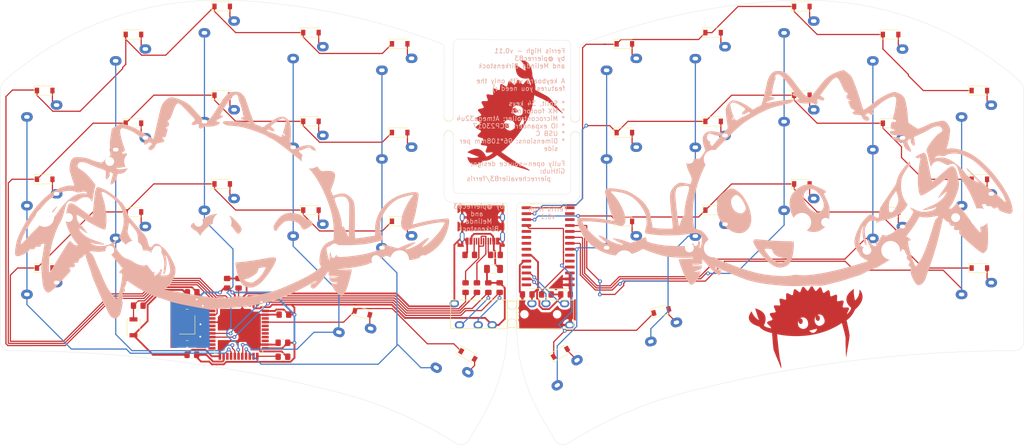
<source format=kicad_pcb>
(kicad_pcb (version 20171130) (host pcbnew 5.1.6)
  (layers (0 F.Cu signal) (31 B.Cu signal) (34 B.Paste user) (35 F.Paste user) (36 B.SilkS user) (37 F.SilkS user) (38 B.Mask user) (39 F.Mask user) (44 Edge.Cuts user))
  (net 0 "")
  (net 1 +5V)
  (net 2 "Net-(C1-Pad1)")
  (net 3 VCC)
  (net 4 "Net-(C8-Pad1)")
  (net 5 /col4)
  (net 6 "Net-(J1-PadA5)")
  (net 7 "Net-(J1-PadA7)")
  (net 8 "Net-(J1-PadA6)")
  (net 9 "Net-(J1-PadB5)")
  (net 10 "Net-(Jack0-PadR1)")
  (net 11 "Net-(Jack0-PadT)")
  (net 12 "Net-(Jack1-PadR1)")
  (net 13 "Net-(Jack1-PadT)")
  (net 14 /col0)
  (net 15 /col8)
  (net 16 /col5)
  (net 17 /col2)
  (net 18 /col1)
  (net 19 /col3)
  (net 20 /col6)
  (net 21 /col7)
  (net 22 "Net-(R1-Pad1)")
  (net 23 "Net-(R2-Pad2)")
  (net 24 /col9)
  (net 25 /row0,0)
  (net 26 /row1,0)
  (net 27 /row1,1)
  (net 28 /row0,1)
  (net 29 /row0,2)
  (net 30 /row0,3)
  (net 31 /row1,3)
  (net 32 /row1,2)
  (net 33 VDD)
  (net 34 VSS)
  (net 35 "Net-(D0_0-Pad2)")
  (net 36 "Net-(D0_1-Pad2)")
  (net 37 "Net-(D0_2-Pad2)")
  (net 38 "Net-(D0_3-Pad2)")
  (net 39 "Net-(D0_5-Pad2)")
  (net 40 "Net-(D0_6-Pad2)")
  (net 41 "Net-(D0_7-Pad2)")
  (net 42 "Net-(D0_8-Pad2)")
  (net 43 "Net-(D0_9-Pad2)")
  (net 44 "Net-(D1_0-Pad2)")
  (net 45 "Net-(D1_1-Pad2)")
  (net 46 "Net-(D1_2-Pad2)")
  (net 47 "Net-(D1_3-Pad2)")
  (net 48 "Net-(D1_4-Pad2)")
  (net 49 "Net-(D1_5-Pad2)")
  (net 50 "Net-(D1_6-Pad2)")
  (net 51 "Net-(D1_7-Pad2)")
  (net 52 "Net-(D1_8-Pad2)")
  (net 53 "Net-(D1_9-Pad2)")
  (net 54 "Net-(D2_0-Pad2)")
  (net 55 "Net-(D2_1-Pad2)")
  (net 56 "Net-(D2_2-Pad2)")
  (net 57 "Net-(D2_3-Pad2)")
  (net 58 "Net-(D2_4-Pad2)")
  (net 59 "Net-(D2_5-Pad2)")
  (net 60 "Net-(D2_6-Pad2)")
  (net 61 "Net-(D2_7-Pad2)")
  (net 62 "Net-(D2_8-Pad2)")
  (net 63 "Net-(D2_9-Pad2)")
  (net 64 "Net-(D3_3-Pad2)")
  (net 65 "Net-(D3_4-Pad2)")
  (net 66 "Net-(D3_5-Pad2)")
  (net 67 "Net-(D3_6-Pad2)")
  (net 68 "Net-(D0_4-Pad2)")
  (net 69 "Net-(C2-Pad2)")
  (net 70 /D-)
  (net 71 /D+)
  (net 72 "Net-(R9-Pad1)")
  (net 73 GND)
  (module Crystal:Crystal_SMD_3225-4Pin_3.2x2.5mm (layer F.Cu) (at 54.5 83.95 90)
    (fp_text reference Y1 hide)
    (fp_text value Crystal)
    (pad 4 smd rect (at -1.1 -0.85 90) (size 1.4 1.2) (layers F.Cu F.Paste F.Mask) (net 73 GND))
    (pad 3 smd rect (at 1.1 -0.85 90) (size 1.4 1.2) (layers F.Cu F.Paste F.Mask) (net 69 "Net-(C2-Pad2)"))
    (pad 2 smd rect (at 1.1 0.85 90) (size 1.4 1.2) (layers F.Cu F.Paste F.Mask) (net 73 GND))
    (pad 1 smd rect (at -1.1 0.85 90) (size 1.4 1.2) (layers F.Cu F.Paste F.Mask) (net 2 "Net-(C1-Pad1)"))
  )
  (module switches:MX (layer F.Cu) (at 158.1 89.01 15)
    (fp_text reference K3_6 hide)
    (fp_text value KEYSW hide)
    (pad "" np_thru_hole circle (at 0 0 105) (size 4 4) (drill 4) (layers *.Cu *.Mask))
    (pad "" np_thru_hole circle (at -5.08 0 105) (size 1.9 1.9) (drill 1.9) (layers *.Cu *.Mask))
    (pad "" np_thru_hole circle (at 5.08 0 105) (size 1.9 1.9) (drill 1.9) (layers *.Cu *.Mask))
    (pad 2 thru_hole oval (at 2.54 -5.08 15) (size 2.5 2) (drill oval 1.2 0.8) (layers *.Cu *.Mask) (net 67 "Net-(D3_6-Pad2)"))
    (pad 1 thru_hole oval (at -3.81 -2.54 15) (size 2.5 2) (drill oval 1.2 0.8) (layers *.Cu *.Mask) (net 20 /col6))
  )
  (module switches:MX (layer F.Cu) (at 138.3 97.21 30)
    (fp_text reference K3_5 hide)
    (fp_text value KEYSW hide)
    (pad "" np_thru_hole circle (at 0 0 120) (size 4 4) (drill 4) (layers *.Cu *.Mask))
    (pad "" np_thru_hole circle (at -5.08 0 120) (size 1.9 1.9) (drill 1.9) (layers *.Cu *.Mask))
    (pad "" np_thru_hole circle (at 5.08 0 120) (size 1.9 1.9) (drill 1.9) (layers *.Cu *.Mask))
    (pad 2 thru_hole oval (at 2.54 -5.08 30) (size 2.5 2) (drill oval 1.2 0.8) (layers *.Cu *.Mask) (net 66 "Net-(D3_5-Pad2)"))
    (pad 1 thru_hole oval (at -3.81 -2.54 30) (size 2.5 2) (drill oval 1.2 0.8) (layers *.Cu *.Mask) (net 16 /col5))
  )
  (module switches:MX (layer F.Cu) (at 109.85 97.25 330)
    (fp_text reference K3_4 hide)
    (fp_text value KEYSW hide)
    (pad "" np_thru_hole circle (at 0 0 60) (size 4 4) (drill 4) (layers *.Cu *.Mask))
    (pad "" np_thru_hole circle (at -5.08 0 60) (size 1.9 1.9) (drill 1.9) (layers *.Cu *.Mask))
    (pad "" np_thru_hole circle (at 5.08 0 60) (size 1.9 1.9) (drill 1.9) (layers *.Cu *.Mask))
    (pad 2 thru_hole oval (at 2.54 -5.08 330) (size 2.5 2) (drill oval 1.2 0.8) (layers *.Cu *.Mask) (net 65 "Net-(D3_4-Pad2)"))
    (pad 1 thru_hole oval (at -3.81 -2.54 330) (size 2.5 2) (drill oval 1.2 0.8) (layers *.Cu *.Mask) (net 5 /col4))
  )
  (module switches:MX (layer F.Cu) (at 90 89 345)
    (fp_text reference K3_3 hide)
    (fp_text value KEYSW hide)
    (pad "" np_thru_hole circle (at 0 0 75) (size 4 4) (drill 4) (layers *.Cu *.Mask))
    (pad "" np_thru_hole circle (at -5.08 0 75) (size 1.9 1.9) (drill 1.9) (layers *.Cu *.Mask))
    (pad "" np_thru_hole circle (at 5.08 0 75) (size 1.9 1.9) (drill 1.9) (layers *.Cu *.Mask))
    (pad 2 thru_hole oval (at 2.54 -5.08 345) (size 2.5 2) (drill oval 1.2 0.8) (layers *.Cu *.Mask) (net 64 "Net-(D3_3-Pad2)"))
    (pad 1 thru_hole oval (at -3.81 -2.54 345) (size 2.5 2) (drill oval 1.2 0.8) (layers *.Cu *.Mask) (net 19 /col3))
  )
  (module switches:MX (layer F.Cu) (at 224.1 80.01)
    (fp_text reference K2_9 hide)
    (fp_text value KEYSW hide)
    (pad "" np_thru_hole circle (at 0 0 90) (size 4 4) (drill 4) (layers *.Cu *.Mask))
    (pad "" np_thru_hole circle (at -5.08 0 90) (size 1.9 1.9) (drill 1.9) (layers *.Cu *.Mask))
    (pad "" np_thru_hole circle (at 5.08 0 90) (size 1.9 1.9) (drill 1.9) (layers *.Cu *.Mask))
    (pad 2 thru_hole oval (at 2.54 -5.08) (size 2.5 2) (drill oval 1.2 0.8) (layers *.Cu *.Mask) (net 63 "Net-(D2_9-Pad2)"))
    (pad 1 thru_hole oval (at -3.81 -2.54) (size 2.5 2) (drill oval 1.2 0.8) (layers *.Cu *.Mask) (net 24 /col9))
  )
  (module switches:MX (layer F.Cu) (at 205.1 68.01)
    (fp_text reference K2_8 hide)
    (fp_text value KEYSW hide)
    (pad "" np_thru_hole circle (at 0 0 90) (size 4 4) (drill 4) (layers *.Cu *.Mask))
    (pad "" np_thru_hole circle (at -5.08 0 90) (size 1.9 1.9) (drill 1.9) (layers *.Cu *.Mask))
    (pad "" np_thru_hole circle (at 5.08 0 90) (size 1.9 1.9) (drill 1.9) (layers *.Cu *.Mask))
    (pad 2 thru_hole oval (at 2.54 -5.08) (size 2.5 2) (drill oval 1.2 0.8) (layers *.Cu *.Mask) (net 62 "Net-(D2_8-Pad2)"))
    (pad 1 thru_hole oval (at -3.81 -2.54) (size 2.5 2) (drill oval 1.2 0.8) (layers *.Cu *.Mask) (net 15 /col8))
  )
  (module switches:MX (layer F.Cu) (at 186.1 62.01)
    (fp_text reference K2_7 hide)
    (fp_text value KEYSW hide)
    (pad "" np_thru_hole circle (at 0 0 90) (size 4 4) (drill 4) (layers *.Cu *.Mask))
    (pad "" np_thru_hole circle (at -5.08 0 90) (size 1.9 1.9) (drill 1.9) (layers *.Cu *.Mask))
    (pad "" np_thru_hole circle (at 5.08 0 90) (size 1.9 1.9) (drill 1.9) (layers *.Cu *.Mask))
    (pad 2 thru_hole oval (at 2.54 -5.08) (size 2.5 2) (drill oval 1.2 0.8) (layers *.Cu *.Mask) (net 61 "Net-(D2_7-Pad2)"))
    (pad 1 thru_hole oval (at -3.81 -2.54) (size 2.5 2) (drill oval 1.2 0.8) (layers *.Cu *.Mask) (net 21 /col7))
  )
  (module switches:MX (layer F.Cu) (at 167.1 67.51)
    (fp_text reference K2_6 hide)
    (fp_text value KEYSW hide)
    (pad "" np_thru_hole circle (at 0 0 90) (size 4 4) (drill 4) (layers *.Cu *.Mask))
    (pad "" np_thru_hole circle (at -5.08 0 90) (size 1.9 1.9) (drill 1.9) (layers *.Cu *.Mask))
    (pad "" np_thru_hole circle (at 5.08 0 90) (size 1.9 1.9) (drill 1.9) (layers *.Cu *.Mask))
    (pad 2 thru_hole oval (at 2.54 -5.08) (size 2.5 2) (drill oval 1.2 0.8) (layers *.Cu *.Mask) (net 60 "Net-(D2_6-Pad2)"))
    (pad 1 thru_hole oval (at -3.81 -2.54) (size 2.5 2) (drill oval 1.2 0.8) (layers *.Cu *.Mask) (net 20 /col6))
  )
  (module switches:MX (layer F.Cu) (at 148.1 70.01)
    (fp_text reference K2_5 hide)
    (fp_text value KEYSW hide)
    (pad "" np_thru_hole circle (at 0 0 90) (size 4 4) (drill 4) (layers *.Cu *.Mask))
    (pad "" np_thru_hole circle (at -5.08 0 90) (size 1.9 1.9) (drill 1.9) (layers *.Cu *.Mask))
    (pad "" np_thru_hole circle (at 5.08 0 90) (size 1.9 1.9) (drill 1.9) (layers *.Cu *.Mask))
    (pad 2 thru_hole oval (at 2.54 -5.08) (size 2.5 2) (drill oval 1.2 0.8) (layers *.Cu *.Mask) (net 59 "Net-(D2_5-Pad2)"))
    (pad 1 thru_hole oval (at -3.81 -2.54) (size 2.5 2) (drill oval 1.2 0.8) (layers *.Cu *.Mask) (net 16 /col5))
  )
  (module switches:MX (layer F.Cu) (at 100 70)
    (fp_text reference K2_4 hide)
    (fp_text value KEYSW hide)
    (pad "" np_thru_hole circle (at 0 0 90) (size 4 4) (drill 4) (layers *.Cu *.Mask))
    (pad "" np_thru_hole circle (at -5.08 0 90) (size 1.9 1.9) (drill 1.9) (layers *.Cu *.Mask))
    (pad "" np_thru_hole circle (at 5.08 0 90) (size 1.9 1.9) (drill 1.9) (layers *.Cu *.Mask))
    (pad 2 thru_hole oval (at 2.54 -5.08) (size 2.5 2) (drill oval 1.2 0.8) (layers *.Cu *.Mask) (net 58 "Net-(D2_4-Pad2)"))
    (pad 1 thru_hole oval (at -3.81 -2.54) (size 2.5 2) (drill oval 1.2 0.8) (layers *.Cu *.Mask) (net 5 /col4))
  )
  (module switches:MX (layer F.Cu) (at 81 67.5)
    (fp_text reference K2_3 hide)
    (fp_text value KEYSW hide)
    (pad "" np_thru_hole circle (at 0 0 90) (size 4 4) (drill 4) (layers *.Cu *.Mask))
    (pad "" np_thru_hole circle (at -5.08 0 90) (size 1.9 1.9) (drill 1.9) (layers *.Cu *.Mask))
    (pad "" np_thru_hole circle (at 5.08 0 90) (size 1.9 1.9) (drill 1.9) (layers *.Cu *.Mask))
    (pad 2 thru_hole oval (at 2.54 -5.08) (size 2.5 2) (drill oval 1.2 0.8) (layers *.Cu *.Mask) (net 57 "Net-(D2_3-Pad2)"))
    (pad 1 thru_hole oval (at -3.81 -2.54) (size 2.5 2) (drill oval 1.2 0.8) (layers *.Cu *.Mask) (net 19 /col3))
  )
  (module switches:MX (layer F.Cu) (at 62 62)
    (fp_text reference K2_2 hide)
    (fp_text value KEYSW hide)
    (pad "" np_thru_hole circle (at 0 0 90) (size 4 4) (drill 4) (layers *.Cu *.Mask))
    (pad "" np_thru_hole circle (at -5.08 0 90) (size 1.9 1.9) (drill 1.9) (layers *.Cu *.Mask))
    (pad "" np_thru_hole circle (at 5.08 0 90) (size 1.9 1.9) (drill 1.9) (layers *.Cu *.Mask))
    (pad 2 thru_hole oval (at 2.54 -5.08) (size 2.5 2) (drill oval 1.2 0.8) (layers *.Cu *.Mask) (net 56 "Net-(D2_2-Pad2)"))
    (pad 1 thru_hole oval (at -3.81 -2.54) (size 2.5 2) (drill oval 1.2 0.8) (layers *.Cu *.Mask) (net 17 /col2))
  )
  (module switches:MX (layer F.Cu) (at 43 68)
    (fp_text reference K2_1 hide)
    (fp_text value KEYSW hide)
    (pad "" np_thru_hole circle (at 0 0 90) (size 4 4) (drill 4) (layers *.Cu *.Mask))
    (pad "" np_thru_hole circle (at -5.08 0 90) (size 1.9 1.9) (drill 1.9) (layers *.Cu *.Mask))
    (pad "" np_thru_hole circle (at 5.08 0 90) (size 1.9 1.9) (drill 1.9) (layers *.Cu *.Mask))
    (pad 2 thru_hole oval (at 2.54 -5.08) (size 2.5 2) (drill oval 1.2 0.8) (layers *.Cu *.Mask) (net 55 "Net-(D2_1-Pad2)"))
    (pad 1 thru_hole oval (at -3.81 -2.54) (size 2.5 2) (drill oval 1.2 0.8) (layers *.Cu *.Mask) (net 18 /col1))
  )
  (module switches:MX (layer F.Cu) (at 24 80)
    (fp_text reference K2_0 hide)
    (fp_text value KEYSW hide)
    (pad "" np_thru_hole circle (at 0 0 90) (size 4 4) (drill 4) (layers *.Cu *.Mask))
    (pad "" np_thru_hole circle (at -5.08 0 90) (size 1.9 1.9) (drill 1.9) (layers *.Cu *.Mask))
    (pad "" np_thru_hole circle (at 5.08 0 90) (size 1.9 1.9) (drill 1.9) (layers *.Cu *.Mask))
    (pad 2 thru_hole oval (at 2.54 -5.08) (size 2.5 2) (drill oval 1.2 0.8) (layers *.Cu *.Mask) (net 54 "Net-(D2_0-Pad2)"))
    (pad 1 thru_hole oval (at -3.81 -2.54) (size 2.5 2) (drill oval 1.2 0.8) (layers *.Cu *.Mask) (net 14 /col0))
  )
  (module switches:MX (layer F.Cu) (at 224.1 61.01)
    (fp_text reference K1_9 hide)
    (fp_text value KEYSW hide)
    (pad "" np_thru_hole circle (at 0 0 90) (size 4 4) (drill 4) (layers *.Cu *.Mask))
    (pad "" np_thru_hole circle (at -5.08 0 90) (size 1.9 1.9) (drill 1.9) (layers *.Cu *.Mask))
    (pad "" np_thru_hole circle (at 5.08 0 90) (size 1.9 1.9) (drill 1.9) (layers *.Cu *.Mask))
    (pad 2 thru_hole oval (at 2.54 -5.08) (size 2.5 2) (drill oval 1.2 0.8) (layers *.Cu *.Mask) (net 53 "Net-(D1_9-Pad2)"))
    (pad 1 thru_hole oval (at -3.81 -2.54) (size 2.5 2) (drill oval 1.2 0.8) (layers *.Cu *.Mask) (net 24 /col9))
  )
  (module switches:MX (layer F.Cu) (at 205.1 49.01)
    (fp_text reference K1_8 hide)
    (fp_text value KEYSW hide)
    (pad "" np_thru_hole circle (at 0 0 90) (size 4 4) (drill 4) (layers *.Cu *.Mask))
    (pad "" np_thru_hole circle (at -5.08 0 90) (size 1.9 1.9) (drill 1.9) (layers *.Cu *.Mask))
    (pad "" np_thru_hole circle (at 5.08 0 90) (size 1.9 1.9) (drill 1.9) (layers *.Cu *.Mask))
    (pad 2 thru_hole oval (at 2.54 -5.08) (size 2.5 2) (drill oval 1.2 0.8) (layers *.Cu *.Mask) (net 52 "Net-(D1_8-Pad2)"))
    (pad 1 thru_hole oval (at -3.81 -2.54) (size 2.5 2) (drill oval 1.2 0.8) (layers *.Cu *.Mask) (net 15 /col8))
  )
  (module switches:MX (layer F.Cu) (at 186.1 43.01)
    (fp_text reference K1_7 hide)
    (fp_text value KEYSW hide)
    (pad "" np_thru_hole circle (at 0 0 90) (size 4 4) (drill 4) (layers *.Cu *.Mask))
    (pad "" np_thru_hole circle (at -5.08 0 90) (size 1.9 1.9) (drill 1.9) (layers *.Cu *.Mask))
    (pad "" np_thru_hole circle (at 5.08 0 90) (size 1.9 1.9) (drill 1.9) (layers *.Cu *.Mask))
    (pad 2 thru_hole oval (at 2.54 -5.08) (size 2.5 2) (drill oval 1.2 0.8) (layers *.Cu *.Mask) (net 51 "Net-(D1_7-Pad2)"))
    (pad 1 thru_hole oval (at -3.81 -2.54) (size 2.5 2) (drill oval 1.2 0.8) (layers *.Cu *.Mask) (net 21 /col7))
  )
  (module switches:MX (layer F.Cu) (at 167.1 48.51)
    (fp_text reference K1_6 hide)
    (fp_text value KEYSW hide)
    (pad "" np_thru_hole circle (at 0 0 90) (size 4 4) (drill 4) (layers *.Cu *.Mask))
    (pad "" np_thru_hole circle (at -5.08 0 90) (size 1.9 1.9) (drill 1.9) (layers *.Cu *.Mask))
    (pad "" np_thru_hole circle (at 5.08 0 90) (size 1.9 1.9) (drill 1.9) (layers *.Cu *.Mask))
    (pad 2 thru_hole oval (at 2.54 -5.08) (size 2.5 2) (drill oval 1.2 0.8) (layers *.Cu *.Mask) (net 50 "Net-(D1_6-Pad2)"))
    (pad 1 thru_hole oval (at -3.81 -2.54) (size 2.5 2) (drill oval 1.2 0.8) (layers *.Cu *.Mask) (net 20 /col6))
  )
  (module switches:MX (layer F.Cu) (at 148.1 51.01)
    (fp_text reference K1_5 hide)
    (fp_text value KEYSW hide)
    (pad "" np_thru_hole circle (at 0 0 90) (size 4 4) (drill 4) (layers *.Cu *.Mask))
    (pad "" np_thru_hole circle (at -5.08 0 90) (size 1.9 1.9) (drill 1.9) (layers *.Cu *.Mask))
    (pad "" np_thru_hole circle (at 5.08 0 90) (size 1.9 1.9) (drill 1.9) (layers *.Cu *.Mask))
    (pad 2 thru_hole oval (at 2.54 -5.08) (size 2.5 2) (drill oval 1.2 0.8) (layers *.Cu *.Mask) (net 49 "Net-(D1_5-Pad2)"))
    (pad 1 thru_hole oval (at -3.81 -2.54) (size 2.5 2) (drill oval 1.2 0.8) (layers *.Cu *.Mask) (net 16 /col5))
  )
  (module switches:MX (layer F.Cu) (at 100 51)
    (fp_text reference K1_4 hide)
    (fp_text value KEYSW hide)
    (pad "" np_thru_hole circle (at 0 0 90) (size 4 4) (drill 4) (layers *.Cu *.Mask))
    (pad "" np_thru_hole circle (at -5.08 0 90) (size 1.9 1.9) (drill 1.9) (layers *.Cu *.Mask))
    (pad "" np_thru_hole circle (at 5.08 0 90) (size 1.9 1.9) (drill 1.9) (layers *.Cu *.Mask))
    (pad 2 thru_hole oval (at 2.54 -5.08) (size 2.5 2) (drill oval 1.2 0.8) (layers *.Cu *.Mask) (net 48 "Net-(D1_4-Pad2)"))
    (pad 1 thru_hole oval (at -3.81 -2.54) (size 2.5 2) (drill oval 1.2 0.8) (layers *.Cu *.Mask) (net 5 /col4))
  )
  (module switches:MX (layer F.Cu) (at 81 48.5)
    (fp_text reference K1_3 hide)
    (fp_text value KEYSW hide)
    (pad "" np_thru_hole circle (at 0 0 90) (size 4 4) (drill 4) (layers *.Cu *.Mask))
    (pad "" np_thru_hole circle (at -5.08 0 90) (size 1.9 1.9) (drill 1.9) (layers *.Cu *.Mask))
    (pad "" np_thru_hole circle (at 5.08 0 90) (size 1.9 1.9) (drill 1.9) (layers *.Cu *.Mask))
    (pad 2 thru_hole oval (at 2.54 -5.08) (size 2.5 2) (drill oval 1.2 0.8) (layers *.Cu *.Mask) (net 47 "Net-(D1_3-Pad2)"))
    (pad 1 thru_hole oval (at -3.81 -2.54) (size 2.5 2) (drill oval 1.2 0.8) (layers *.Cu *.Mask) (net 19 /col3))
  )
  (module switches:MX (layer F.Cu) (at 62 43)
    (fp_text reference K1_2 hide)
    (fp_text value KEYSW hide)
    (pad "" np_thru_hole circle (at 0 0 90) (size 4 4) (drill 4) (layers *.Cu *.Mask))
    (pad "" np_thru_hole circle (at -5.08 0 90) (size 1.9 1.9) (drill 1.9) (layers *.Cu *.Mask))
    (pad "" np_thru_hole circle (at 5.08 0 90) (size 1.9 1.9) (drill 1.9) (layers *.Cu *.Mask))
    (pad 2 thru_hole oval (at 2.54 -5.08) (size 2.5 2) (drill oval 1.2 0.8) (layers *.Cu *.Mask) (net 46 "Net-(D1_2-Pad2)"))
    (pad 1 thru_hole oval (at -3.81 -2.54) (size 2.5 2) (drill oval 1.2 0.8) (layers *.Cu *.Mask) (net 17 /col2))
  )
  (module switches:MX (layer F.Cu) (at 43 49)
    (fp_text reference K1_1 hide)
    (fp_text value KEYSW hide)
    (pad "" np_thru_hole circle (at 0 0 90) (size 4 4) (drill 4) (layers *.Cu *.Mask))
    (pad "" np_thru_hole circle (at -5.08 0 90) (size 1.9 1.9) (drill 1.9) (layers *.Cu *.Mask))
    (pad "" np_thru_hole circle (at 5.08 0 90) (size 1.9 1.9) (drill 1.9) (layers *.Cu *.Mask))
    (pad 2 thru_hole oval (at 2.54 -5.08) (size 2.5 2) (drill oval 1.2 0.8) (layers *.Cu *.Mask) (net 45 "Net-(D1_1-Pad2)"))
    (pad 1 thru_hole oval (at -3.81 -2.54) (size 2.5 2) (drill oval 1.2 0.8) (layers *.Cu *.Mask) (net 18 /col1))
  )
  (module switches:MX (layer F.Cu) (at 24 61)
    (fp_text reference K1_0 hide)
    (fp_text value KEYSW hide)
    (pad "" np_thru_hole circle (at 0 0 90) (size 4 4) (drill 4) (layers *.Cu *.Mask))
    (pad "" np_thru_hole circle (at -5.08 0 90) (size 1.9 1.9) (drill 1.9) (layers *.Cu *.Mask))
    (pad "" np_thru_hole circle (at 5.08 0 90) (size 1.9 1.9) (drill 1.9) (layers *.Cu *.Mask))
    (pad 2 thru_hole oval (at 2.54 -5.08) (size 2.5 2) (drill oval 1.2 0.8) (layers *.Cu *.Mask) (net 44 "Net-(D1_0-Pad2)"))
    (pad 1 thru_hole oval (at -3.81 -2.54) (size 2.5 2) (drill oval 1.2 0.8) (layers *.Cu *.Mask) (net 14 /col0))
  )
  (module switches:MX (layer F.Cu) (at 224.1 42.01)
    (fp_text reference K0_9 hide)
    (fp_text value KEYSW hide)
    (pad "" np_thru_hole circle (at 0 0 90) (size 4 4) (drill 4) (layers *.Cu *.Mask))
    (pad "" np_thru_hole circle (at -5.08 0 90) (size 1.9 1.9) (drill 1.9) (layers *.Cu *.Mask))
    (pad "" np_thru_hole circle (at 5.08 0 90) (size 1.9 1.9) (drill 1.9) (layers *.Cu *.Mask))
    (pad 2 thru_hole oval (at 2.54 -5.08) (size 2.5 2) (drill oval 1.2 0.8) (layers *.Cu *.Mask) (net 43 "Net-(D0_9-Pad2)"))
    (pad 1 thru_hole oval (at -3.81 -2.54) (size 2.5 2) (drill oval 1.2 0.8) (layers *.Cu *.Mask) (net 24 /col9))
  )
  (module switches:MX (layer F.Cu) (at 205.1 30.01)
    (fp_text reference K0_8 hide)
    (fp_text value KEYSW hide)
    (pad "" np_thru_hole circle (at 0 0 90) (size 4 4) (drill 4) (layers *.Cu *.Mask))
    (pad "" np_thru_hole circle (at -5.08 0 90) (size 1.9 1.9) (drill 1.9) (layers *.Cu *.Mask))
    (pad "" np_thru_hole circle (at 5.08 0 90) (size 1.9 1.9) (drill 1.9) (layers *.Cu *.Mask))
    (pad 2 thru_hole oval (at 2.54 -5.08) (size 2.5 2) (drill oval 1.2 0.8) (layers *.Cu *.Mask) (net 42 "Net-(D0_8-Pad2)"))
    (pad 1 thru_hole oval (at -3.81 -2.54) (size 2.5 2) (drill oval 1.2 0.8) (layers *.Cu *.Mask) (net 15 /col8))
  )
  (module switches:MX (layer F.Cu) (at 186.1 24.01)
    (fp_text reference K0_7 hide)
    (fp_text value KEYSW hide)
    (pad "" np_thru_hole circle (at 0 0 90) (size 4 4) (drill 4) (layers *.Cu *.Mask))
    (pad "" np_thru_hole circle (at -5.08 0 90) (size 1.9 1.9) (drill 1.9) (layers *.Cu *.Mask))
    (pad "" np_thru_hole circle (at 5.08 0 90) (size 1.9 1.9) (drill 1.9) (layers *.Cu *.Mask))
    (pad 2 thru_hole oval (at 2.54 -5.08) (size 2.5 2) (drill oval 1.2 0.8) (layers *.Cu *.Mask) (net 41 "Net-(D0_7-Pad2)"))
    (pad 1 thru_hole oval (at -3.81 -2.54) (size 2.5 2) (drill oval 1.2 0.8) (layers *.Cu *.Mask) (net 21 /col7))
  )
  (module switches:MX (layer F.Cu) (at 167.1 29.51)
    (fp_text reference K0_6 hide)
    (fp_text value KEYSW hide)
    (pad "" np_thru_hole circle (at 0 0 90) (size 4 4) (drill 4) (layers *.Cu *.Mask))
    (pad "" np_thru_hole circle (at -5.08 0 90) (size 1.9 1.9) (drill 1.9) (layers *.Cu *.Mask))
    (pad "" np_thru_hole circle (at 5.08 0 90) (size 1.9 1.9) (drill 1.9) (layers *.Cu *.Mask))
    (pad 2 thru_hole oval (at 2.54 -5.08) (size 2.5 2) (drill oval 1.2 0.8) (layers *.Cu *.Mask) (net 40 "Net-(D0_6-Pad2)"))
    (pad 1 thru_hole oval (at -3.81 -2.54) (size 2.5 2) (drill oval 1.2 0.8) (layers *.Cu *.Mask) (net 20 /col6))
  )
  (module switches:MX (layer F.Cu) (at 148.1 32.01)
    (fp_text reference K0_5 hide)
    (fp_text value KEYSW hide)
    (pad "" np_thru_hole circle (at 0 0 90) (size 4 4) (drill 4) (layers *.Cu *.Mask))
    (pad "" np_thru_hole circle (at -5.08 0 90) (size 1.9 1.9) (drill 1.9) (layers *.Cu *.Mask))
    (pad "" np_thru_hole circle (at 5.08 0 90) (size 1.9 1.9) (drill 1.9) (layers *.Cu *.Mask))
    (pad 2 thru_hole oval (at 2.54 -5.08) (size 2.5 2) (drill oval 1.2 0.8) (layers *.Cu *.Mask) (net 39 "Net-(D0_5-Pad2)"))
    (pad 1 thru_hole oval (at -3.81 -2.54) (size 2.5 2) (drill oval 1.2 0.8) (layers *.Cu *.Mask) (net 16 /col5))
  )
  (module switches:MX (layer F.Cu) (at 100 32)
    (fp_text reference K0_4 hide)
    (fp_text value KEYSW hide)
    (pad "" np_thru_hole circle (at 0 0 90) (size 4 4) (drill 4) (layers *.Cu *.Mask))
    (pad "" np_thru_hole circle (at -5.08 0 90) (size 1.9 1.9) (drill 1.9) (layers *.Cu *.Mask))
    (pad "" np_thru_hole circle (at 5.08 0 90) (size 1.9 1.9) (drill 1.9) (layers *.Cu *.Mask))
    (pad 2 thru_hole oval (at 2.54 -5.08) (size 2.5 2) (drill oval 1.2 0.8) (layers *.Cu *.Mask) (net 68 "Net-(D0_4-Pad2)"))
    (pad 1 thru_hole oval (at -3.81 -2.54) (size 2.5 2) (drill oval 1.2 0.8) (layers *.Cu *.Mask) (net 5 /col4))
  )
  (module switches:MX (layer F.Cu) (at 81 29.5)
    (fp_text reference K0_3 hide)
    (fp_text value KEYSW hide)
    (pad "" np_thru_hole circle (at 0 0 90) (size 4 4) (drill 4) (layers *.Cu *.Mask))
    (pad "" np_thru_hole circle (at -5.08 0 90) (size 1.9 1.9) (drill 1.9) (layers *.Cu *.Mask))
    (pad "" np_thru_hole circle (at 5.08 0 90) (size 1.9 1.9) (drill 1.9) (layers *.Cu *.Mask))
    (pad 2 thru_hole oval (at 2.54 -5.08) (size 2.5 2) (drill oval 1.2 0.8) (layers *.Cu *.Mask) (net 38 "Net-(D0_3-Pad2)"))
    (pad 1 thru_hole oval (at -3.81 -2.54) (size 2.5 2) (drill oval 1.2 0.8) (layers *.Cu *.Mask) (net 19 /col3))
  )
  (module switches:MX (layer F.Cu) (at 62 24)
    (fp_text reference K0_2 hide)
    (fp_text value KEYSW hide)
    (pad "" np_thru_hole circle (at 0 0 90) (size 4 4) (drill 4) (layers *.Cu *.Mask))
    (pad "" np_thru_hole circle (at -5.08 0 90) (size 1.9 1.9) (drill 1.9) (layers *.Cu *.Mask))
    (pad "" np_thru_hole circle (at 5.08 0 90) (size 1.9 1.9) (drill 1.9) (layers *.Cu *.Mask))
    (pad 2 thru_hole oval (at 2.54 -5.08) (size 2.5 2) (drill oval 1.2 0.8) (layers *.Cu *.Mask) (net 37 "Net-(D0_2-Pad2)"))
    (pad 1 thru_hole oval (at -3.81 -2.54) (size 2.5 2) (drill oval 1.2 0.8) (layers *.Cu *.Mask) (net 17 /col2))
  )
  (module switches:MX (layer F.Cu) (at 43 30)
    (fp_text reference K0_1 hide)
    (fp_text value KEYSW hide)
    (pad "" np_thru_hole circle (at 0 0 90) (size 4 4) (drill 4) (layers *.Cu *.Mask))
    (pad "" np_thru_hole circle (at -5.08 0 90) (size 1.9 1.9) (drill 1.9) (layers *.Cu *.Mask))
    (pad "" np_thru_hole circle (at 5.08 0 90) (size 1.9 1.9) (drill 1.9) (layers *.Cu *.Mask))
    (pad 2 thru_hole oval (at 2.54 -5.08) (size 2.5 2) (drill oval 1.2 0.8) (layers *.Cu *.Mask) (net 36 "Net-(D0_1-Pad2)"))
    (pad 1 thru_hole oval (at -3.81 -2.54) (size 2.5 2) (drill oval 1.2 0.8) (layers *.Cu *.Mask) (net 18 /col1))
  )
  (module switches:MX (layer F.Cu) (at 24 42)
    (fp_text reference K0_0 hide)
    (fp_text value KEYSW hide)
    (pad "" np_thru_hole circle (at 0 0 90) (size 4 4) (drill 4) (layers *.Cu *.Mask))
    (pad "" np_thru_hole circle (at -5.08 0 90) (size 1.9 1.9) (drill 1.9) (layers *.Cu *.Mask))
    (pad "" np_thru_hole circle (at 5.08 0 90) (size 1.9 1.9) (drill 1.9) (layers *.Cu *.Mask))
    (pad 2 thru_hole oval (at 2.54 -5.08) (size 2.5 2) (drill oval 1.2 0.8) (layers *.Cu *.Mask) (net 35 "Net-(D0_0-Pad2)"))
    (pad 1 thru_hole oval (at -3.81 -2.54) (size 2.5 2) (drill oval 1.2 0.8) (layers *.Cu *.Mask) (net 14 /col0))
  )
  (module silkscreens:closed_eyes (layer B.Cu) (at 63.51 61 170)
    (fp_text reference G*** hide)
    (fp_text value LOGO hide)
  )
  (module silkscreens:open_eyes (layer B.Cu) (at 186.89 60.55 190)
    (fp_text reference G*** hide)
    (fp_text value LOGO hide)
  )
  (module copper_pads:ferris_high (layer F.Cu) (at 124.49 40.4 60)
    (fp_text reference G*** hide)
    (fp_text value LOGO hide)
    (fp_poly (pts (xy 0.182381 -8.104481) (xy 0.210786 -8.100348) (xy 0.238121 -8.091124) (xy 0.265191 -8.078574) (xy 0.297338 -8.060338) (xy 0.326963 -8.039461) (xy 0.346122 -8.022025) (xy 0.356869 -8.007447) (xy 0.374872 -7.980331) (xy 0.398829 -7.942749) (xy 0.427443 -7.896777) (xy 0.459412 -7.844489) (xy 0.493437 -7.787959) (xy 0.506467 -7.766082) (xy 0.547969 -7.696181) (xy 0.59405 -7.618552) (xy 0.641953 -7.537842) (xy 0.688917 -7.458699) (xy 0.732187 -7.38577) (xy 0.762138 -7.335277) (xy 0.883303 -7.130988) (xy 0.934834 -7.12599) (xy 0.971062 -7.122589) (xy 1.014113 -7.118704) (xy 1.049866 -7.11559) (xy 1.113366 -7.110186) (xy 1.384299 -7.413285) (xy 1.441338 -7.477082) (xy 1.497217 -7.53956) (xy 1.550456 -7.599062) (xy 1.599569 -7.653932) (xy 1.643075 -7.702512) (xy 1.679489 -7.743146) (xy 1.70733 -7.774178) (xy 1.722805 -7.791391) (xy 1.771869 -7.841609) (xy 1.817008 -7.877918) (xy 1.861102 -7.901912) (xy 1.907032 -7.91519) (xy 1.95358 -7.919314) (xy 2.003864 -7.916211) (xy 2.049813 -7.906596) (xy 2.055381 -7.90479) (xy 2.09712 -7.884146) (xy 2.139576 -7.852569) (xy 2.177266 -7.814884) (xy 2.20471 -7.775916) (xy 2.207122 -7.771244) (xy 2.213346 -7.756472) (xy 2.224665 -7.727332) (xy 2.240497 -7.685409) (xy 2.260255 -7.632286) (xy 2.283356 -7.569547) (xy 2.309217 -7.498776) (xy 2.337252 -7.421559) (xy 2.366877 -7.339478) (xy 2.386244 -7.285566) (xy 2.416161 -7.202153) (xy 2.444454 -7.123312) (xy 2.47059 -7.050522) (xy 2.494038 -6.985261) (xy 2.514266 -6.929007) (xy 2.530743 -6.883239) (xy 2.542937 -6.849436) (xy 2.550317 -6.829075) (xy 2.552324 -6.823638) (xy 2.562653 -6.815508) (xy 2.587508 -6.804045) (xy 2.624987 -6.790036) (xy 2.668326 -6.775776) (xy 2.779152 -6.741109) (xy 3.168171 -7.032519) (xy 3.240623 -7.086661) (xy 3.309921 -7.138195) (xy 3.374722 -7.186137) (xy 3.433683 -7.229508) (xy 3.485463 -7.267325) (xy 3.528718 -7.298606) (xy 3.562105 -7.32237) (xy 3.584282 -7.337635) (xy 3.592578 -7.342825) (xy 3.613098 -7.352205) (xy 3.634994 -7.357935) (xy 3.663248 -7.360829) (xy 3.702839 -7.361696) (xy 3.708399 -7.361702) (xy 3.748513 -7.361118) (xy 3.777057 -7.358733) (xy 3.799373 -7.353571) (xy 3.820804 -7.344656) (xy 3.831506 -7.3392) (xy 3.869253 -7.314115) (xy 3.907071 -7.280312) (xy 3.939333 -7.243323) (xy 3.957004 -7.215847) (xy 3.961726 -7.20614) (xy 3.96617 -7.195252) (xy 3.970576 -7.18188) (xy 3.975185 -7.164718) (xy 3.980234 -7.14246) (xy 3.985963 -7.113802) (xy 3.992613 -7.077439) (xy 4.000421 -7.032065) (xy 4.009628 -6.976375) (xy 4.020472 -6.909065) (xy 4.033194 -6.828828) (xy 4.048032 -6.734361) (xy 4.063748 -6.633823) (xy 4.077631 -6.545604) (xy 4.090921 -6.462508) (xy 4.103366 -6.386021) (xy 4.114713 -6.317629) (xy 4.124712 -6.258818) (xy 4.13311 -6.211075) (xy 4.139654 -6.175885) (xy 4.144093 -6.154734) (xy 4.145981 -6.14891) (xy 4.155593 -6.144023) (xy 4.176941 -6.132444) (xy 4.207025 -6.115821) (xy 4.242844 -6.095801) (xy 4.248963 -6.092361) (xy 4.345027 -6.038314) (xy 4.430997 -6.078809) (xy 4.456577 -6.090914) (xy 4.495429 -6.109375) (xy 4.545549 -6.133237) (xy 4.604935 -6.161545) (xy 4.671584 -6.193343) (xy 4.743492 -6.227677) (xy 4.818659 -6.263592) (xy 4.8768 -6.291389) (xy 5.236633 -6.463475) (xy 5.317066 -6.463887) (xy 5.35877 -6.463367) (xy 5.388779 -6.460763) (xy 5.412284 -6.455267) (xy 5.434476 -6.446071) (xy 5.435863 -6.445392) (xy 5.485446 -6.413149) (xy 5.530497 -6.369316) (xy 5.565653 -6.319214) (xy 5.568622 -6.313671) (xy 5.578913 -6.292009) (xy 5.585847 -6.271206) (xy 5.590258 -6.24674) (xy 5.592981 -6.214086) (xy 5.594738 -6.1722) (xy 5.595115 -6.142943) (xy 5.594877 -6.099074) (xy 5.594072 -6.0429) (xy 5.59275 -5.976729) (xy 5.59096 -5.902869) (xy 5.588752 -5.823629) (xy 5.586174 -5.741315) (xy 5.584514 -5.692681) (xy 5.581711 -5.611093) (xy 5.579136 -5.53245) (xy 5.57685 -5.458852) (xy 5.574913 -5.392398) (xy 5.573384 -5.335189) (xy 5.572322 -5.289324) (xy 5.571789 -5.256904) (xy 5.571754 -5.243948) (xy 5.572442 -5.177367) (xy 5.659389 -5.103712) (xy 5.746336 -5.030058) (xy 6.211151 -5.145083) (xy 6.319574 -5.171852) (xy 6.412934 -5.19468) (xy 6.492589 -5.213766) (xy 6.559895 -5.229307) (xy 6.61621 -5.241504) (xy 6.66289 -5.250555) (xy 6.701292 -5.256657) (xy 6.732773 -5.260011) (xy 6.75869 -5.260815) (xy 6.780401 -5.259267) (xy 6.799261 -5.255567) (xy 6.816628 -5.249913) (xy 6.833859 -5.242504) (xy 6.843795 -5.23774) (xy 6.903285 -5.199779) (xy 6.950612 -5.150829) (xy 6.984624 -5.092609) (xy 7.004169 -5.026835) (xy 7.008105 -4.992562) (xy 7.008556 -4.978422) (xy 7.008113 -4.962755) (xy 7.006504 -4.944175) (xy 7.003459 -4.921292) (xy 6.998706 -4.892721) (xy 6.991974 -4.857074) (xy 6.982992 -4.812962) (xy 6.971488 -4.759) (xy 6.957192 -4.693799) (xy 6.939832 -4.615973) (xy 6.919138 -4.524132) (xy 6.900255 -4.440767) (xy 6.876449 -4.335522) (xy 6.856275 -4.245595) (xy 6.839501 -4.169816) (xy 6.825892 -4.107017) (xy 6.815214 -4.056028) (xy 6.807235 -4.01568) (xy 6.801721 -3.984805) (xy 6.798438 -3.962233) (xy 6.797152 -3.946796) (xy 6.797632 -3.937325) (xy 6.798938 -3.933543) (xy 6.808054 -3.920712) (xy 6.825257 -3.89798) (xy 6.848021 -3.868641) (xy 6.871984 -3.838293) (xy 6.93495 -3.7592) (xy 6.974792 -3.759255) (xy 6.990826 -3.759583) (xy 7.022032 -3.760503) (xy 7.066658 -3.761955) (xy 7.122955 -3.763878) (xy 7.189173 -3.76621) (xy 7.263563 -3.76889) (xy 7.344373 -3.771857) (xy 7.429855 -3.775051) (xy 7.461199 -3.776236) (xy 7.564688 -3.780111) (xy 7.652734 -3.78324) (xy 7.726812 -3.785578) (xy 7.788398 -3.787083) (xy 7.838968 -3.787711) (xy 7.879996 -3.787417) (xy 7.912959 -3.786157) (xy 7.939331 -3.783889) (xy 7.960589 -3.780567) (xy 7.978208 -3.776149) (xy 7.993664 -3.770591) (xy 8.008432 -3.763848) (xy 8.016543 -3.759748) (xy 8.0679 -3.72415) (xy 8.110411 -3.676389) (xy 8.142446 -3.619623) (xy 8.16237 -3.55701) (xy 8.168554 -3.491709) (xy 8.167125 -3.468366) (xy 8.165629 -3.457081) (xy 8.163152 -3.444564) (xy 8.159252 -3.429743) (xy 8.153488 -3.411546) (xy 8.145417 -3.388899) (xy 8.134599 -3.360731) (xy 8.120592 -3.325969) (xy 8.102954 -3.283541) (xy 8.081244 -3.232374) (xy 8.05502 -3.171396) (xy 8.02384 -3.099534) (xy 7.987263 -3.015715) (xy 7.944847 -2.918868) (xy 7.896151 -2.807919) (xy 7.880738 -2.772833) (xy 7.754268 -2.484966) (xy 7.807696 -2.376669) (xy 7.832549 -2.327982) (xy 7.851979 -2.293889) (xy 7.866725 -2.27321) (xy 7.877528 -2.264767) (xy 7.878145 -2.264606) (xy 7.889525 -2.262515) (xy 7.916007 -2.257883) (xy 7.955997 -2.250982) (xy 8.0079 -2.242084) (xy 8.070121 -2.231463) (xy 8.141065 -2.21939) (xy 8.219136 -2.206138) (xy 8.30274 -2.19198) (xy 8.347846 -2.184354) (xy 8.434225 -2.169704) (xy 8.516319 -2.155673) (xy 8.59247 -2.142554) (xy 8.66102 -2.130636) (xy 8.720313 -2.12021) (xy 8.76869 -2.111566) (xy 8.804494 -2.104995) (xy 8.826068 -2.100788) (xy 8.830947 -2.099676) (xy 8.881997 -2.077873) (xy 8.929723 -2.042496) (xy 8.970803 -1.996902) (xy 9.001912 -1.94445) (xy 9.013026 -1.915643) (xy 9.023267 -1.865878) (xy 9.026018 -1.810381) (xy 9.021375 -1.756307) (xy 9.01031 -1.713053) (xy 9.001247 -1.694928) (xy 8.983922 -1.66536) (xy 8.959846 -1.626737) (xy 8.930533 -1.581442) (xy 8.897494 -1.531861) (xy 8.868996 -1.490133) (xy 8.828501 -1.431493) (xy 8.785117 -1.36866) (xy 8.741661 -1.305712) (xy 8.700948 -1.24673) (xy 8.665796 -1.195794) (xy 8.652737 -1.176867) (xy 8.617853 -1.126342) (xy 8.580325 -1.07205) (xy 8.543549 -1.018902) (xy 8.510922 -0.971808) (xy 8.494589 -0.948267) (xy 8.42698 -0.8509) (xy 8.443446 -0.791633) (xy 8.452352 -0.761641) (xy 8.460376 -0.738197) (xy 8.465892 -0.726017) (xy 8.466195 -0.725651) (xy 8.474768 -0.72811) (xy 8.494084 -0.739419) (xy 8.521605 -0.757926) (xy 8.554794 -0.781973) (xy 8.569055 -0.792747) (xy 8.67542 -0.876327) (xy 8.785887 -0.967727) (xy 8.901998 -1.068284) (xy 9.025294 -1.179337) (xy 9.157317 -1.302223) (xy 9.173268 -1.317306) (xy 9.326033 -1.46198) (xy 9.535481 -1.930118) (xy 9.46401 -2.012809) (xy 9.338697 -2.167789) (xy 9.224835 -2.32908) (xy 9.123256 -2.495074) (xy 9.034792 -2.664163) (xy 8.960276 -2.834738) (xy 8.900539 -3.00519) (xy 8.856413 -3.173911) (xy 8.851713 -3.196393) (xy 8.82561 -3.362822) (xy 8.81449 -3.52914) (xy 8.81829 -3.693369) (xy 8.836949 -3.853534) (xy 8.870406 -4.007657) (xy 8.877676 -4.033512) (xy 8.932164 -4.190771) (xy 9.003163 -4.34524) (xy 9.090438 -4.496657) (xy 9.193758 -4.644761) (xy 9.31289 -4.78929) (xy 9.447599 -4.929984) (xy 9.597653 -5.066581) (xy 9.76282 -5.198819) (xy 9.942865 -5.326438) (xy 10.137557 -5.449175) (xy 10.143066 -5.45245) (xy 10.192726 -5.481249) (xy 10.249506 -5.513037) (xy 10.31155 -5.546876) (xy 10.377001 -5.581824) (xy 10.444002 -5.616941) (xy 10.510695 -5.651286) (xy 10.575224 -5.683918) (xy 10.635733 -5.713898) (xy 10.690363 -5.740284) (xy 10.737258 -5.762137) (xy 10.774562 -5.778514) (xy 10.800417 -5.788477) (xy 10.811863 -5.7912) (xy 10.814005 -5.784615) (xy 10.80874 -5.767904) (xy 10.804809 -5.75945) (xy 10.795141 -5.737307) (xy 10.782538 -5.704482) (xy 10.769066 -5.666475) (xy 10.762657 -5.647266) (xy 10.724292 -5.515148) (xy 10.690502 -5.368122) (xy 10.661248 -5.205935) (xy 10.636495 -5.028331) (xy 10.616205 -4.835055) (xy 10.600341 -4.62585) (xy 10.591877 -4.4704) (xy 10.589616 -4.411721) (xy 10.587785 -4.343708) (xy 10.586372 -4.268009) (xy 10.58536 -4.186268) (xy 10.584735 -4.100132) (xy 10.584483 -4.011246) (xy 10.58459 -3.921256) (xy 10.58504 -3.831807) (xy 10.58582 -3.744546) (xy 10.586914 -3.661119) (xy 10.588308 -3.58317) (xy 10.589987 -3.512346) (xy 10.591938 -3.450293) (xy 10.594144 -3.398656) (xy 10.596593 -3.359082) (xy 10.599268 -3.333215) (xy 10.602034 -3.32281) (xy 10.6117 -3.324028) (xy 10.633093 -3.332422) (xy 10.663374 -3.346534) (xy 10.699703 -3.364908) (xy 10.73924 -3.386087) (xy 10.779145 -3.408614) (xy 10.816577 -3.431032) (xy 10.831927 -3.440741) (xy 10.931812 -3.511348) (xy 11.034257 -3.595207) (xy 11.136406 -3.689527) (xy 11.235401 -3.791516) (xy 11.328387 -3.898383) (xy 11.412507 -4.007336) (xy 11.414516 -4.010123) (xy 11.524637 -4.176327) (xy 11.625746 -4.355826) (xy 11.717259 -4.547228) (xy 11.798592 -4.749139) (xy 11.869161 -4.960168) (xy 11.92838 -5.178921) (xy 11.955146 -5.298386) (xy 11.964059 -5.341529) (xy 11.971586 -5.378572) (xy 11.977115 -5.406453) (xy 11.980033 -5.42211) (xy 11.980333 -5.424306) (xy 11.984305 -5.426505) (xy 11.995254 -5.415866) (xy 12.011725 -5.394236) (xy 12.032267 -5.363464) (xy 12.047244 -5.339217) (xy 12.135545 -5.176186) (xy 12.210747 -5.003285) (xy 12.272309 -4.822003) (xy 12.319687 -4.633828) (xy 12.337004 -4.542829) (xy 12.34496 -4.484438) (xy 12.351422 -4.413442) (xy 12.356264 -4.334113) (xy 12.359361 -4.250723) (xy 12.360588 -4.167544) (xy 12.359818 -4.08885) (xy 12.356926 -4.018913) (xy 12.35362 -3.977924) (xy 12.325391 -3.786626) (xy 12.280386 -3.597387) (xy 12.218646 -3.410287) (xy 12.140211 -3.225402) (xy 12.045124 -3.042811) (xy 11.933424 -2.862591) (xy 11.805153 -2.68482) (xy 11.660351 -2.509577) (xy 11.49906 -2.336938) (xy 11.481515 -2.31931) (xy 11.316998 -2.162245) (xy 11.143145 -2.01065) (xy 10.958367 -1.863298) (xy 10.761075 -1.718967) (xy 10.54968 -1.576431) (xy 10.374168 -1.465826) (xy 10.341691 -1.445721) (xy 10.316998 -1.429213) (xy 10.297136 -1.413348) (xy 10.279155 -1.395168) (xy 10.260103 -1.37172) (xy 10.237028 -1.340046) (xy 10.209796 -1.301224) (xy 10.046705 -1.07871) (xy 9.871959 -0.861075) (xy 9.68761 -0.650522) (xy 9.495714 -0.449254) (xy 9.298322 -0.259475) (xy 9.097487 -0.083387) (xy 9.002597 -0.006066) (xy 8.832819 0.12346) (xy 8.665279 0.239931) (xy 8.495864 0.345986) (xy 8.320462 0.444266) (xy 8.22325 0.494312) (xy 8.176018 0.518124) (xy 8.141912 0.535989) (xy 8.118818 0.549345) (xy 8.104625 0.559631) (xy 8.097219 0.568284) (xy 8.094488 0.576742) (xy 8.094214 0.582136) (xy 8.094662 0.597759) (xy 8.095858 0.627173) (xy 8.097662 0.667259) (xy 8.099934 0.714899) (xy 8.102496 0.766234) (xy 8.11045 0.928718) (xy 8.11848 1.104989) (xy 8.126482 1.29213) (xy 8.134353 1.487222) (xy 8.141987 1.68735) (xy 8.149283 1.889596) (xy 8.156135 2.091042) (xy 8.162441 2.288771) (xy 8.168097 2.479867) (xy 8.172999 2.661412) (xy 8.177043 2.830488) (xy 8.178773 2.912534) (xy 8.18113 3.054599) (xy 8.182416 3.18986) (xy 8.182658 3.317188) (xy 8.181879 3.435452) (xy 8.180105 3.543522) (xy 8.177359 3.640269) (xy 8.173666 3.724562) (xy 8.169051 3.795273) (xy 8.163538 3.851271) (xy 8.157518 3.889689) (xy 8.144286 3.946773) (xy 8.124947 4.019523) (xy 8.09954 4.107828) (xy 8.068101 4.211576) (xy 8.030671 4.330653) (xy 7.987286 4.464949) (xy 7.937986 4.614351) (xy 7.882809 4.778747) (xy 7.821793 4.958025) (xy 7.754976 5.152072) (xy 7.682397 5.360776) (xy 7.604094 5.584027) (xy 7.520106 5.82171) (xy 7.43047 6.073714) (xy 7.335225 6.339928) (xy 7.23441 6.620238) (xy 7.128062 6.914533) (xy 7.050134 7.129386) (xy 7.013576 7.232624) (xy 6.976968 7.340802) (xy 6.942044 7.448589) (xy 6.910536 7.550653) (xy 6.887738 7.62892) (xy 6.852836 7.750924) (xy 6.820444 7.859914) (xy 6.79072 7.955443) (xy 6.763821 8.037063) (xy 6.739904 8.104328) (xy 6.719129 8.15679) (xy 6.701652 8.194002) (xy 6.687632 8.215517) (xy 6.678753 8.221133) (xy 6.674774 8.215765) (xy 6.672715 8.198616) (xy 6.672519 8.168118) (xy 6.67413 8.122704) (xy 6.674749 8.110001) (xy 6.678844 8.046131) (xy 6.685376 7.966819) (xy 6.694183 7.873354) (xy 6.705099 7.767027) (xy 6.717959 7.649125) (xy 6.732598 7.52094) (xy 6.748852 7.38376) (xy 6.766556 7.238876) (xy 6.785545 7.087577) (xy 6.805655 6.931153) (xy 6.826719 6.770893) (xy 6.848575 6.608086) (xy 6.871056 6.444024) (xy 6.893999 6.279994) (xy 6.917237 6.117288) (xy 6.940607 5.957194) (xy 6.963944 5.801002) (xy 6.987083 5.650001) (xy 6.998104 5.579533) (xy 7.02515 5.409709) (xy 7.05036 5.255469) (xy 7.073954 5.115591) (xy 7.096156 4.988853) (xy 7.117188 4.874031) (xy 7.137273 4.769904) (xy 7.156632 4.675247) (xy 7.175487 4.588839) (xy 7.188363 4.533209) (xy 7.202357 4.469047) (xy 7.213883 4.403927) (xy 7.223042 4.335961) (xy 7.229932 4.26326) (xy 7.234655 4.183936) (xy 7.23731 4.0961) (xy 7.237996 3.997862) (xy 7.236815 3.887336) (xy 7.233865 3.76263) (xy 7.232136 3.705962) (xy 7.229301 3.625512) (xy 7.225814 3.538953) (xy 7.221775 3.44795) (xy 7.217283 3.354165) (xy 7.212438 3.259265) (xy 7.20734 3.164912) (xy 7.202088 3.072771) (xy 7.196781 2.984506) (xy 7.19152 2.901781) (xy 7.186404 2.82626) (xy 7.181532 2.759608) (xy 7.177005 2.703487) (xy 7.172921 2.659563) (xy 7.16938 2.6295) (xy 7.166907 2.6162) (xy 7.165164 2.604477) (xy 7.162288 2.578374) (xy 7.15852 2.54039) (xy 7.154103 2.493023) (xy 7.149279 2.438771) (xy 7.14598 2.4003) (xy 7.140369 2.334991) (xy 7.133839 2.260865) (xy 7.12662 2.180365) (xy 7.11894 2.095938) (xy 7.111028 2.010029) (xy 7.103113 1.925082) (xy 7.095422 1.843542) (xy 7.088184 1.767854) (xy 7.081628 1.700464) (xy 7.075982 1.643816) (xy 7.071476 1.600355) (xy 7.069703 1.584181) (xy 7.066414 1.551152) (xy 7.064615 1.524893) (xy 7.064568 1.509673) (xy 7.065015 1.507742) (xy 7.065687 1.497352) (xy 7.06451 1.474562) (xy 7.061738 1.443772) (xy 7.060772 1.434862) (xy 7.057695 1.406954) (xy 7.053205 1.365575) (xy 7.047662 1.314094) (xy 7.041429 1.255879) (xy 7.034869 1.194299) (xy 7.031223 1.159934) (xy 7.025011 1.10212) (xy 7.019212 1.049669) (xy 7.014106 1.005005) (xy 7.009975 0.970553) (xy 7.0071 0.948738) (xy 7.005953 0.942173) (xy 6.99732 0.940401) (xy 6.974859 0.946662) (xy 6.938223 0.961069) (xy 6.907047 0.974676) (xy 6.841071 1.003692) (xy 6.762562 1.037327) (xy 6.674826 1.07422) (xy 6.581172 1.113011) (xy 6.484907 1.152339) (xy 6.389341 1.190842) (xy 6.29778 1.227161) (xy 6.213709 1.259867) (xy 5.738187 1.433568) (xy 5.25588 1.591771) (xy 4.766862 1.73446) (xy 4.271204 1.86162) (xy 3.76898 1.973235) (xy 3.260262 2.06929) (xy 2.745122 2.149769) (xy 2.223633 2.214658) (xy 1.695868 2.263941) (xy 1.384299 2.285527) (xy 1.146806 2.297786) (xy 0.896525 2.306758) (xy 0.637278 2.312441) (xy 0.372888 2.314836) (xy 0.107178 2.313942) (xy -0.156029 2.30976) (xy -0.41291 2.302289) (xy -0.659644 2.291529) (xy -0.766234 2.28562) (xy -1.280863 2.248275) (xy -1.797526 2.197403) (xy -2.314847 2.1333) (xy -2.831449 2.056267) (xy -3.345954 1.9666) (xy -3.856988 1.864599) (xy -4.363172 1.75056) (xy -4.86313 1.624782) (xy -5.355486 1.487563) (xy -5.807529 1.348819) (xy -0.139557 1.348819) (xy -0.137006 1.363389) (xy -0.127641 1.386917) (xy -0.111257 1.42187) (xy -0.099091 1.447048) (xy -0.050631 1.533484) (xy 0.00851 1.613452) (xy 0.080227 1.689125) (xy 0.166412 1.762676) (xy 0.194733 1.784179) (xy 0.277699 1.839002) (xy 0.366139 1.885411) (xy 0.45529 1.92116) (xy 0.529166 1.941727) (xy 0.578551 1.949248) (xy 0.637865 1.953647) (xy 0.700488 1.954802) (xy 0.7598 1.952592) (xy 0.809128 1.946902) (xy 0.91399 1.920124) (xy 1.017599 1.877948) (xy 1.118038 1.821895) (xy 1.213392 1.753489) (xy 1.301745 1.67425) (xy 1.381181 1.585702) (xy 1.449785 1.489365) (xy 1.50055 1.397541) (xy 1.51692 1.360818) (xy 1.534553 1.31713) (xy 1.549735 1.275699) (xy 1.550234 1.274234) (xy 1.573206 1.2065) (xy 1.554422 1.203974) (xy 1.543909 1.204327) (xy 1.517928 1.205932) (xy 1.47789 1.20868) (xy 1.425208 1.21246) (xy 1.361291 1.217161) (xy 1.28755 1.222673) (xy 1.205397 1.228885) (xy 1.116243 1.235687) (xy 1.021499 1.242969) (xy 0.922575 1.25062) (xy 0.820883 1.25853) (xy 0.717834 1.266587) (xy 0.614838 1.274683) (xy 0.513307 1.282705) (xy 0.414652 1.290544) (xy 0.320283 1.298089) (xy 0.231612 1.30523) (xy 0.15005 1.311857) (xy 0.077008 1.317858) (xy 0.013896 1.323124) (xy -0.037874 1.327543) (xy -0.076891 1.331006) (xy -0.101745 1.333402) (xy -0.108338 1.334154) (xy -0.12502 1.336671) (xy -0.135494 1.340736) (xy -0.139557 1.348819) (xy -5.807529 1.348819) (xy -5.838863 1.339202) (xy -6.311885 1.179995) (xy -6.773174 1.010242) (xy -6.918982 0.953387) (xy -6.964936 0.935403) (xy -7.005655 0.91982) (xy -7.038449 0.907642) (xy -7.060625 0.899868) (xy -7.069265 0.897467) (xy -7.075734 0.904773) (xy -7.078238 0.92075) (xy -7.079013 0.936887) (xy -7.081088 0.966462) (xy -7.084196 1.006052) (xy -7.088074 1.052233) (xy -7.090844 1.083734) (xy -7.09587 1.143358) (xy -7.101226 1.212701) (xy -7.106383 1.284571) (xy -7.110814 1.351774) (xy -7.11227 1.375834) (xy -7.116112 1.436012) (xy -7.120778 1.500767) (xy -7.125794 1.563964) (xy -7.130683 1.619467) (xy -7.132944 1.642534) (xy -7.138565 1.700042) (xy -7.14512 1.772015) (xy -7.152503 1.857016) (xy -7.160609 1.953603) (xy -7.169333 2.06034) (xy -7.178567 2.175785) (xy -7.188207 2.2985) (xy -7.198148 2.427047) (xy -7.208282 2.559985) (xy -7.218505 2.695876) (xy -7.228711 2.833281) (xy -7.238795 2.97076) (xy -7.248649 3.106874) (xy -7.25817 3.240184) (xy -7.26725 3.369252) (xy -7.275785 3.492637) (xy -7.283669 3.608902) (xy -7.290795 3.716606) (xy -7.297059 3.81431) (xy -7.302355 3.900576) (xy -7.306576 3.973964) (xy -7.309618 4.033036) (xy -7.311103 4.068234) (xy -7.312567 4.103387) (xy -7.314927 4.152805) (xy -7.318042 4.213849) (xy -7.321771 4.283882) (xy -7.325974 4.360267) (xy -7.330508 4.440365) (xy -7.335234 4.521541) (xy -7.336217 4.538134) (xy -7.350141 4.777759) (xy -7.36262 5.003689) (xy -7.373646 5.215668) (xy -7.383211 5.413443) (xy -7.391308 5.596761) (xy -7.397927 5.765368) (xy -7.403061 5.91901) (xy -7.406702 6.057434) (xy -7.408842 6.180387) (xy -7.409473 6.287613) (xy -7.408586 6.378861) (xy -7.406173 6.453876) (xy -7.402227 6.512405) (xy -7.399764 6.534738) (xy -7.389251 6.629696) (xy -7.380375 6.738166) (xy -7.373198 6.856869) (xy -7.367781 6.982526) (xy -7.364185 7.111858) (xy -7.362472 7.241585) (xy -7.362704 7.368427) (xy -7.364941 7.489106) (xy -7.369246 7.600342) (xy -7.375679 7.698855) (xy -7.377548 7.720249) (xy -7.385742 7.800442) (xy -7.395151 7.877931) (xy -7.405447 7.951018) (xy -7.416304 8.018004) (xy -7.427395 8.077189) (xy -7.438394 8.126875) (xy -7.448973 8.165362) (xy -7.458806 8.190951) (xy -7.467566 8.201943) (xy -7.470206 8.202064) (xy -7.480075 8.190818) (xy -7.491718 8.162928) (xy -7.50509 8.118589) (xy -7.520149 8.057993) (xy -7.53685 7.981334) (xy -7.555149 7.888803) (xy -7.575003 7.780595) (xy -7.596368 7.656902) (xy -7.603091 7.616652) (xy -7.614513 7.552152) (xy -7.629457 7.474591) (xy -7.647223 7.387311) (xy -7.667111 7.293649) (xy -7.688421 7.196946) (xy -7.710454 7.10054) (xy -7.718053 7.068137) (xy -7.776177 6.821179) (xy -7.832514 6.580154) (xy -7.886919 6.34573) (xy -7.939245 6.11857) (xy -7.989345 5.899342) (xy -8.037074 5.688709) (xy -8.082285 5.487338) (xy -8.124831 5.295894) (xy -8.164566 5.115043) (xy -8.201344 4.94545) (xy -8.235018 4.787781) (xy -8.265442 4.642701) (xy -8.292469 4.510875) (xy -8.315953 4.39297) (xy -8.335747 4.28965) (xy -8.351706 4.201582) (xy -8.361311 4.144434) (xy -8.36715 4.099357) (xy -8.371344 4.04647) (xy -8.373862 3.985001) (xy -8.374671 3.914178) (xy -8.373739 3.83323) (xy -8.371035 3.741384) (xy -8.366527 3.637868) (xy -8.360182 3.521912) (xy -8.351968 3.392743) (xy -8.341855 3.24959) (xy -8.329809 3.09168) (xy -8.315799 2.918242) (xy -8.305385 2.794) (xy -8.294557 2.668073) (xy -8.282874 2.53519) (xy -8.270471 2.396739) (xy -8.257484 2.254107) (xy -8.24405 2.108684) (xy -8.230303 1.961857) (xy -8.21638 1.815016) (xy -8.202417 1.669548) (xy -8.18855 1.526841) (xy -8.174914 1.388285) (xy -8.161646 1.255267) (xy -8.148881 1.129176) (xy -8.136755 1.0114) (xy -8.125405 0.903327) (xy -8.114965 0.806346) (xy -8.105573 0.721845) (xy -8.097363 0.651213) (xy -8.090472 0.595837) (xy -8.089494 0.588434) (xy -8.08356 0.542037) (xy -8.08033 0.509754) (xy -8.07991 0.488962) (xy -8.082409 0.477041) (xy -8.087933 0.471372) (xy -8.094353 0.469611) (xy -8.10963 0.464975) (xy -8.138245 0.453979) (xy -8.178227 0.437506) (xy -8.227608 0.416438) (xy -8.284418 0.391658) (xy -8.346688 0.364048) (xy -8.412448 0.334491) (xy -8.479729 0.303868) (xy -8.546561 0.273062) (xy -8.610976 0.242956) (xy -8.671003 0.214432) (xy -8.724674 0.188372) (xy -8.748823 0.176385) (xy -8.923736 0.08534) (xy -9.098052 -0.012001) (xy -9.268194 -0.113472) (xy -9.430587 -0.216908) (xy -9.581654 -0.320143) (xy -9.648044 -0.368212) (xy -9.656508 -0.374762) (xy -2.310309 -0.374762) (xy -2.307274 -0.242456) (xy -2.289625 -0.115786) (xy -2.259269 0) (xy -2.212535 0.116474) (xy -2.150462 0.226785) (xy -2.07368 0.3304) (xy -1.98282 0.426785) (xy -1.878513 0.515405) (xy -1.761391 0.595727) (xy -1.632083 0.667217) (xy -1.491222 0.729342) (xy -1.339437 0.781567) (xy -1.3335 0.783338) (xy -1.302759 0.792593) (xy -1.281251 0.798689) (xy -1.264349 0.801965) (xy -1.247421 0.802758) (xy -1.225839 0.801407) (xy -1.194971 0.798251) (xy -1.168114 0.795432) (xy -1.015056 0.772995) (xy -0.87341 0.738318) (xy -0.743291 0.691482) (xy -0.624815 0.632573) (xy -0.518098 0.561673) (xy -0.423256 0.478865) (xy -0.340405 0.384233) (xy -0.26966 0.277861) (xy -0.211138 0.159831) (xy -0.183136 0.086915) (xy -0.147916 -0.035828) (xy -0.12326 -0.168383) (xy -0.109171 -0.307329) (xy -0.105653 -0.449242) (xy -0.105693 -0.450046) (xy 1.33367 -0.450046) (xy 1.333802 -0.381317) (xy 1.335775 -0.313604) (xy 1.339548 -0.251335) (xy 1.345078 -0.198934) (xy 1.349049 -0.174927) (xy 1.375643 -0.068875) (xy 1.412465 0.037219) (xy 1.457484 0.138446) (xy 1.508666 0.229897) (xy 1.529903 0.261917) (xy 1.591905 0.345878) (xy 1.656279 0.424126) (xy 1.721058 0.494611) (xy 1.784272 0.555283) (xy 1.843955 0.604095) (xy 1.884897 0.631499) (xy 1.952148 0.668404) (xy 2.015758 0.696049) (xy 2.079742 0.71539) (xy 2.148116 0.727386) (xy 2.224896 0.732994) (xy 2.311399 0.733232) (xy 2.367425 0.731683) (xy 2.411242 0.72942) (xy 2.447574 0.725866) (xy 2.481147 0.720445) (xy 2.516685 0.712579) (xy 2.549673 0.704147) (xy 2.668805 0.667175) (xy 2.791419 0.618994) (xy 2.912702 0.561913) (xy 3.027841 0.498241) (xy 3.132024 0.430285) (xy 3.153833 0.414365) (xy 3.232838 0.344913) (xy 3.301647 0.262583) (xy 3.359632 0.168467) (xy 3.406167 0.063655) (xy 3.440625 -0.05076) (xy 3.45202 -0.105062) (xy 3.459683 -0.162485) (xy 3.464425 -0.231882) (xy 3.466254 -0.308548) (xy 3.465182 -0.38778) (xy 3.461218 -0.464874) (xy 3.454373 -0.535125) (xy 3.451056 -0.5588) (xy 3.429242 -0.674937) (xy 3.399104 -0.798222) (xy 3.362135 -0.924028) (xy 3.319827 -1.04773) (xy 3.273673 -1.164699) (xy 3.225166 -1.270309) (xy 3.21517 -1.289937) (xy 3.197519 -1.321686) (xy 3.179203 -1.348521) (xy 3.156783 -1.374571) (xy 3.126819 -1.403964) (xy 3.099511 -1.428742) (xy 3.005032 -1.507247) (xy 2.913249 -1.57143) (xy 2.821323 -1.622972) (xy 2.726411 -1.663553) (xy 2.671233 -1.682014) (xy 2.642421 -1.690436) (xy 2.617312 -1.696547) (xy 2.592256 -1.700721) (xy 2.563604 -1.703334) (xy 2.527706 -1.704761) (xy 2.480915 -1.705378) (xy 2.442633 -1.705522) (xy 2.386294 -1.705444) (xy 2.343122 -1.704708) (xy 2.309354 -1.702955) (xy 2.281228 -1.699825) (xy 2.25498 -1.694959) (xy 2.226847 -1.687999) (xy 2.209799 -1.683314) (xy 2.170001 -1.67158) (xy 2.131706 -1.65928) (xy 2.101 -1.648404) (xy 2.091369 -1.644544) (xy 2.053373 -1.628295) (xy 2.123973 -1.623456) (xy 2.193689 -1.612233) (xy 2.257463 -1.587742) (xy 2.318321 -1.548604) (xy 2.353485 -1.518637) (xy 2.416664 -1.448715) (xy 2.467971 -1.367364) (xy 2.507018 -1.275597) (xy 2.533419 -1.174427) (xy 2.546789 -1.064865) (xy 2.548466 -1.007533) (xy 2.541712 -0.891433) (xy 2.521362 -0.785098) (xy 2.487283 -0.688023) (xy 2.442481 -0.604558) (xy 2.38751 -0.531491) (xy 2.326736 -0.473652) (xy 2.261537 -0.43104) (xy 2.19329 -0.403654) (xy 2.123373 -0.391494) (xy 2.053161 -0.394558) (xy 1.984033 -0.412846) (xy 1.917365 -0.446356) (xy 1.854535 -0.495089) (xy 1.79692 -0.559043) (xy 1.765278 -0.60496) (xy 1.720187 -0.6893) (xy 1.687921 -0.778085) (xy 1.667793 -0.873967) (xy 1.659113 -0.979598) (xy 1.658641 -1.016) (xy 1.665777 -1.126637) (xy 1.686367 -1.2309) (xy 1.71987 -1.327209) (xy 1.765745 -1.413985) (xy 1.819463 -1.485227) (xy 1.841499 -1.509954) (xy 1.811866 -1.489519) (xy 1.793048 -1.475602) (xy 1.765426 -1.454013) (xy 1.733127 -1.428016) (xy 1.708337 -1.407609) (xy 1.676266 -1.379562) (xy 1.648504 -1.351622) (xy 1.623252 -1.321175) (xy 1.598705 -1.285607) (xy 1.573064 -1.242302) (xy 1.544524 -1.188646) (xy 1.511286 -1.122024) (xy 1.510697 -1.120821) (xy 1.443108 -0.966133) (xy 1.389287 -0.807493) (xy 1.350447 -0.648573) (xy 1.344757 -0.618067) (xy 1.339105 -0.572847) (xy 1.335424 -0.515365) (xy 1.33367 -0.450046) (xy -0.105693 -0.450046) (xy -0.112707 -0.590698) (xy -0.130339 -0.728274) (xy -0.158549 -0.858547) (xy -0.182192 -0.936606) (xy -0.236724 -1.074951) (xy -0.301109 -1.19978) (xy -0.375218 -1.310978) (xy -0.458926 -1.408426) (xy -0.552106 -1.492007) (xy -0.65463 -1.561604) (xy -0.766372 -1.617099) (xy -0.778865 -1.621367) (xy 2.040466 -1.621367) (xy 2.044699 -1.617133) (xy 2.048933 -1.621367) (xy 2.044699 -1.6256) (xy 2.040466 -1.621367) (xy -0.778865 -1.621367) (xy -0.887204 -1.658376) (xy -0.986364 -1.680396) (xy -1.120887 -1.696033) (xy -1.262401 -1.697637) (xy -1.40874 -1.685417) (xy -1.557735 -1.659585) (xy -1.707219 -1.620349) (xy -1.75073 -1.606367) (xy -1.857605 -1.570567) (xy -1.891886 -1.522241) (xy -1.913209 -1.492688) (xy -1.934269 -1.464314) (xy -1.94833 -1.446041) (xy -1.967608 -1.420584) (xy -1.983508 -1.397413) (xy -1.993817 -1.380003) (xy -1.996324 -1.371824) (xy -1.995757 -1.3716) (xy -1.989238 -1.378129) (xy -1.976823 -1.395029) (xy -1.965006 -1.412781) (xy -1.926812 -1.462346) (xy -1.878631 -1.509998) (xy -1.825935 -1.550862) (xy -1.780436 -1.577212) (xy -1.752107 -1.58995) (xy -1.72864 -1.597959) (xy -1.704382 -1.602321) (xy -1.673678 -1.604117) (xy -1.638122 -1.604433) (xy -1.597812 -1.604012) (xy -1.568866 -1.602015) (xy -1.545722 -1.597339) (xy -1.522819 -1.588882) (xy -1.496113 -1.576291) (xy -1.425626 -1.532383) (xy -1.361926 -1.474) (xy -1.306352 -1.402701) (xy -1.260247 -1.320046) (xy -1.244806 -1.284275) (xy -1.218536 -1.205322) (xy -1.202049 -1.123009) (xy -1.194504 -1.032509) (xy -1.1938 -0.9906) (xy -1.200792 -0.87331) (xy -1.221776 -0.765533) (xy -1.256771 -0.667223) (xy -1.305792 -0.578334) (xy -1.368602 -0.499089) (xy -1.429219 -0.444558) (xy -1.493171 -0.405789) (xy -1.559269 -0.382228) (xy -1.626322 -0.373321) (xy -1.69314 -0.378512) (xy -1.758532 -0.397247) (xy -1.82131 -0.428972) (xy -1.880282 -0.473131) (xy -1.934259 -0.52917) (xy -1.982051 -0.596534) (xy -2.022468 -0.674669) (xy -2.054319 -0.76302) (xy -2.069932 -0.825984) (xy -2.08067 -0.90128) (xy -2.08409 -0.98345) (xy -2.080548 -1.067745) (xy -2.070397 -1.149414) (xy -2.053994 -1.223709) (xy -2.036341 -1.275283) (xy -2.028906 -1.29571) (xy -2.026324 -1.308454) (xy -2.026759 -1.309914) (xy -2.031267 -1.30475) (xy -2.039104 -1.287781) (xy -2.044932 -1.272631) (xy -2.054353 -1.248717) (xy -2.068938 -1.214203) (xy -2.086653 -1.173814) (xy -2.104422 -1.134533) (xy -2.175253 -0.968177) (xy -2.231203 -0.809412) (xy -2.272328 -0.657849) (xy -2.298678 -0.513096) (xy -2.310309 -0.374762) (xy -9.656508 -0.374762) (xy -9.788183 -0.476651) (xy -9.920749 -0.589023) (xy -10.044124 -0.703721) (xy -10.156691 -0.819136) (xy -10.256829 -0.933662) (xy -10.342922 -1.04569) (xy -10.371061 -1.086438) (xy -10.397522 -1.12803) (xy -10.424943 -1.174537) (xy -10.451063 -1.221793) (xy -10.473624 -1.265634) (xy -10.490365 -1.301894) (xy -10.496418 -1.317516) (xy -10.50079 -1.326828) (xy -10.508533 -1.336185) (xy -10.521542 -1.346792) (xy -10.541713 -1.359855) (xy -10.57094 -1.37658) (xy -10.61112 -1.398173) (xy -10.664147 -1.425839) (xy -10.677736 -1.432866) (xy -10.904563 -1.554638) (xy -11.114732 -1.677066) (xy -11.308515 -1.800372) (xy -11.486182 -1.924776) (xy -11.648005 -2.050497) (xy -11.794252 -2.177756) (xy -11.925196 -2.306773) (xy -12.041106 -2.437769) (xy -12.142254 -2.570963) (xy -12.216126 -2.684905) (xy -12.28979 -2.822723) (xy -12.347842 -2.963744) (xy -12.39007 -3.106961) (xy -12.416259 -3.251367) (xy -12.426199 -3.395954) (xy -12.419676 -3.539716) (xy -12.410848 -3.6068) (xy -12.393081 -3.70017) (xy -12.369791 -3.78924) (xy -12.339485 -3.878528) (xy -12.300671 -3.972549) (xy -12.263906 -4.0513) (xy -12.190993 -4.187554) (xy -12.106987 -4.318549) (xy -12.010302 -4.446456) (xy -11.899352 -4.573448) (xy -11.829743 -4.64563) (xy -11.784733 -4.689942) (xy -11.740432 -4.731965) (xy -11.698684 -4.770088) (xy -11.661338 -4.802702) (xy -11.630241 -4.828195) (xy -11.607239 -4.844958) (xy -11.59418 -4.851379) (xy -11.593756 -4.8514) (xy -11.589241 -4.843592) (xy -11.5831 -4.822437) (xy -11.576203 -4.791334) (xy -11.570523 -4.760383) (xy -11.563112 -4.720641) (xy -11.552522 -4.669614) (xy -11.539867 -4.612397) (xy -11.526264 -4.554085) (xy -11.517645 -4.51882) (xy -11.450998 -4.28563) (xy -11.369461 -4.0604) (xy -11.273108 -3.84328) (xy -11.162015 -3.634423) (xy -11.036258 -3.433979) (xy -10.895912 -3.242101) (xy -10.856292 -3.192717) (xy -10.800526 -3.127231) (xy -10.737842 -3.058281) (xy -10.670962 -2.988547) (xy -10.602606 -2.92071) (xy -10.535499 -2.85745) (xy -10.47236 -2.801446) (xy -10.415911 -2.755379) (xy -10.399928 -2.743337) (xy -10.379382 -2.729196) (xy -10.369394 -2.725341) (xy -10.3677 -2.731) (xy -10.367979 -2.732431) (xy -10.370447 -2.746569) (xy -10.375057 -2.775991) (xy -10.381654 -2.8196) (xy -10.390081 -2.876297) (xy -10.400183 -2.944985) (xy -10.411802 -3.024567) (xy -10.424784 -3.113945) (xy -10.438971 -3.212022) (xy -10.454209 -3.3177) (xy -10.47034 -3.42988) (xy -10.487208 -3.547467) (xy -10.504658 -3.669362) (xy -10.522533 -3.794467) (xy -10.540678 -3.921685) (xy -10.558935 -4.049919) (xy -10.57715 -4.17807) (xy -10.595166 -4.305042) (xy -10.612826 -4.429736) (xy -10.629975 -4.551055) (xy -10.646456 -4.667902) (xy -10.662114 -4.779178) (xy -10.676793 -4.883787) (xy -10.690335 -4.98063) (xy -10.702586 -5.068611) (xy -10.713388 -5.146631) (xy -10.722587 -5.213593) (xy -10.730025 -5.268399) (xy -10.735547 -5.309952) (xy -10.738997 -5.337154) (xy -10.740218 -5.348908) (xy -10.740183 -5.349307) (xy -10.731427 -5.347193) (xy -10.709822 -5.338335) (xy -10.67757 -5.323744) (xy -10.636874 -5.30443) (xy -10.589937 -5.281406) (xy -10.563838 -5.268326) (xy -10.342072 -5.149938) (xy -10.135691 -5.026469) (xy -9.944798 -4.898023) (xy -9.769494 -4.764706) (xy -9.609883 -4.626622) (xy -9.466066 -4.483878) (xy -9.338144 -4.336578) (xy -9.226221 -4.184827) (xy -9.130398 -4.028731) (xy -9.050778 -3.868395) (xy -8.987462 -3.703924) (xy -8.960629 -3.615402) (xy -8.923288 -3.448237) (xy -8.901825 -3.276354) (xy -8.896091 -3.100504) (xy -8.905939 -2.921441) (xy -8.931222 -2.739916) (xy -8.971791 -2.556681) (xy -9.027499 -2.37249) (xy -9.098199 -2.188093) (xy -9.183742 -2.004244) (xy -9.283981 -1.821695) (xy -9.326576 -1.751733) (xy -9.391425 -1.651322) (xy -9.452362 -1.563815) (xy -9.511443 -1.486271) (xy -9.51406 -1.483007) (xy -9.532265 -1.459581) (xy -9.545276 -1.44137) (xy -9.550318 -1.432259) (xy -9.550319 -1.432207) (xy -9.544607 -1.419516) (xy -9.529095 -1.397305) (xy -9.505907 -1.368077) (xy -9.477166 -1.334335) (xy -9.444997 -1.298582) (xy -9.411522 -1.26332) (xy -9.382898 -1.234901) (xy -9.293651 -1.155547) (xy -9.193195 -1.078306) (xy -9.080277 -1.002362) (xy -8.953645 -0.9269) (xy -8.812047 -0.851104) (xy -8.733367 -0.811911) (xy -8.683632 -0.788323) (xy -8.627115 -0.762593) (xy -8.565633 -0.735454) (xy -8.501005 -0.707636) (xy -8.435048 -0.679871) (xy -8.36958 -0.652888) (xy -8.30642 -0.627419) (xy -8.247385 -0.604194) (xy -8.194292 -0.583945) (xy -8.148961 -0.567402) (xy -8.113208 -0.555297) (xy -8.088851 -0.54836) (xy -8.077709 -0.547322) (xy -8.0772 -0.548098) (xy -8.079403 -0.557898) (xy -8.085471 -0.580979) (xy -8.094591 -0.614349) (xy -8.105951 -0.655015) (xy -8.11196 -0.676241) (xy -8.128359 -0.737449) (xy -8.138622 -0.78403) (xy -8.142664 -0.815563) (xy -8.142232 -0.826171) (xy -8.141491 -0.839561) (xy -8.144754 -0.853964) (xy -8.153495 -0.872369) (xy -8.169187 -0.897761) (xy -8.193302 -0.933128) (xy -8.198987 -0.941263) (xy -8.218924 -0.969851) (xy -8.246981 -1.01026) (xy -8.281686 -1.060357) (xy -8.321567 -1.118006) (xy -8.365151 -1.181076) (xy -8.410966 -1.247432) (xy -8.457541 -1.31494) (xy -8.465328 -1.326237) (xy -2.023534 -1.326237) (xy -2.02188 -1.320905) (xy -2.016126 -1.328619) (xy -2.00728 -1.3462) (xy -2.000907 -1.360258) (xy -2.002714 -1.360205) (xy -2.010367 -1.350932) (xy -2.020547 -1.335189) (xy -2.023534 -1.326237) (xy -8.465328 -1.326237) (xy -8.503402 -1.381467) (xy -8.547079 -1.44488) (xy -8.587097 -1.503045) (xy -8.621986 -1.553828) (xy -8.650273 -1.595095) (xy -8.663912 -1.615059) (xy -8.699811 -1.673737) (xy -8.723037 -1.727186) (xy -8.735057 -1.779493) (xy -8.7376 -1.820524) (xy -8.730047 -1.886751) (xy -8.708572 -1.948821) (xy -8.674951 -2.004128) (xy -8.630962 -2.050062) (xy -8.578381 -2.084016) (xy -8.55033 -2.095387) (xy -8.534403 -2.099329) (xy -8.503648 -2.105687) (xy -8.459941 -2.114117) (xy -8.405161 -2.124276) (xy -8.341186 -2.135818) (xy -8.269893 -2.148399) (xy -8.193159 -2.161676) (xy -8.132234 -2.172041) (xy -8.022312 -2.190607) (xy -7.927904 -2.20657) (xy -7.847828 -2.220135) (xy -7.7809 -2.231511) (xy -7.725937 -2.240905) (xy -7.681756 -2.248524) (xy -7.647172 -2.254577) (xy -7.621003 -2.259272) (xy -7.602066 -2.262814) (xy -7.589176 -2.265413) (xy -7.581152 -2.267275) (xy -7.576808 -2.268608) (xy -7.574963 -2.269621) (xy -7.57477 -2.269827) (xy -7.567474 -2.281605) (xy -7.554972 -2.30439) (xy -7.539011 -2.334723) (xy -7.521342 -2.369143) (xy -7.503715 -2.404189) (xy -7.487878 -2.4364) (xy -7.475581 -2.462315) (xy -7.468574 -2.478474) (xy -7.467601 -2.481829) (xy -7.470911 -2.491366) (xy -7.480442 -2.515002) (xy -7.495596 -2.551337) (xy -7.515775 -2.598971) (xy -7.54038 -2.656503) (xy -7.568812 -2.722534) (xy -7.600473 -2.795663) (xy -7.634764 -2.87449) (xy -7.666013 -2.946024) (xy -7.717126 -3.063385) (xy -7.761032 -3.165435) (xy -7.797736 -3.252183) (xy -7.827242 -3.323639) (xy -7.849554 -3.379813) (xy -7.864677 -3.420716) (xy -7.872613 -3.446357) (xy -7.873492 -3.450481) (xy -7.877758 -3.519707) (xy -7.866491 -3.585481) (xy -7.840978 -3.645722) (xy -7.802509 -3.698349) (xy -7.75237 -3.741282) (xy -7.691851 -3.772441) (xy -7.669571 -3.779858) (xy -7.658459 -3.782727) (xy -7.645832 -3.785026) (xy -7.630227 -3.786742) (xy -7.610184 -3.787866) (xy -7.584239 -3.788387) (xy -7.55093 -3.788293) (xy -7.508796 -3.787574) (xy -7.456374 -3.78622) (xy -7.392202 -3.78422) (xy -7.314818 -3.781563) (xy -7.222759 -3.778239) (xy -7.166914 -3.77618) (xy -7.079424 -3.772966) (xy -6.99618 -3.769959) (xy -6.918878 -3.767216) (xy -6.849215 -3.764795) (xy -6.788889 -3.762753) (xy -6.739596 -3.76115) (xy -6.703035 -3.760042) (xy -6.6809 -3.759488) (xy -6.675967 -3.759435) (xy -6.661827 -3.760075) (xy -6.649983 -3.763235) (xy -6.637961 -3.771041) (xy -6.623284 -3.785615) (xy -6.603478 -3.809081) (xy -6.576068 -3.843563) (xy -6.57225 -3.848414) (xy -6.546312 -3.882418) (xy -6.524737 -3.912664) (xy -6.509507 -3.936223) (xy -6.502607 -3.950168) (xy -6.5024 -3.951532) (xy -6.504242 -3.962232) (xy -6.50954 -3.987911) (xy -6.517957 -4.027047) (xy -6.529157 -4.078116) (xy -6.5428 -4.139594) (xy -6.55855 -4.209959) (xy -6.576069 -4.287687) (xy -6.59502 -4.371255) (xy -6.609808 -4.436142) (xy -6.634938 -4.546459) (xy -6.65639 -4.641653) (xy -6.67434 -4.72309) (xy -6.68896 -4.792138) (xy -6.700424 -4.850163) (xy -6.708906 -4.898533) (xy -6.71458 -4.938614) (xy -6.717619 -4.971772) (xy -6.718197 -4.999375) (xy -6.716487 -5.022789) (xy -6.712664 -5.043381) (xy -6.7069 -5.062518) (xy -6.69937 -5.081566) (xy -6.693498 -5.094795) (xy -6.658959 -5.151836) (xy -6.613107 -5.198607) (xy -6.558536 -5.233388) (xy -6.497841 -5.254458) (xy -6.443914 -5.260302) (xy -6.433004 -5.260038) (xy -6.420418 -5.259074) (xy -6.405139 -5.257176) (xy -6.386149 -5.254108) (xy -6.362433 -5.249635) (xy -6.332972 -5.243523) (xy -6.296751 -5.235534) (xy -6.252751 -5.225435) (xy -6.199957 -5.212991) (xy -6.137351 -5.197965) (xy -6.063916 -5.180123) (xy -5.978636 -5.15923) (xy -5.880493 -5.13505) (xy -5.768471 -5.107347) (xy -5.641553 -5.075888) (xy -5.571493 -5.058503) (xy -5.457619 -5.030238) (xy -5.386418 -5.091102) (xy -5.35526 -5.117739) (xy -5.326984 -5.141918) (xy -5.30523 -5.160524) (xy -5.295443 -5.1689) (xy -5.275669 -5.185833) (xy -5.292668 -5.655733) (xy -5.296747 -5.77031) (xy -5.300089 -5.869279) (xy -5.302673 -5.953951) (xy -5.304482 -6.025634) (xy -5.305496 -6.08564) (xy -5.305696 -6.135278) (xy -5.305065 -6.175859) (xy -5.303583 -6.208692) (xy -5.301232 -6.235088) (xy -5.297993 -6.256357) (xy -5.293847 -6.273809) (xy -5.288776 -6.288753) (xy -5.283457 -6.301032) (xy -5.248751 -6.35715) (xy -5.202408 -6.405908) (xy -5.154976 -6.439185) (xy -5.131798 -6.451174) (xy -5.111494 -6.458608) (xy -5.088712 -6.462554) (xy -5.058099 -6.464081) (xy -5.029201 -6.464282) (xy -4.948767 -6.464265) (xy -4.732867 -6.36125) (xy -4.66358 -6.328196) (xy -4.584081 -6.290282) (xy -4.499449 -6.249927) (xy -4.41476 -6.209553) (xy -4.33509 -6.17158) (xy -4.284981 -6.147702) (xy -4.052994 -6.037168) (xy -3.950547 -6.095175) (xy -3.8481 -6.153181) (xy -3.769647 -6.655874) (xy -3.753146 -6.761347) (xy -3.738933 -6.851457) (xy -3.72675 -6.927579) (xy -3.71634 -6.991092) (xy -3.707443 -7.043372) (xy -3.699803 -7.085796) (xy -3.693161 -7.119741) (xy -3.687259 -7.146584) (xy -3.681839 -7.167703) (xy -3.676643 -7.184473) (xy -3.671413 -7.198273) (xy -3.665891 -7.210479) (xy -3.665619 -7.211037) (xy -3.629671 -7.266498) (xy -3.582665 -7.310934) (xy -3.527245 -7.343243) (xy -3.466054 -7.362326) (xy -3.401733 -7.367079) (xy -3.336926 -7.356401) (xy -3.325543 -7.3528) (xy -3.308507 -7.343999) (xy -3.278252 -7.324715) (xy -3.234829 -7.294983) (xy -3.178291 -7.254842) (xy -3.108687 -7.204326) (xy -3.026068 -7.143473) (xy -2.930486 -7.072318) (xy -2.887213 -7.039914) (xy -2.487622 -6.740228) (xy -2.380461 -6.774214) (xy -2.340302 -6.787237) (xy -2.306087 -6.798874) (xy -2.281013 -6.807998) (xy -2.268274 -6.813482) (xy -2.267481 -6.81405) (xy -2.263648 -6.822869) (xy -2.25464 -6.846228) (xy -2.240973 -6.88272) (xy -2.223164 -6.930935) (xy -2.201728 -6.989466) (xy -2.177181 -7.056905) (xy -2.150038 -7.131842) (xy -2.120816 -7.212871) (xy -2.091853 -7.293498) (xy -2.058548 -7.385871) (xy -2.027004 -7.472354) (xy -1.997726 -7.551619) (xy -1.97122 -7.622337) (xy -1.947991 -7.68318) (xy -1.928542 -7.73282) (xy -1.913381 -7.769928) (xy -1.90301 -7.793176) (xy -1.899312 -7.7999) (xy -1.854733 -7.850443) (xy -1.801805 -7.887487) (xy -1.742898 -7.910638) (xy -1.680384 -7.919506) (xy -1.616633 -7.913698) (xy -1.554015 -7.892822) (xy -1.506183 -7.864904) (xy -1.495941 -7.855354) (xy -1.475545 -7.834337) (xy -1.446089 -7.803042) (xy -1.408667 -7.762661) (xy -1.364372 -7.714385) (xy -1.314297 -7.659403) (xy -1.259537 -7.598907) (xy -1.201185 -7.534088) (xy -1.154043 -7.481475) (xy -1.084165 -7.403418) (xy -1.024596 -7.337114) (xy -0.974435 -7.281624) (xy -0.932781 -7.23601) (xy -0.898733 -7.199335) (xy -0.871389 -7.170661) (xy -0.849847 -7.149048) (xy -0.833208 -7.133559) (xy -0.820569 -7.123256) (xy -0.811029 -7.117201) (xy -0.803687 -7.114455) (xy -0.801071 -7.114065) (xy -0.781792 -7.114129) (xy -0.750537 -7.116014) (xy -0.712126 -7.119375) (xy -0.682599 -7.122532) (xy -0.590498 -7.133166) (xy -0.337025 -7.560733) (xy -0.280364 -7.655894) (xy -0.228537 -7.742094) (xy -0.182056 -7.818509) (xy -0.141437 -7.884315) (xy -0.10719 -7.938688) (xy -0.079831 -7.980803) (xy -0.059871 -8.009837) (xy -0.048127 -8.02466) (xy 0.002327 -8.0663) (xy 0.058412 -8.092598) (xy 0.122191 -8.104412) (xy 0.145011 -8.105278) (xy 0.182381 -8.104481)) (layer F.Cu) (width 0.01))
  )
  (module copper_pads:ferris_high (layer F.Cu) (at 187.6 83.86 10)
    (fp_text reference G*** hide)
    (fp_text value LOGO hide)
    (fp_poly (pts (xy 0.182381 -8.104481) (xy 0.210786 -8.100348) (xy 0.238121 -8.091124) (xy 0.265191 -8.078574) (xy 0.297338 -8.060338) (xy 0.326963 -8.039461) (xy 0.346122 -8.022025) (xy 0.356869 -8.007447) (xy 0.374872 -7.980331) (xy 0.398829 -7.942749) (xy 0.427443 -7.896777) (xy 0.459412 -7.844489) (xy 0.493437 -7.787959) (xy 0.506467 -7.766082) (xy 0.547969 -7.696181) (xy 0.59405 -7.618552) (xy 0.641953 -7.537842) (xy 0.688917 -7.458699) (xy 0.732187 -7.38577) (xy 0.762138 -7.335277) (xy 0.883303 -7.130988) (xy 0.934834 -7.12599) (xy 0.971062 -7.122589) (xy 1.014113 -7.118704) (xy 1.049866 -7.11559) (xy 1.113366 -7.110186) (xy 1.384299 -7.413285) (xy 1.441338 -7.477082) (xy 1.497217 -7.53956) (xy 1.550456 -7.599062) (xy 1.599569 -7.653932) (xy 1.643075 -7.702512) (xy 1.679489 -7.743146) (xy 1.70733 -7.774178) (xy 1.722805 -7.791391) (xy 1.771869 -7.841609) (xy 1.817008 -7.877918) (xy 1.861102 -7.901912) (xy 1.907032 -7.91519) (xy 1.95358 -7.919314) (xy 2.003864 -7.916211) (xy 2.049813 -7.906596) (xy 2.055381 -7.90479) (xy 2.09712 -7.884146) (xy 2.139576 -7.852569) (xy 2.177266 -7.814884) (xy 2.20471 -7.775916) (xy 2.207122 -7.771244) (xy 2.213346 -7.756472) (xy 2.224665 -7.727332) (xy 2.240497 -7.685409) (xy 2.260255 -7.632286) (xy 2.283356 -7.569547) (xy 2.309217 -7.498776) (xy 2.337252 -7.421559) (xy 2.366877 -7.339478) (xy 2.386244 -7.285566) (xy 2.416161 -7.202153) (xy 2.444454 -7.123312) (xy 2.47059 -7.050522) (xy 2.494038 -6.985261) (xy 2.514266 -6.929007) (xy 2.530743 -6.883239) (xy 2.542937 -6.849436) (xy 2.550317 -6.829075) (xy 2.552324 -6.823638) (xy 2.562653 -6.815508) (xy 2.587508 -6.804045) (xy 2.624987 -6.790036) (xy 2.668326 -6.775776) (xy 2.779152 -6.741109) (xy 3.168171 -7.032519) (xy 3.240623 -7.086661) (xy 3.309921 -7.138195) (xy 3.374722 -7.186137) (xy 3.433683 -7.229508) (xy 3.485463 -7.267325) (xy 3.528718 -7.298606) (xy 3.562105 -7.32237) (xy 3.584282 -7.337635) (xy 3.592578 -7.342825) (xy 3.613098 -7.352205) (xy 3.634994 -7.357935) (xy 3.663248 -7.360829) (xy 3.702839 -7.361696) (xy 3.708399 -7.361702) (xy 3.748513 -7.361118) (xy 3.777057 -7.358733) (xy 3.799373 -7.353571) (xy 3.820804 -7.344656) (xy 3.831506 -7.3392) (xy 3.869253 -7.314115) (xy 3.907071 -7.280312) (xy 3.939333 -7.243323) (xy 3.957004 -7.215847) (xy 3.961726 -7.20614) (xy 3.96617 -7.195252) (xy 3.970576 -7.18188) (xy 3.975185 -7.164718) (xy 3.980234 -7.14246) (xy 3.985963 -7.113802) (xy 3.992613 -7.077439) (xy 4.000421 -7.032065) (xy 4.009628 -6.976375) (xy 4.020472 -6.909065) (xy 4.033194 -6.828828) (xy 4.048032 -6.734361) (xy 4.063748 -6.633823) (xy 4.077631 -6.545604) (xy 4.090921 -6.462508) (xy 4.103366 -6.386021) (xy 4.114713 -6.317629) (xy 4.124712 -6.258818) (xy 4.13311 -6.211075) (xy 4.139654 -6.175885) (xy 4.144093 -6.154734) (xy 4.145981 -6.14891) (xy 4.155593 -6.144023) (xy 4.176941 -6.132444) (xy 4.207025 -6.115821) (xy 4.242844 -6.095801) (xy 4.248963 -6.092361) (xy 4.345027 -6.038314) (xy 4.430997 -6.078809) (xy 4.456577 -6.090914) (xy 4.495429 -6.109375) (xy 4.545549 -6.133237) (xy 4.604935 -6.161545) (xy 4.671584 -6.193343) (xy 4.743492 -6.227677) (xy 4.818659 -6.263592) (xy 4.8768 -6.291389) (xy 5.236633 -6.463475) (xy 5.317066 -6.463887) (xy 5.35877 -6.463367) (xy 5.388779 -6.460763) (xy 5.412284 -6.455267) (xy 5.434476 -6.446071) (xy 5.435863 -6.445392) (xy 5.485446 -6.413149) (xy 5.530497 -6.369316) (xy 5.565653 -6.319214) (xy 5.568622 -6.313671) (xy 5.578913 -6.292009) (xy 5.585847 -6.271206) (xy 5.590258 -6.24674) (xy 5.592981 -6.214086) (xy 5.594738 -6.1722) (xy 5.595115 -6.142943) (xy 5.594877 -6.099074) (xy 5.594072 -6.0429) (xy 5.59275 -5.976729) (xy 5.59096 -5.902869) (xy 5.588752 -5.823629) (xy 5.586174 -5.741315) (xy 5.584514 -5.692681) (xy 5.581711 -5.611093) (xy 5.579136 -5.53245) (xy 5.57685 -5.458852) (xy 5.574913 -5.392398) (xy 5.573384 -5.335189) (xy 5.572322 -5.289324) (xy 5.571789 -5.256904) (xy 5.571754 -5.243948) (xy 5.572442 -5.177367) (xy 5.659389 -5.103712) (xy 5.746336 -5.030058) (xy 6.211151 -5.145083) (xy 6.319574 -5.171852) (xy 6.412934 -5.19468) (xy 6.492589 -5.213766) (xy 6.559895 -5.229307) (xy 6.61621 -5.241504) (xy 6.66289 -5.250555) (xy 6.701292 -5.256657) (xy 6.732773 -5.260011) (xy 6.75869 -5.260815) (xy 6.780401 -5.259267) (xy 6.799261 -5.255567) (xy 6.816628 -5.249913) (xy 6.833859 -5.242504) (xy 6.843795 -5.23774) (xy 6.903285 -5.199779) (xy 6.950612 -5.150829) (xy 6.984624 -5.092609) (xy 7.004169 -5.026835) (xy 7.008105 -4.992562) (xy 7.008556 -4.978422) (xy 7.008113 -4.962755) (xy 7.006504 -4.944175) (xy 7.003459 -4.921292) (xy 6.998706 -4.892721) (xy 6.991974 -4.857074) (xy 6.982992 -4.812962) (xy 6.971488 -4.759) (xy 6.957192 -4.693799) (xy 6.939832 -4.615973) (xy 6.919138 -4.524132) (xy 6.900255 -4.440767) (xy 6.876449 -4.335522) (xy 6.856275 -4.245595) (xy 6.839501 -4.169816) (xy 6.825892 -4.107017) (xy 6.815214 -4.056028) (xy 6.807235 -4.01568) (xy 6.801721 -3.984805) (xy 6.798438 -3.962233) (xy 6.797152 -3.946796) (xy 6.797632 -3.937325) (xy 6.798938 -3.933543) (xy 6.808054 -3.920712) (xy 6.825257 -3.89798) (xy 6.848021 -3.868641) (xy 6.871984 -3.838293) (xy 6.93495 -3.7592) (xy 6.974792 -3.759255) (xy 6.990826 -3.759583) (xy 7.022032 -3.760503) (xy 7.066658 -3.761955) (xy 7.122955 -3.763878) (xy 7.189173 -3.76621) (xy 7.263563 -3.76889) (xy 7.344373 -3.771857) (xy 7.429855 -3.775051) (xy 7.461199 -3.776236) (xy 7.564688 -3.780111) (xy 7.652734 -3.78324) (xy 7.726812 -3.785578) (xy 7.788398 -3.787083) (xy 7.838968 -3.787711) (xy 7.879996 -3.787417) (xy 7.912959 -3.786157) (xy 7.939331 -3.783889) (xy 7.960589 -3.780567) (xy 7.978208 -3.776149) (xy 7.993664 -3.770591) (xy 8.008432 -3.763848) (xy 8.016543 -3.759748) (xy 8.0679 -3.72415) (xy 8.110411 -3.676389) (xy 8.142446 -3.619623) (xy 8.16237 -3.55701) (xy 8.168554 -3.491709) (xy 8.167125 -3.468366) (xy 8.165629 -3.457081) (xy 8.163152 -3.444564) (xy 8.159252 -3.429743) (xy 8.153488 -3.411546) (xy 8.145417 -3.388899) (xy 8.134599 -3.360731) (xy 8.120592 -3.325969) (xy 8.102954 -3.283541) (xy 8.081244 -3.232374) (xy 8.05502 -3.171396) (xy 8.02384 -3.099534) (xy 7.987263 -3.015715) (xy 7.944847 -2.918868) (xy 7.896151 -2.807919) (xy 7.880738 -2.772833) (xy 7.754268 -2.484966) (xy 7.807696 -2.376669) (xy 7.832549 -2.327982) (xy 7.851979 -2.293889) (xy 7.866725 -2.27321) (xy 7.877528 -2.264767) (xy 7.878145 -2.264606) (xy 7.889525 -2.262515) (xy 7.916007 -2.257883) (xy 7.955997 -2.250982) (xy 8.0079 -2.242084) (xy 8.070121 -2.231463) (xy 8.141065 -2.21939) (xy 8.219136 -2.206138) (xy 8.30274 -2.19198) (xy 8.347846 -2.184354) (xy 8.434225 -2.169704) (xy 8.516319 -2.155673) (xy 8.59247 -2.142554) (xy 8.66102 -2.130636) (xy 8.720313 -2.12021) (xy 8.76869 -2.111566) (xy 8.804494 -2.104995) (xy 8.826068 -2.100788) (xy 8.830947 -2.099676) (xy 8.881997 -2.077873) (xy 8.929723 -2.042496) (xy 8.970803 -1.996902) (xy 9.001912 -1.94445) (xy 9.013026 -1.915643) (xy 9.023267 -1.865878) (xy 9.026018 -1.810381) (xy 9.021375 -1.756307) (xy 9.01031 -1.713053) (xy 9.001247 -1.694928) (xy 8.983922 -1.66536) (xy 8.959846 -1.626737) (xy 8.930533 -1.581442) (xy 8.897494 -1.531861) (xy 8.868996 -1.490133) (xy 8.828501 -1.431493) (xy 8.785117 -1.36866) (xy 8.741661 -1.305712) (xy 8.700948 -1.24673) (xy 8.665796 -1.195794) (xy 8.652737 -1.176867) (xy 8.617853 -1.126342) (xy 8.580325 -1.07205) (xy 8.543549 -1.018902) (xy 8.510922 -0.971808) (xy 8.494589 -0.948267) (xy 8.42698 -0.8509) (xy 8.443446 -0.791633) (xy 8.452352 -0.761641) (xy 8.460376 -0.738197) (xy 8.465892 -0.726017) (xy 8.466195 -0.725651) (xy 8.474768 -0.72811) (xy 8.494084 -0.739419) (xy 8.521605 -0.757926) (xy 8.554794 -0.781973) (xy 8.569055 -0.792747) (xy 8.67542 -0.876327) (xy 8.785887 -0.967727) (xy 8.901998 -1.068284) (xy 9.025294 -1.179337) (xy 9.157317 -1.302223) (xy 9.173268 -1.317306) (xy 9.326033 -1.46198) (xy 9.535481 -1.930118) (xy 9.46401 -2.012809) (xy 9.338697 -2.167789) (xy 9.224835 -2.32908) (xy 9.123256 -2.495074) (xy 9.034792 -2.664163) (xy 8.960276 -2.834738) (xy 8.900539 -3.00519) (xy 8.856413 -3.173911) (xy 8.851713 -3.196393) (xy 8.82561 -3.362822) (xy 8.81449 -3.52914) (xy 8.81829 -3.693369) (xy 8.836949 -3.853534) (xy 8.870406 -4.007657) (xy 8.877676 -4.033512) (xy 8.932164 -4.190771) (xy 9.003163 -4.34524) (xy 9.090438 -4.496657) (xy 9.193758 -4.644761) (xy 9.31289 -4.78929) (xy 9.447599 -4.929984) (xy 9.597653 -5.066581) (xy 9.76282 -5.198819) (xy 9.942865 -5.326438) (xy 10.137557 -5.449175) (xy 10.143066 -5.45245) (xy 10.192726 -5.481249) (xy 10.249506 -5.513037) (xy 10.31155 -5.546876) (xy 10.377001 -5.581824) (xy 10.444002 -5.616941) (xy 10.510695 -5.651286) (xy 10.575224 -5.683918) (xy 10.635733 -5.713898) (xy 10.690363 -5.740284) (xy 10.737258 -5.762137) (xy 10.774562 -5.778514) (xy 10.800417 -5.788477) (xy 10.811863 -5.7912) (xy 10.814005 -5.784615) (xy 10.80874 -5.767904) (xy 10.804809 -5.75945) (xy 10.795141 -5.737307) (xy 10.782538 -5.704482) (xy 10.769066 -5.666475) (xy 10.762657 -5.647266) (xy 10.724292 -5.515148) (xy 10.690502 -5.368122) (xy 10.661248 -5.205935) (xy 10.636495 -5.028331) (xy 10.616205 -4.835055) (xy 10.600341 -4.62585) (xy 10.591877 -4.4704) (xy 10.589616 -4.411721) (xy 10.587785 -4.343708) (xy 10.586372 -4.268009) (xy 10.58536 -4.186268) (xy 10.584735 -4.100132) (xy 10.584483 -4.011246) (xy 10.58459 -3.921256) (xy 10.58504 -3.831807) (xy 10.58582 -3.744546) (xy 10.586914 -3.661119) (xy 10.588308 -3.58317) (xy 10.589987 -3.512346) (xy 10.591938 -3.450293) (xy 10.594144 -3.398656) (xy 10.596593 -3.359082) (xy 10.599268 -3.333215) (xy 10.602034 -3.32281) (xy 10.6117 -3.324028) (xy 10.633093 -3.332422) (xy 10.663374 -3.346534) (xy 10.699703 -3.364908) (xy 10.73924 -3.386087) (xy 10.779145 -3.408614) (xy 10.816577 -3.431032) (xy 10.831927 -3.440741) (xy 10.931812 -3.511348) (xy 11.034257 -3.595207) (xy 11.136406 -3.689527) (xy 11.235401 -3.791516) (xy 11.328387 -3.898383) (xy 11.412507 -4.007336) (xy 11.414516 -4.010123) (xy 11.524637 -4.176327) (xy 11.625746 -4.355826) (xy 11.717259 -4.547228) (xy 11.798592 -4.749139) (xy 11.869161 -4.960168) (xy 11.92838 -5.178921) (xy 11.955146 -5.298386) (xy 11.964059 -5.341529) (xy 11.971586 -5.378572) (xy 11.977115 -5.406453) (xy 11.980033 -5.42211) (xy 11.980333 -5.424306) (xy 11.984305 -5.426505) (xy 11.995254 -5.415866) (xy 12.011725 -5.394236) (xy 12.032267 -5.363464) (xy 12.047244 -5.339217) (xy 12.135545 -5.176186) (xy 12.210747 -5.003285) (xy 12.272309 -4.822003) (xy 12.319687 -4.633828) (xy 12.337004 -4.542829) (xy 12.34496 -4.484438) (xy 12.351422 -4.413442) (xy 12.356264 -4.334113) (xy 12.359361 -4.250723) (xy 12.360588 -4.167544) (xy 12.359818 -4.08885) (xy 12.356926 -4.018913) (xy 12.35362 -3.977924) (xy 12.325391 -3.786626) (xy 12.280386 -3.597387) (xy 12.218646 -3.410287) (xy 12.140211 -3.225402) (xy 12.045124 -3.042811) (xy 11.933424 -2.862591) (xy 11.805153 -2.68482) (xy 11.660351 -2.509577) (xy 11.49906 -2.336938) (xy 11.481515 -2.31931) (xy 11.316998 -2.162245) (xy 11.143145 -2.01065) (xy 10.958367 -1.863298) (xy 10.761075 -1.718967) (xy 10.54968 -1.576431) (xy 10.374168 -1.465826) (xy 10.341691 -1.445721) (xy 10.316998 -1.429213) (xy 10.297136 -1.413348) (xy 10.279155 -1.395168) (xy 10.260103 -1.37172) (xy 10.237028 -1.340046) (xy 10.209796 -1.301224) (xy 10.046705 -1.07871) (xy 9.871959 -0.861075) (xy 9.68761 -0.650522) (xy 9.495714 -0.449254) (xy 9.298322 -0.259475) (xy 9.097487 -0.083387) (xy 9.002597 -0.006066) (xy 8.832819 0.12346) (xy 8.665279 0.239931) (xy 8.495864 0.345986) (xy 8.320462 0.444266) (xy 8.22325 0.494312) (xy 8.176018 0.518124) (xy 8.141912 0.535989) (xy 8.118818 0.549345) (xy 8.104625 0.559631) (xy 8.097219 0.568284) (xy 8.094488 0.576742) (xy 8.094214 0.582136) (xy 8.094662 0.597759) (xy 8.095858 0.627173) (xy 8.097662 0.667259) (xy 8.099934 0.714899) (xy 8.102496 0.766234) (xy 8.11045 0.928718) (xy 8.11848 1.104989) (xy 8.126482 1.29213) (xy 8.134353 1.487222) (xy 8.141987 1.68735) (xy 8.149283 1.889596) (xy 8.156135 2.091042) (xy 8.162441 2.288771) (xy 8.168097 2.479867) (xy 8.172999 2.661412) (xy 8.177043 2.830488) (xy 8.178773 2.912534) (xy 8.18113 3.054599) (xy 8.182416 3.18986) (xy 8.182658 3.317188) (xy 8.181879 3.435452) (xy 8.180105 3.543522) (xy 8.177359 3.640269) (xy 8.173666 3.724562) (xy 8.169051 3.795273) (xy 8.163538 3.851271) (xy 8.157518 3.889689) (xy 8.144286 3.946773) (xy 8.124947 4.019523) (xy 8.09954 4.107828) (xy 8.068101 4.211576) (xy 8.030671 4.330653) (xy 7.987286 4.464949) (xy 7.937986 4.614351) (xy 7.882809 4.778747) (xy 7.821793 4.958025) (xy 7.754976 5.152072) (xy 7.682397 5.360776) (xy 7.604094 5.584027) (xy 7.520106 5.82171) (xy 7.43047 6.073714) (xy 7.335225 6.339928) (xy 7.23441 6.620238) (xy 7.128062 6.914533) (xy 7.050134 7.129386) (xy 7.013576 7.232624) (xy 6.976968 7.340802) (xy 6.942044 7.448589) (xy 6.910536 7.550653) (xy 6.887738 7.62892) (xy 6.852836 7.750924) (xy 6.820444 7.859914) (xy 6.79072 7.955443) (xy 6.763821 8.037063) (xy 6.739904 8.104328) (xy 6.719129 8.15679) (xy 6.701652 8.194002) (xy 6.687632 8.215517) (xy 6.678753 8.221133) (xy 6.674774 8.215765) (xy 6.672715 8.198616) (xy 6.672519 8.168118) (xy 6.67413 8.122704) (xy 6.674749 8.110001) (xy 6.678844 8.046131) (xy 6.685376 7.966819) (xy 6.694183 7.873354) (xy 6.705099 7.767027) (xy 6.717959 7.649125) (xy 6.732598 7.52094) (xy 6.748852 7.38376) (xy 6.766556 7.238876) (xy 6.785545 7.087577) (xy 6.805655 6.931153) (xy 6.826719 6.770893) (xy 6.848575 6.608086) (xy 6.871056 6.444024) (xy 6.893999 6.279994) (xy 6.917237 6.117288) (xy 6.940607 5.957194) (xy 6.963944 5.801002) (xy 6.987083 5.650001) (xy 6.998104 5.579533) (xy 7.02515 5.409709) (xy 7.05036 5.255469) (xy 7.073954 5.115591) (xy 7.096156 4.988853) (xy 7.117188 4.874031) (xy 7.137273 4.769904) (xy 7.156632 4.675247) (xy 7.175487 4.588839) (xy 7.188363 4.533209) (xy 7.202357 4.469047) (xy 7.213883 4.403927) (xy 7.223042 4.335961) (xy 7.229932 4.26326) (xy 7.234655 4.183936) (xy 7.23731 4.0961) (xy 7.237996 3.997862) (xy 7.236815 3.887336) (xy 7.233865 3.76263) (xy 7.232136 3.705962) (xy 7.229301 3.625512) (xy 7.225814 3.538953) (xy 7.221775 3.44795) (xy 7.217283 3.354165) (xy 7.212438 3.259265) (xy 7.20734 3.164912) (xy 7.202088 3.072771) (xy 7.196781 2.984506) (xy 7.19152 2.901781) (xy 7.186404 2.82626) (xy 7.181532 2.759608) (xy 7.177005 2.703487) (xy 7.172921 2.659563) (xy 7.16938 2.6295) (xy 7.166907 2.6162) (xy 7.165164 2.604477) (xy 7.162288 2.578374) (xy 7.15852 2.54039) (xy 7.154103 2.493023) (xy 7.149279 2.438771) (xy 7.14598 2.4003) (xy 7.140369 2.334991) (xy 7.133839 2.260865) (xy 7.12662 2.180365) (xy 7.11894 2.095938) (xy 7.111028 2.010029) (xy 7.103113 1.925082) (xy 7.095422 1.843542) (xy 7.088184 1.767854) (xy 7.081628 1.700464) (xy 7.075982 1.643816) (xy 7.071476 1.600355) (xy 7.069703 1.584181) (xy 7.066414 1.551152) (xy 7.064615 1.524893) (xy 7.064568 1.509673) (xy 7.065015 1.507742) (xy 7.065687 1.497352) (xy 7.06451 1.474562) (xy 7.061738 1.443772) (xy 7.060772 1.434862) (xy 7.057695 1.406954) (xy 7.053205 1.365575) (xy 7.047662 1.314094) (xy 7.041429 1.255879) (xy 7.034869 1.194299) (xy 7.031223 1.159934) (xy 7.025011 1.10212) (xy 7.019212 1.049669) (xy 7.014106 1.005005) (xy 7.009975 0.970553) (xy 7.0071 0.948738) (xy 7.005953 0.942173) (xy 6.99732 0.940401) (xy 6.974859 0.946662) (xy 6.938223 0.961069) (xy 6.907047 0.974676) (xy 6.841071 1.003692) (xy 6.762562 1.037327) (xy 6.674826 1.07422) (xy 6.581172 1.113011) (xy 6.484907 1.152339) (xy 6.389341 1.190842) (xy 6.29778 1.227161) (xy 6.213709 1.259867) (xy 5.738187 1.433568) (xy 5.25588 1.591771) (xy 4.766862 1.73446) (xy 4.271204 1.86162) (xy 3.76898 1.973235) (xy 3.260262 2.06929) (xy 2.745122 2.149769) (xy 2.223633 2.214658) (xy 1.695868 2.263941) (xy 1.384299 2.285527) (xy 1.146806 2.297786) (xy 0.896525 2.306758) (xy 0.637278 2.312441) (xy 0.372888 2.314836) (xy 0.107178 2.313942) (xy -0.156029 2.30976) (xy -0.41291 2.302289) (xy -0.659644 2.291529) (xy -0.766234 2.28562) (xy -1.280863 2.248275) (xy -1.797526 2.197403) (xy -2.314847 2.1333) (xy -2.831449 2.056267) (xy -3.345954 1.9666) (xy -3.856988 1.864599) (xy -4.363172 1.75056) (xy -4.86313 1.624782) (xy -5.355486 1.487563) (xy -5.807529 1.348819) (xy -0.139557 1.348819) (xy -0.137006 1.363389) (xy -0.127641 1.386917) (xy -0.111257 1.42187) (xy -0.099091 1.447048) (xy -0.050631 1.533484) (xy 0.00851 1.613452) (xy 0.080227 1.689125) (xy 0.166412 1.762676) (xy 0.194733 1.784179) (xy 0.277699 1.839002) (xy 0.366139 1.885411) (xy 0.45529 1.92116) (xy 0.529166 1.941727) (xy 0.578551 1.949248) (xy 0.637865 1.953647) (xy 0.700488 1.954802) (xy 0.7598 1.952592) (xy 0.809128 1.946902) (xy 0.91399 1.920124) (xy 1.017599 1.877948) (xy 1.118038 1.821895) (xy 1.213392 1.753489) (xy 1.301745 1.67425) (xy 1.381181 1.585702) (xy 1.449785 1.489365) (xy 1.50055 1.397541) (xy 1.51692 1.360818) (xy 1.534553 1.31713) (xy 1.549735 1.275699) (xy 1.550234 1.274234) (xy 1.573206 1.2065) (xy 1.554422 1.203974) (xy 1.543909 1.204327) (xy 1.517928 1.205932) (xy 1.47789 1.20868) (xy 1.425208 1.21246) (xy 1.361291 1.217161) (xy 1.28755 1.222673) (xy 1.205397 1.228885) (xy 1.116243 1.235687) (xy 1.021499 1.242969) (xy 0.922575 1.25062) (xy 0.820883 1.25853) (xy 0.717834 1.266587) (xy 0.614838 1.274683) (xy 0.513307 1.282705) (xy 0.414652 1.290544) (xy 0.320283 1.298089) (xy 0.231612 1.30523) (xy 0.15005 1.311857) (xy 0.077008 1.317858) (xy 0.013896 1.323124) (xy -0.037874 1.327543) (xy -0.076891 1.331006) (xy -0.101745 1.333402) (xy -0.108338 1.334154) (xy -0.12502 1.336671) (xy -0.135494 1.340736) (xy -0.139557 1.348819) (xy -5.807529 1.348819) (xy -5.838863 1.339202) (xy -6.311885 1.179995) (xy -6.773174 1.010242) (xy -6.918982 0.953387) (xy -6.964936 0.935403) (xy -7.005655 0.91982) (xy -7.038449 0.907642) (xy -7.060625 0.899868) (xy -7.069265 0.897467) (xy -7.075734 0.904773) (xy -7.078238 0.92075) (xy -7.079013 0.936887) (xy -7.081088 0.966462) (xy -7.084196 1.006052) (xy -7.088074 1.052233) (xy -7.090844 1.083734) (xy -7.09587 1.143358) (xy -7.101226 1.212701) (xy -7.106383 1.284571) (xy -7.110814 1.351774) (xy -7.11227 1.375834) (xy -7.116112 1.436012) (xy -7.120778 1.500767) (xy -7.125794 1.563964) (xy -7.130683 1.619467) (xy -7.132944 1.642534) (xy -7.138565 1.700042) (xy -7.14512 1.772015) (xy -7.152503 1.857016) (xy -7.160609 1.953603) (xy -7.169333 2.06034) (xy -7.178567 2.175785) (xy -7.188207 2.2985) (xy -7.198148 2.427047) (xy -7.208282 2.559985) (xy -7.218505 2.695876) (xy -7.228711 2.833281) (xy -7.238795 2.97076) (xy -7.248649 3.106874) (xy -7.25817 3.240184) (xy -7.26725 3.369252) (xy -7.275785 3.492637) (xy -7.283669 3.608902) (xy -7.290795 3.716606) (xy -7.297059 3.81431) (xy -7.302355 3.900576) (xy -7.306576 3.973964) (xy -7.309618 4.033036) (xy -7.311103 4.068234) (xy -7.312567 4.103387) (xy -7.314927 4.152805) (xy -7.318042 4.213849) (xy -7.321771 4.283882) (xy -7.325974 4.360267) (xy -7.330508 4.440365) (xy -7.335234 4.521541) (xy -7.336217 4.538134) (xy -7.350141 4.777759) (xy -7.36262 5.003689) (xy -7.373646 5.215668) (xy -7.383211 5.413443) (xy -7.391308 5.596761) (xy -7.397927 5.765368) (xy -7.403061 5.91901) (xy -7.406702 6.057434) (xy -7.408842 6.180387) (xy -7.409473 6.287613) (xy -7.408586 6.378861) (xy -7.406173 6.453876) (xy -7.402227 6.512405) (xy -7.399764 6.534738) (xy -7.389251 6.629696) (xy -7.380375 6.738166) (xy -7.373198 6.856869) (xy -7.367781 6.982526) (xy -7.364185 7.111858) (xy -7.362472 7.241585) (xy -7.362704 7.368427) (xy -7.364941 7.489106) (xy -7.369246 7.600342) (xy -7.375679 7.698855) (xy -7.377548 7.720249) (xy -7.385742 7.800442) (xy -7.395151 7.877931) (xy -7.405447 7.951018) (xy -7.416304 8.018004) (xy -7.427395 8.077189) (xy -7.438394 8.126875) (xy -7.448973 8.165362) (xy -7.458806 8.190951) (xy -7.467566 8.201943) (xy -7.470206 8.202064) (xy -7.480075 8.190818) (xy -7.491718 8.162928) (xy -7.50509 8.118589) (xy -7.520149 8.057993) (xy -7.53685 7.981334) (xy -7.555149 7.888803) (xy -7.575003 7.780595) (xy -7.596368 7.656902) (xy -7.603091 7.616652) (xy -7.614513 7.552152) (xy -7.629457 7.474591) (xy -7.647223 7.387311) (xy -7.667111 7.293649) (xy -7.688421 7.196946) (xy -7.710454 7.10054) (xy -7.718053 7.068137) (xy -7.776177 6.821179) (xy -7.832514 6.580154) (xy -7.886919 6.34573) (xy -7.939245 6.11857) (xy -7.989345 5.899342) (xy -8.037074 5.688709) (xy -8.082285 5.487338) (xy -8.124831 5.295894) (xy -8.164566 5.115043) (xy -8.201344 4.94545) (xy -8.235018 4.787781) (xy -8.265442 4.642701) (xy -8.292469 4.510875) (xy -8.315953 4.39297) (xy -8.335747 4.28965) (xy -8.351706 4.201582) (xy -8.361311 4.144434) (xy -8.36715 4.099357) (xy -8.371344 4.04647) (xy -8.373862 3.985001) (xy -8.374671 3.914178) (xy -8.373739 3.83323) (xy -8.371035 3.741384) (xy -8.366527 3.637868) (xy -8.360182 3.521912) (xy -8.351968 3.392743) (xy -8.341855 3.24959) (xy -8.329809 3.09168) (xy -8.315799 2.918242) (xy -8.305385 2.794) (xy -8.294557 2.668073) (xy -8.282874 2.53519) (xy -8.270471 2.396739) (xy -8.257484 2.254107) (xy -8.24405 2.108684) (xy -8.230303 1.961857) (xy -8.21638 1.815016) (xy -8.202417 1.669548) (xy -8.18855 1.526841) (xy -8.174914 1.388285) (xy -8.161646 1.255267) (xy -8.148881 1.129176) (xy -8.136755 1.0114) (xy -8.125405 0.903327) (xy -8.114965 0.806346) (xy -8.105573 0.721845) (xy -8.097363 0.651213) (xy -8.090472 0.595837) (xy -8.089494 0.588434) (xy -8.08356 0.542037) (xy -8.08033 0.509754) (xy -8.07991 0.488962) (xy -8.082409 0.477041) (xy -8.087933 0.471372) (xy -8.094353 0.469611) (xy -8.10963 0.464975) (xy -8.138245 0.453979) (xy -8.178227 0.437506) (xy -8.227608 0.416438) (xy -8.284418 0.391658) (xy -8.346688 0.364048) (xy -8.412448 0.334491) (xy -8.479729 0.303868) (xy -8.546561 0.273062) (xy -8.610976 0.242956) (xy -8.671003 0.214432) (xy -8.724674 0.188372) (xy -8.748823 0.176385) (xy -8.923736 0.08534) (xy -9.098052 -0.012001) (xy -9.268194 -0.113472) (xy -9.430587 -0.216908) (xy -9.581654 -0.320143) (xy -9.648044 -0.368212) (xy -9.656508 -0.374762) (xy -2.310309 -0.374762) (xy -2.307274 -0.242456) (xy -2.289625 -0.115786) (xy -2.259269 0) (xy -2.212535 0.116474) (xy -2.150462 0.226785) (xy -2.07368 0.3304) (xy -1.98282 0.426785) (xy -1.878513 0.515405) (xy -1.761391 0.595727) (xy -1.632083 0.667217) (xy -1.491222 0.729342) (xy -1.339437 0.781567) (xy -1.3335 0.783338) (xy -1.302759 0.792593) (xy -1.281251 0.798689) (xy -1.264349 0.801965) (xy -1.247421 0.802758) (xy -1.225839 0.801407) (xy -1.194971 0.798251) (xy -1.168114 0.795432) (xy -1.015056 0.772995) (xy -0.87341 0.738318) (xy -0.743291 0.691482) (xy -0.624815 0.632573) (xy -0.518098 0.561673) (xy -0.423256 0.478865) (xy -0.340405 0.384233) (xy -0.26966 0.277861) (xy -0.211138 0.159831) (xy -0.183136 0.086915) (xy -0.147916 -0.035828) (xy -0.12326 -0.168383) (xy -0.109171 -0.307329) (xy -0.105653 -0.449242) (xy -0.105693 -0.450046) (xy 1.33367 -0.450046) (xy 1.333802 -0.381317) (xy 1.335775 -0.313604) (xy 1.339548 -0.251335) (xy 1.345078 -0.198934) (xy 1.349049 -0.174927) (xy 1.375643 -0.068875) (xy 1.412465 0.037219) (xy 1.457484 0.138446) (xy 1.508666 0.229897) (xy 1.529903 0.261917) (xy 1.591905 0.345878) (xy 1.656279 0.424126) (xy 1.721058 0.494611) (xy 1.784272 0.555283) (xy 1.843955 0.604095) (xy 1.884897 0.631499) (xy 1.952148 0.668404) (xy 2.015758 0.696049) (xy 2.079742 0.71539) (xy 2.148116 0.727386) (xy 2.224896 0.732994) (xy 2.311399 0.733232) (xy 2.367425 0.731683) (xy 2.411242 0.72942) (xy 2.447574 0.725866) (xy 2.481147 0.720445) (xy 2.516685 0.712579) (xy 2.549673 0.704147) (xy 2.668805 0.667175) (xy 2.791419 0.618994) (xy 2.912702 0.561913) (xy 3.027841 0.498241) (xy 3.132024 0.430285) (xy 3.153833 0.414365) (xy 3.232838 0.344913) (xy 3.301647 0.262583) (xy 3.359632 0.168467) (xy 3.406167 0.063655) (xy 3.440625 -0.05076) (xy 3.45202 -0.105062) (xy 3.459683 -0.162485) (xy 3.464425 -0.231882) (xy 3.466254 -0.308548) (xy 3.465182 -0.38778) (xy 3.461218 -0.464874) (xy 3.454373 -0.535125) (xy 3.451056 -0.5588) (xy 3.429242 -0.674937) (xy 3.399104 -0.798222) (xy 3.362135 -0.924028) (xy 3.319827 -1.04773) (xy 3.273673 -1.164699) (xy 3.225166 -1.270309) (xy 3.21517 -1.289937) (xy 3.197519 -1.321686) (xy 3.179203 -1.348521) (xy 3.156783 -1.374571) (xy 3.126819 -1.403964) (xy 3.099511 -1.428742) (xy 3.005032 -1.507247) (xy 2.913249 -1.57143) (xy 2.821323 -1.622972) (xy 2.726411 -1.663553) (xy 2.671233 -1.682014) (xy 2.642421 -1.690436) (xy 2.617312 -1.696547) (xy 2.592256 -1.700721) (xy 2.563604 -1.703334) (xy 2.527706 -1.704761) (xy 2.480915 -1.705378) (xy 2.442633 -1.705522) (xy 2.386294 -1.705444) (xy 2.343122 -1.704708) (xy 2.309354 -1.702955) (xy 2.281228 -1.699825) (xy 2.25498 -1.694959) (xy 2.226847 -1.687999) (xy 2.209799 -1.683314) (xy 2.170001 -1.67158) (xy 2.131706 -1.65928) (xy 2.101 -1.648404) (xy 2.091369 -1.644544) (xy 2.053373 -1.628295) (xy 2.123973 -1.623456) (xy 2.193689 -1.612233) (xy 2.257463 -1.587742) (xy 2.318321 -1.548604) (xy 2.353485 -1.518637) (xy 2.416664 -1.448715) (xy 2.467971 -1.367364) (xy 2.507018 -1.275597) (xy 2.533419 -1.174427) (xy 2.546789 -1.064865) (xy 2.548466 -1.007533) (xy 2.541712 -0.891433) (xy 2.521362 -0.785098) (xy 2.487283 -0.688023) (xy 2.442481 -0.604558) (xy 2.38751 -0.531491) (xy 2.326736 -0.473652) (xy 2.261537 -0.43104) (xy 2.19329 -0.403654) (xy 2.123373 -0.391494) (xy 2.053161 -0.394558) (xy 1.984033 -0.412846) (xy 1.917365 -0.446356) (xy 1.854535 -0.495089) (xy 1.79692 -0.559043) (xy 1.765278 -0.60496) (xy 1.720187 -0.6893) (xy 1.687921 -0.778085) (xy 1.667793 -0.873967) (xy 1.659113 -0.979598) (xy 1.658641 -1.016) (xy 1.665777 -1.126637) (xy 1.686367 -1.2309) (xy 1.71987 -1.327209) (xy 1.765745 -1.413985) (xy 1.819463 -1.485227) (xy 1.841499 -1.509954) (xy 1.811866 -1.489519) (xy 1.793048 -1.475602) (xy 1.765426 -1.454013) (xy 1.733127 -1.428016) (xy 1.708337 -1.407609) (xy 1.676266 -1.379562) (xy 1.648504 -1.351622) (xy 1.623252 -1.321175) (xy 1.598705 -1.285607) (xy 1.573064 -1.242302) (xy 1.544524 -1.188646) (xy 1.511286 -1.122024) (xy 1.510697 -1.120821) (xy 1.443108 -0.966133) (xy 1.389287 -0.807493) (xy 1.350447 -0.648573) (xy 1.344757 -0.618067) (xy 1.339105 -0.572847) (xy 1.335424 -0.515365) (xy 1.33367 -0.450046) (xy -0.105693 -0.450046) (xy -0.112707 -0.590698) (xy -0.130339 -0.728274) (xy -0.158549 -0.858547) (xy -0.182192 -0.936606) (xy -0.236724 -1.074951) (xy -0.301109 -1.19978) (xy -0.375218 -1.310978) (xy -0.458926 -1.408426) (xy -0.552106 -1.492007) (xy -0.65463 -1.561604) (xy -0.766372 -1.617099) (xy -0.778865 -1.621367) (xy 2.040466 -1.621367) (xy 2.044699 -1.617133) (xy 2.048933 -1.621367) (xy 2.044699 -1.6256) (xy 2.040466 -1.621367) (xy -0.778865 -1.621367) (xy -0.887204 -1.658376) (xy -0.986364 -1.680396) (xy -1.120887 -1.696033) (xy -1.262401 -1.697637) (xy -1.40874 -1.685417) (xy -1.557735 -1.659585) (xy -1.707219 -1.620349) (xy -1.75073 -1.606367) (xy -1.857605 -1.570567) (xy -1.891886 -1.522241) (xy -1.913209 -1.492688) (xy -1.934269 -1.464314) (xy -1.94833 -1.446041) (xy -1.967608 -1.420584) (xy -1.983508 -1.397413) (xy -1.993817 -1.380003) (xy -1.996324 -1.371824) (xy -1.995757 -1.3716) (xy -1.989238 -1.378129) (xy -1.976823 -1.395029) (xy -1.965006 -1.412781) (xy -1.926812 -1.462346) (xy -1.878631 -1.509998) (xy -1.825935 -1.550862) (xy -1.780436 -1.577212) (xy -1.752107 -1.58995) (xy -1.72864 -1.597959) (xy -1.704382 -1.602321) (xy -1.673678 -1.604117) (xy -1.638122 -1.604433) (xy -1.597812 -1.604012) (xy -1.568866 -1.602015) (xy -1.545722 -1.597339) (xy -1.522819 -1.588882) (xy -1.496113 -1.576291) (xy -1.425626 -1.532383) (xy -1.361926 -1.474) (xy -1.306352 -1.402701) (xy -1.260247 -1.320046) (xy -1.244806 -1.284275) (xy -1.218536 -1.205322) (xy -1.202049 -1.123009) (xy -1.194504 -1.032509) (xy -1.1938 -0.9906) (xy -1.200792 -0.87331) (xy -1.221776 -0.765533) (xy -1.256771 -0.667223) (xy -1.305792 -0.578334) (xy -1.368602 -0.499089) (xy -1.429219 -0.444558) (xy -1.493171 -0.405789) (xy -1.559269 -0.382228) (xy -1.626322 -0.373321) (xy -1.69314 -0.378512) (xy -1.758532 -0.397247) (xy -1.82131 -0.428972) (xy -1.880282 -0.473131) (xy -1.934259 -0.52917) (xy -1.982051 -0.596534) (xy -2.022468 -0.674669) (xy -2.054319 -0.76302) (xy -2.069932 -0.825984) (xy -2.08067 -0.90128) (xy -2.08409 -0.98345) (xy -2.080548 -1.067745) (xy -2.070397 -1.149414) (xy -2.053994 -1.223709) (xy -2.036341 -1.275283) (xy -2.028906 -1.29571) (xy -2.026324 -1.308454) (xy -2.026759 -1.309914) (xy -2.031267 -1.30475) (xy -2.039104 -1.287781) (xy -2.044932 -1.272631) (xy -2.054353 -1.248717) (xy -2.068938 -1.214203) (xy -2.086653 -1.173814) (xy -2.104422 -1.134533) (xy -2.175253 -0.968177) (xy -2.231203 -0.809412) (xy -2.272328 -0.657849) (xy -2.298678 -0.513096) (xy -2.310309 -0.374762) (xy -9.656508 -0.374762) (xy -9.788183 -0.476651) (xy -9.920749 -0.589023) (xy -10.044124 -0.703721) (xy -10.156691 -0.819136) (xy -10.256829 -0.933662) (xy -10.342922 -1.04569) (xy -10.371061 -1.086438) (xy -10.397522 -1.12803) (xy -10.424943 -1.174537) (xy -10.451063 -1.221793) (xy -10.473624 -1.265634) (xy -10.490365 -1.301894) (xy -10.496418 -1.317516) (xy -10.50079 -1.326828) (xy -10.508533 -1.336185) (xy -10.521542 -1.346792) (xy -10.541713 -1.359855) (xy -10.57094 -1.37658) (xy -10.61112 -1.398173) (xy -10.664147 -1.425839) (xy -10.677736 -1.432866) (xy -10.904563 -1.554638) (xy -11.114732 -1.677066) (xy -11.308515 -1.800372) (xy -11.486182 -1.924776) (xy -11.648005 -2.050497) (xy -11.794252 -2.177756) (xy -11.925196 -2.306773) (xy -12.041106 -2.437769) (xy -12.142254 -2.570963) (xy -12.216126 -2.684905) (xy -12.28979 -2.822723) (xy -12.347842 -2.963744) (xy -12.39007 -3.106961) (xy -12.416259 -3.251367) (xy -12.426199 -3.395954) (xy -12.419676 -3.539716) (xy -12.410848 -3.6068) (xy -12.393081 -3.70017) (xy -12.369791 -3.78924) (xy -12.339485 -3.878528) (xy -12.300671 -3.972549) (xy -12.263906 -4.0513) (xy -12.190993 -4.187554) (xy -12.106987 -4.318549) (xy -12.010302 -4.446456) (xy -11.899352 -4.573448) (xy -11.829743 -4.64563) (xy -11.784733 -4.689942) (xy -11.740432 -4.731965) (xy -11.698684 -4.770088) (xy -11.661338 -4.802702) (xy -11.630241 -4.828195) (xy -11.607239 -4.844958) (xy -11.59418 -4.851379) (xy -11.593756 -4.8514) (xy -11.589241 -4.843592) (xy -11.5831 -4.822437) (xy -11.576203 -4.791334) (xy -11.570523 -4.760383) (xy -11.563112 -4.720641) (xy -11.552522 -4.669614) (xy -11.539867 -4.612397) (xy -11.526264 -4.554085) (xy -11.517645 -4.51882) (xy -11.450998 -4.28563) (xy -11.369461 -4.0604) (xy -11.273108 -3.84328) (xy -11.162015 -3.634423) (xy -11.036258 -3.433979) (xy -10.895912 -3.242101) (xy -10.856292 -3.192717) (xy -10.800526 -3.127231) (xy -10.737842 -3.058281) (xy -10.670962 -2.988547) (xy -10.602606 -2.92071) (xy -10.535499 -2.85745) (xy -10.47236 -2.801446) (xy -10.415911 -2.755379) (xy -10.399928 -2.743337) (xy -10.379382 -2.729196) (xy -10.369394 -2.725341) (xy -10.3677 -2.731) (xy -10.367979 -2.732431) (xy -10.370447 -2.746569) (xy -10.375057 -2.775991) (xy -10.381654 -2.8196) (xy -10.390081 -2.876297) (xy -10.400183 -2.944985) (xy -10.411802 -3.024567) (xy -10.424784 -3.113945) (xy -10.438971 -3.212022) (xy -10.454209 -3.3177) (xy -10.47034 -3.42988) (xy -10.487208 -3.547467) (xy -10.504658 -3.669362) (xy -10.522533 -3.794467) (xy -10.540678 -3.921685) (xy -10.558935 -4.049919) (xy -10.57715 -4.17807) (xy -10.595166 -4.305042) (xy -10.612826 -4.429736) (xy -10.629975 -4.551055) (xy -10.646456 -4.667902) (xy -10.662114 -4.779178) (xy -10.676793 -4.883787) (xy -10.690335 -4.98063) (xy -10.702586 -5.068611) (xy -10.713388 -5.146631) (xy -10.722587 -5.213593) (xy -10.730025 -5.268399) (xy -10.735547 -5.309952) (xy -10.738997 -5.337154) (xy -10.740218 -5.348908) (xy -10.740183 -5.349307) (xy -10.731427 -5.347193) (xy -10.709822 -5.338335) (xy -10.67757 -5.323744) (xy -10.636874 -5.30443) (xy -10.589937 -5.281406) (xy -10.563838 -5.268326) (xy -10.342072 -5.149938) (xy -10.135691 -5.026469) (xy -9.944798 -4.898023) (xy -9.769494 -4.764706) (xy -9.609883 -4.626622) (xy -9.466066 -4.483878) (xy -9.338144 -4.336578) (xy -9.226221 -4.184827) (xy -9.130398 -4.028731) (xy -9.050778 -3.868395) (xy -8.987462 -3.703924) (xy -8.960629 -3.615402) (xy -8.923288 -3.448237) (xy -8.901825 -3.276354) (xy -8.896091 -3.100504) (xy -8.905939 -2.921441) (xy -8.931222 -2.739916) (xy -8.971791 -2.556681) (xy -9.027499 -2.37249) (xy -9.098199 -2.188093) (xy -9.183742 -2.004244) (xy -9.283981 -1.821695) (xy -9.326576 -1.751733) (xy -9.391425 -1.651322) (xy -9.452362 -1.563815) (xy -9.511443 -1.486271) (xy -9.51406 -1.483007) (xy -9.532265 -1.459581) (xy -9.545276 -1.44137) (xy -9.550318 -1.432259) (xy -9.550319 -1.432207) (xy -9.544607 -1.419516) (xy -9.529095 -1.397305) (xy -9.505907 -1.368077) (xy -9.477166 -1.334335) (xy -9.444997 -1.298582) (xy -9.411522 -1.26332) (xy -9.382898 -1.234901) (xy -9.293651 -1.155547) (xy -9.193195 -1.078306) (xy -9.080277 -1.002362) (xy -8.953645 -0.9269) (xy -8.812047 -0.851104) (xy -8.733367 -0.811911) (xy -8.683632 -0.788323) (xy -8.627115 -0.762593) (xy -8.565633 -0.735454) (xy -8.501005 -0.707636) (xy -8.435048 -0.679871) (xy -8.36958 -0.652888) (xy -8.30642 -0.627419) (xy -8.247385 -0.604194) (xy -8.194292 -0.583945) (xy -8.148961 -0.567402) (xy -8.113208 -0.555297) (xy -8.088851 -0.54836) (xy -8.077709 -0.547322) (xy -8.0772 -0.548098) (xy -8.079403 -0.557898) (xy -8.085471 -0.580979) (xy -8.094591 -0.614349) (xy -8.105951 -0.655015) (xy -8.11196 -0.676241) (xy -8.128359 -0.737449) (xy -8.138622 -0.78403) (xy -8.142664 -0.815563) (xy -8.142232 -0.826171) (xy -8.141491 -0.839561) (xy -8.144754 -0.853964) (xy -8.153495 -0.872369) (xy -8.169187 -0.897761) (xy -8.193302 -0.933128) (xy -8.198987 -0.941263) (xy -8.218924 -0.969851) (xy -8.246981 -1.01026) (xy -8.281686 -1.060357) (xy -8.321567 -1.118006) (xy -8.365151 -1.181076) (xy -8.410966 -1.247432) (xy -8.457541 -1.31494) (xy -8.465328 -1.326237) (xy -2.023534 -1.326237) (xy -2.02188 -1.320905) (xy -2.016126 -1.328619) (xy -2.00728 -1.3462) (xy -2.000907 -1.360258) (xy -2.002714 -1.360205) (xy -2.010367 -1.350932) (xy -2.020547 -1.335189) (xy -2.023534 -1.326237) (xy -8.465328 -1.326237) (xy -8.503402 -1.381467) (xy -8.547079 -1.44488) (xy -8.587097 -1.503045) (xy -8.621986 -1.553828) (xy -8.650273 -1.595095) (xy -8.663912 -1.615059) (xy -8.699811 -1.673737) (xy -8.723037 -1.727186) (xy -8.735057 -1.779493) (xy -8.7376 -1.820524) (xy -8.730047 -1.886751) (xy -8.708572 -1.948821) (xy -8.674951 -2.004128) (xy -8.630962 -2.050062) (xy -8.578381 -2.084016) (xy -8.55033 -2.095387) (xy -8.534403 -2.099329) (xy -8.503648 -2.105687) (xy -8.459941 -2.114117) (xy -8.405161 -2.124276) (xy -8.341186 -2.135818) (xy -8.269893 -2.148399) (xy -8.193159 -2.161676) (xy -8.132234 -2.172041) (xy -8.022312 -2.190607) (xy -7.927904 -2.20657) (xy -7.847828 -2.220135) (xy -7.7809 -2.231511) (xy -7.725937 -2.240905) (xy -7.681756 -2.248524) (xy -7.647172 -2.254577) (xy -7.621003 -2.259272) (xy -7.602066 -2.262814) (xy -7.589176 -2.265413) (xy -7.581152 -2.267275) (xy -7.576808 -2.268608) (xy -7.574963 -2.269621) (xy -7.57477 -2.269827) (xy -7.567474 -2.281605) (xy -7.554972 -2.30439) (xy -7.539011 -2.334723) (xy -7.521342 -2.369143) (xy -7.503715 -2.404189) (xy -7.487878 -2.4364) (xy -7.475581 -2.462315) (xy -7.468574 -2.478474) (xy -7.467601 -2.481829) (xy -7.470911 -2.491366) (xy -7.480442 -2.515002) (xy -7.495596 -2.551337) (xy -7.515775 -2.598971) (xy -7.54038 -2.656503) (xy -7.568812 -2.722534) (xy -7.600473 -2.795663) (xy -7.634764 -2.87449) (xy -7.666013 -2.946024) (xy -7.717126 -3.063385) (xy -7.761032 -3.165435) (xy -7.797736 -3.252183) (xy -7.827242 -3.323639) (xy -7.849554 -3.379813) (xy -7.864677 -3.420716) (xy -7.872613 -3.446357) (xy -7.873492 -3.450481) (xy -7.877758 -3.519707) (xy -7.866491 -3.585481) (xy -7.840978 -3.645722) (xy -7.802509 -3.698349) (xy -7.75237 -3.741282) (xy -7.691851 -3.772441) (xy -7.669571 -3.779858) (xy -7.658459 -3.782727) (xy -7.645832 -3.785026) (xy -7.630227 -3.786742) (xy -7.610184 -3.787866) (xy -7.584239 -3.788387) (xy -7.55093 -3.788293) (xy -7.508796 -3.787574) (xy -7.456374 -3.78622) (xy -7.392202 -3.78422) (xy -7.314818 -3.781563) (xy -7.222759 -3.778239) (xy -7.166914 -3.77618) (xy -7.079424 -3.772966) (xy -6.99618 -3.769959) (xy -6.918878 -3.767216) (xy -6.849215 -3.764795) (xy -6.788889 -3.762753) (xy -6.739596 -3.76115) (xy -6.703035 -3.760042) (xy -6.6809 -3.759488) (xy -6.675967 -3.759435) (xy -6.661827 -3.760075) (xy -6.649983 -3.763235) (xy -6.637961 -3.771041) (xy -6.623284 -3.785615) (xy -6.603478 -3.809081) (xy -6.576068 -3.843563) (xy -6.57225 -3.848414) (xy -6.546312 -3.882418) (xy -6.524737 -3.912664) (xy -6.509507 -3.936223) (xy -6.502607 -3.950168) (xy -6.5024 -3.951532) (xy -6.504242 -3.962232) (xy -6.50954 -3.987911) (xy -6.517957 -4.027047) (xy -6.529157 -4.078116) (xy -6.5428 -4.139594) (xy -6.55855 -4.209959) (xy -6.576069 -4.287687) (xy -6.59502 -4.371255) (xy -6.609808 -4.436142) (xy -6.634938 -4.546459) (xy -6.65639 -4.641653) (xy -6.67434 -4.72309) (xy -6.68896 -4.792138) (xy -6.700424 -4.850163) (xy -6.708906 -4.898533) (xy -6.71458 -4.938614) (xy -6.717619 -4.971772) (xy -6.718197 -4.999375) (xy -6.716487 -5.022789) (xy -6.712664 -5.043381) (xy -6.7069 -5.062518) (xy -6.69937 -5.081566) (xy -6.693498 -5.094795) (xy -6.658959 -5.151836) (xy -6.613107 -5.198607) (xy -6.558536 -5.233388) (xy -6.497841 -5.254458) (xy -6.443914 -5.260302) (xy -6.433004 -5.260038) (xy -6.420418 -5.259074) (xy -6.405139 -5.257176) (xy -6.386149 -5.254108) (xy -6.362433 -5.249635) (xy -6.332972 -5.243523) (xy -6.296751 -5.235534) (xy -6.252751 -5.225435) (xy -6.199957 -5.212991) (xy -6.137351 -5.197965) (xy -6.063916 -5.180123) (xy -5.978636 -5.15923) (xy -5.880493 -5.13505) (xy -5.768471 -5.107347) (xy -5.641553 -5.075888) (xy -5.571493 -5.058503) (xy -5.457619 -5.030238) (xy -5.386418 -5.091102) (xy -5.35526 -5.117739) (xy -5.326984 -5.141918) (xy -5.30523 -5.160524) (xy -5.295443 -5.1689) (xy -5.275669 -5.185833) (xy -5.292668 -5.655733) (xy -5.296747 -5.77031) (xy -5.300089 -5.869279) (xy -5.302673 -5.953951) (xy -5.304482 -6.025634) (xy -5.305496 -6.08564) (xy -5.305696 -6.135278) (xy -5.305065 -6.175859) (xy -5.303583 -6.208692) (xy -5.301232 -6.235088) (xy -5.297993 -6.256357) (xy -5.293847 -6.273809) (xy -5.288776 -6.288753) (xy -5.283457 -6.301032) (xy -5.248751 -6.35715) (xy -5.202408 -6.405908) (xy -5.154976 -6.439185) (xy -5.131798 -6.451174) (xy -5.111494 -6.458608) (xy -5.088712 -6.462554) (xy -5.058099 -6.464081) (xy -5.029201 -6.464282) (xy -4.948767 -6.464265) (xy -4.732867 -6.36125) (xy -4.66358 -6.328196) (xy -4.584081 -6.290282) (xy -4.499449 -6.249927) (xy -4.41476 -6.209553) (xy -4.33509 -6.17158) (xy -4.284981 -6.147702) (xy -4.052994 -6.037168) (xy -3.950547 -6.095175) (xy -3.8481 -6.153181) (xy -3.769647 -6.655874) (xy -3.753146 -6.761347) (xy -3.738933 -6.851457) (xy -3.72675 -6.927579) (xy -3.71634 -6.991092) (xy -3.707443 -7.043372) (xy -3.699803 -7.085796) (xy -3.693161 -7.119741) (xy -3.687259 -7.146584) (xy -3.681839 -7.167703) (xy -3.676643 -7.184473) (xy -3.671413 -7.198273) (xy -3.665891 -7.210479) (xy -3.665619 -7.211037) (xy -3.629671 -7.266498) (xy -3.582665 -7.310934) (xy -3.527245 -7.343243) (xy -3.466054 -7.362326) (xy -3.401733 -7.367079) (xy -3.336926 -7.356401) (xy -3.325543 -7.3528) (xy -3.308507 -7.343999) (xy -3.278252 -7.324715) (xy -3.234829 -7.294983) (xy -3.178291 -7.254842) (xy -3.108687 -7.204326) (xy -3.026068 -7.143473) (xy -2.930486 -7.072318) (xy -2.887213 -7.039914) (xy -2.487622 -6.740228) (xy -2.380461 -6.774214) (xy -2.340302 -6.787237) (xy -2.306087 -6.798874) (xy -2.281013 -6.807998) (xy -2.268274 -6.813482) (xy -2.267481 -6.81405) (xy -2.263648 -6.822869) (xy -2.25464 -6.846228) (xy -2.240973 -6.88272) (xy -2.223164 -6.930935) (xy -2.201728 -6.989466) (xy -2.177181 -7.056905) (xy -2.150038 -7.131842) (xy -2.120816 -7.212871) (xy -2.091853 -7.293498) (xy -2.058548 -7.385871) (xy -2.027004 -7.472354) (xy -1.997726 -7.551619) (xy -1.97122 -7.622337) (xy -1.947991 -7.68318) (xy -1.928542 -7.73282) (xy -1.913381 -7.769928) (xy -1.90301 -7.793176) (xy -1.899312 -7.7999) (xy -1.854733 -7.850443) (xy -1.801805 -7.887487) (xy -1.742898 -7.910638) (xy -1.680384 -7.919506) (xy -1.616633 -7.913698) (xy -1.554015 -7.892822) (xy -1.506183 -7.864904) (xy -1.495941 -7.855354) (xy -1.475545 -7.834337) (xy -1.446089 -7.803042) (xy -1.408667 -7.762661) (xy -1.364372 -7.714385) (xy -1.314297 -7.659403) (xy -1.259537 -7.598907) (xy -1.201185 -7.534088) (xy -1.154043 -7.481475) (xy -1.084165 -7.403418) (xy -1.024596 -7.337114) (xy -0.974435 -7.281624) (xy -0.932781 -7.23601) (xy -0.898733 -7.199335) (xy -0.871389 -7.170661) (xy -0.849847 -7.149048) (xy -0.833208 -7.133559) (xy -0.820569 -7.123256) (xy -0.811029 -7.117201) (xy -0.803687 -7.114455) (xy -0.801071 -7.114065) (xy -0.781792 -7.114129) (xy -0.750537 -7.116014) (xy -0.712126 -7.119375) (xy -0.682599 -7.122532) (xy -0.590498 -7.133166) (xy -0.337025 -7.560733) (xy -0.280364 -7.655894) (xy -0.228537 -7.742094) (xy -0.182056 -7.818509) (xy -0.141437 -7.884315) (xy -0.10719 -7.938688) (xy -0.079831 -7.980803) (xy -0.059871 -8.009837) (xy -0.048127 -8.02466) (xy 0.002327 -8.0663) (xy 0.058412 -8.092598) (xy 0.122191 -8.104412) (xy 0.145011 -8.105278) (xy 0.182381 -8.104481)) (layer F.Cu) (width 0.01))
  )
  (module Panelization:mouse-bite-2mm-slot (layer F.Cu) (at 137.58 41.58 90)
    (fp_text reference mouse-bite-2mm-slot hide)
    (fp_text value VAL** hide)
    (pad "" np_thru_hole circle (at 0 -0.75 90) (size 0.5 0.5) (drill 0.5) (layers *.Cu *.Mask))
    (pad "" np_thru_hole circle (at 0 0.75 90) (size 0.5 0.5) (drill 0.5) (layers *.Cu *.Mask))
    (pad "" np_thru_hole circle (at 0.75 -0.75 90) (size 0.5 0.5) (drill 0.5) (layers *.Cu *.Mask))
    (pad "" np_thru_hole circle (at -0.75 -0.75 90) (size 0.5 0.5) (drill 0.5) (layers *.Cu *.Mask))
    (pad "" np_thru_hole circle (at -0.75 0.75 90) (size 0.5 0.5) (drill 0.5) (layers *.Cu *.Mask))
    (pad "" np_thru_hole circle (at 0.75 0.75 90) (size 0.5 0.5) (drill 0.5) (layers *.Cu *.Mask))
  )
  (module Panelization:mouse-bite-2mm-slot (layer F.Cu) (at 110.48 41.4 90)
    (fp_text reference mouse-bite-2mm-slot hide)
    (fp_text value VAL** hide)
    (pad "" np_thru_hole circle (at 0 -0.75 90) (size 0.5 0.5) (drill 0.5) (layers *.Cu *.Mask))
    (pad "" np_thru_hole circle (at 0 0.75 90) (size 0.5 0.5) (drill 0.5) (layers *.Cu *.Mask))
    (pad "" np_thru_hole circle (at 0.75 -0.75 90) (size 0.5 0.5) (drill 0.5) (layers *.Cu *.Mask))
    (pad "" np_thru_hole circle (at -0.75 -0.75 90) (size 0.5 0.5) (drill 0.5) (layers *.Cu *.Mask))
    (pad "" np_thru_hole circle (at -0.75 0.75 90) (size 0.5 0.5) (drill 0.5) (layers *.Cu *.Mask))
    (pad "" np_thru_hole circle (at 0.75 0.75 90) (size 0.5 0.5) (drill 0.5) (layers *.Cu *.Mask))
  )
  (module Panelization:mouse-bite-2mm-slot (layer F.Cu) (at 124.04 81.68 90)
    (fp_text reference mouse-bite-2mm-slot hide)
    (fp_text value VAL** hide)
    (pad "" np_thru_hole circle (at 0.75 0.75 90) (size 0.5 0.5) (drill 0.5) (layers *.Cu *.Mask))
    (pad "" np_thru_hole circle (at -0.75 0.75 90) (size 0.5 0.5) (drill 0.5) (layers *.Cu *.Mask))
    (pad "" np_thru_hole circle (at -0.75 -0.75 90) (size 0.5 0.5) (drill 0.5) (layers *.Cu *.Mask))
    (pad "" np_thru_hole circle (at 0.75 -0.75 90) (size 0.5 0.5) (drill 0.5) (layers *.Cu *.Mask))
    (pad "" np_thru_hole circle (at 0 0.75 90) (size 0.5 0.5) (drill 0.5) (layers *.Cu *.Mask))
    (pad "" np_thru_hole circle (at 0 -0.75 90) (size 0.5 0.5) (drill 0.5) (layers *.Cu *.Mask))
  )
  (module Diode_SMD:D_SOD-123 (layer F.Cu) (at 24 71.8)
    (fp_text reference D2_0 hide)
    (fp_text value D hide)
    (pad 2 smd rect (at 1.65 0) (size 0.9 1.2) (layers F.Cu F.Paste F.Mask) (net 54 "Net-(D2_0-Pad2)"))
    (pad 1 smd rect (at -1.65 0) (size 0.9 1.2) (layers F.Cu F.Paste F.Mask) (net 29 /row0,2))
  )
  (module Connector_USB:USB_C_Receptacle_HRO_TYPE-C-31-M-12 (layer F.Cu) (at 117.695 62.015 180)
    (fp_text reference J1 hide)
    (fp_text value "USB C" hide)
    (pad B1 smd rect (at 3.25 -4.045 180) (size 0.6 1.45) (layers F.Cu F.Paste F.Mask) (net 73 GND))
    (pad A9 smd rect (at 2.45 -4.045 180) (size 0.6 1.45) (layers F.Cu F.Paste F.Mask) (net 3 VCC))
    (pad B9 smd rect (at -2.45 -4.045 180) (size 0.6 1.45) (layers F.Cu F.Paste F.Mask) (net 3 VCC))
    (pad B12 smd rect (at -3.25 -4.045 180) (size 0.6 1.45) (layers F.Cu F.Paste F.Mask) (net 73 GND))
    (pad A1 smd rect (at -3.25 -4.045 180) (size 0.6 1.45) (layers F.Cu F.Paste F.Mask) (net 73 GND))
    (pad A4 smd rect (at -2.45 -4.045 180) (size 0.6 1.45) (layers F.Cu F.Paste F.Mask) (net 3 VCC))
    (pad B4 smd rect (at 2.45 -4.045 180) (size 0.6 1.45) (layers F.Cu F.Paste F.Mask) (net 3 VCC))
    (pad A12 smd rect (at 3.25 -4.045 180) (size 0.6 1.45) (layers F.Cu F.Paste F.Mask) (net 73 GND))
    (pad B8 smd rect (at -1.75 -4.045 180) (size 0.3 1.45) (layers F.Cu F.Paste F.Mask))
    (pad A5 smd rect (at -1.25 -4.045 180) (size 0.3 1.45) (layers F.Cu F.Paste F.Mask) (net 6 "Net-(J1-PadA5)"))
    (pad B7 smd rect (at -0.75 -4.045 180) (size 0.3 1.45) (layers F.Cu F.Paste F.Mask) (net 7 "Net-(J1-PadA7)"))
    (pad A7 smd rect (at 0.25 -4.045 180) (size 0.3 1.45) (layers F.Cu F.Paste F.Mask) (net 7 "Net-(J1-PadA7)"))
    (pad B6 smd rect (at 0.75 -4.045 180) (size 0.3 1.45) (layers F.Cu F.Paste F.Mask) (net 8 "Net-(J1-PadA6)"))
    (pad A8 smd rect (at 1.25 -4.045 180) (size 0.3 1.45) (layers F.Cu F.Paste F.Mask))
    (pad B5 smd rect (at 1.75 -4.045 180) (size 0.3 1.45) (layers F.Cu F.Paste F.Mask) (net 9 "Net-(J1-PadB5)"))
    (pad A6 smd rect (at -0.25 -4.045 180) (size 0.3 1.45) (layers F.Cu F.Paste F.Mask) (net 8 "Net-(J1-PadA6)"))
    (pad S1 thru_hole oval (at 4.32 -3.13 180) (size 1 2.1) (drill oval 0.6 1.7) (layers *.Cu *.Mask) (net 73 GND))
    (pad S1 thru_hole oval (at -4.32 -3.13 180) (size 1 2.1) (drill oval 0.6 1.7) (layers *.Cu *.Mask) (net 73 GND))
    (pad "" np_thru_hole circle (at -2.89 -2.6 180) (size 0.65 0.65) (drill 0.65) (layers *.Cu *.Mask))
    (pad S1 thru_hole oval (at -4.32 1.05 180) (size 1 1.6) (drill oval 0.6 1.2) (layers *.Cu *.Mask) (net 73 GND))
    (pad "" np_thru_hole circle (at 2.89 -2.6 180) (size 0.65 0.65) (drill 0.65) (layers *.Cu *.Mask))
    (pad S1 thru_hole oval (at 4.32 1.05 180) (size 1 1.6) (drill oval 0.6 1.2) (layers *.Cu *.Mask) (net 73 GND))
  )
  (module Fuse:Fuse_1206_3216Metric (layer F.Cu) (at 120.08 72)
    (fp_text reference F1 hide)
    (fp_text value 500mA hide)
    (pad 2 smd roundrect (at 1.4 0) (size 1.25 1.75) (layers F.Cu F.Paste F.Mask) (roundrect_rratio 0.2) (net 3 VCC))
    (pad 1 smd roundrect (at -1.4 0) (size 1.25 1.75) (layers F.Cu F.Paste F.Mask) (roundrect_rratio 0.2) (net 1 +5V))
  )
  (module Resistor_SMD:R_0805_2012Metric_Pad1.15x1.40mm_HandSolder (layer F.Cu) (at 131.4 77.46)
    (fp_text reference R9 hide)
    (fp_text value 10k hide)
    (pad 2 smd roundrect (at 1.025 0) (size 1.15 1.4) (layers F.Cu F.Paste F.Mask) (roundrect_rratio 0.217391) (net 33 VDD))
    (pad 1 smd roundrect (at -1.025 0) (size 1.15 1.4) (layers F.Cu F.Paste F.Mask) (roundrect_rratio 0.217391) (net 72 "Net-(R9-Pad1)"))
  )
  (module Capacitor_SMD:C_0805_2012Metric_Pad1.15x1.40mm_HandSolder (layer F.Cu) (at 127.3 77.46)
    (fp_text reference C10 hide)
    (fp_text value 0.1u hide)
    (pad 2 smd roundrect (at 1.025 0) (size 1.15 1.4) (layers F.Cu F.Paste F.Mask) (roundrect_rratio 0.217391) (net 33 VDD))
    (pad 1 smd roundrect (at -1.025 0) (size 1.15 1.4) (layers F.Cu F.Paste F.Mask) (roundrect_rratio 0.217391) (net 34 VSS))
  )
  (module Package_QFP:TQFP-44_10x10mm_P0.8mm (layer F.Cu) (at 65.5 85 270)
    (fp_text reference U1 hide)
    (fp_text value ATmega32U4-AU hide)
    (pad 44 smd rect (at -4 -5.7) (size 1.5 0.55) (layers F.Cu F.Paste F.Mask) (net 1 +5V))
    (pad 43 smd rect (at -3.2 -5.7) (size 1.5 0.55) (layers F.Cu F.Paste F.Mask) (net 73 GND))
    (pad 42 smd rect (at -2.4 -5.7) (size 1.5 0.55) (layers F.Cu F.Paste F.Mask))
    (pad 41 smd rect (at -1.6 -5.7) (size 1.5 0.55) (layers F.Cu F.Paste F.Mask) (net 30 /row0,3))
    (pad 40 smd rect (at -0.8 -5.7) (size 1.5 0.55) (layers F.Cu F.Paste F.Mask))
    (pad 39 smd rect (at 0 -5.7) (size 1.5 0.55) (layers F.Cu F.Paste F.Mask))
    (pad 38 smd rect (at 0.8 -5.7) (size 1.5 0.55) (layers F.Cu F.Paste F.Mask))
    (pad 37 smd rect (at 1.6 -5.7) (size 1.5 0.55) (layers F.Cu F.Paste F.Mask))
    (pad 36 smd rect (at 2.4 -5.7) (size 1.5 0.55) (layers F.Cu F.Paste F.Mask))
    (pad 35 smd rect (at 3.2 -5.7) (size 1.5 0.55) (layers F.Cu F.Paste F.Mask) (net 73 GND))
    (pad 34 smd rect (at 4 -5.7) (size 1.5 0.55) (layers F.Cu F.Paste F.Mask) (net 1 +5V))
    (pad 33 smd rect (at 5.7 -4 270) (size 1.5 0.55) (layers F.Cu F.Paste F.Mask) (net 23 "Net-(R2-Pad2)"))
    (pad 32 smd rect (at 5.7 -3.2 270) (size 1.5 0.55) (layers F.Cu F.Paste F.Mask))
    (pad 31 smd rect (at 5.7 -2.4 270) (size 1.5 0.55) (layers F.Cu F.Paste F.Mask))
    (pad 30 smd rect (at 5.7 -1.6 270) (size 1.5 0.55) (layers F.Cu F.Paste F.Mask) (net 5 /col4))
    (pad 29 smd rect (at 5.7 -0.8 270) (size 1.5 0.55) (layers F.Cu F.Paste F.Mask) (net 19 /col3))
    (pad 28 smd rect (at 5.7 0 270) (size 1.5 0.55) (layers F.Cu F.Paste F.Mask) (net 17 /col2))
    (pad 27 smd rect (at 5.7 0.8 270) (size 1.5 0.55) (layers F.Cu F.Paste F.Mask) (net 18 /col1))
    (pad 26 smd rect (at 5.7 1.6 270) (size 1.5 0.55) (layers F.Cu F.Paste F.Mask) (net 14 /col0))
    (pad 25 smd rect (at 5.7 2.4 270) (size 1.5 0.55) (layers F.Cu F.Paste F.Mask))
    (pad 24 smd rect (at 5.7 3.2 270) (size 1.5 0.55) (layers F.Cu F.Paste F.Mask) (net 1 +5V))
    (pad 23 smd rect (at 5.7 4 270) (size 1.5 0.55) (layers F.Cu F.Paste F.Mask) (net 73 GND))
    (pad 22 smd rect (at 4 5.7) (size 1.5 0.55) (layers F.Cu F.Paste F.Mask))
    (pad 21 smd rect (at 3.2 5.7) (size 1.5 0.55) (layers F.Cu F.Paste F.Mask))
    (pad 20 smd rect (at 2.4 5.7) (size 1.5 0.55) (layers F.Cu F.Paste F.Mask))
    (pad 19 smd rect (at 1.6 5.7) (size 1.5 0.55) (layers F.Cu F.Paste F.Mask) (net 10 "Net-(Jack0-PadR1)"))
    (pad 18 smd rect (at 0.8 5.7) (size 1.5 0.55) (layers F.Cu F.Paste F.Mask) (net 11 "Net-(Jack0-PadT)"))
    (pad 17 smd rect (at 0 5.7) (size 1.5 0.55) (layers F.Cu F.Paste F.Mask) (net 2 "Net-(C1-Pad1)"))
    (pad 16 smd rect (at -0.8 5.7) (size 1.5 0.55) (layers F.Cu F.Paste F.Mask) (net 69 "Net-(C2-Pad2)"))
    (pad 15 smd rect (at -1.6 5.7) (size 1.5 0.55) (layers F.Cu F.Paste F.Mask) (net 73 GND))
    (pad 14 smd rect (at -2.4 5.7) (size 1.5 0.55) (layers F.Cu F.Paste F.Mask) (net 1 +5V))
    (pad 13 smd rect (at -3.2 5.7) (size 1.5 0.55) (layers F.Cu F.Paste F.Mask) (net 22 "Net-(R1-Pad1)"))
    (pad 12 smd rect (at -4 5.7) (size 1.5 0.55) (layers F.Cu F.Paste F.Mask))
    (pad 11 smd rect (at -5.7 4 270) (size 1.5 0.55) (layers F.Cu F.Paste F.Mask) (net 25 /row0,0))
    (pad 10 smd rect (at -5.7 3.2 270) (size 1.5 0.55) (layers F.Cu F.Paste F.Mask) (net 28 /row0,1))
    (pad 9 smd rect (at -5.7 2.4 270) (size 1.5 0.55) (layers F.Cu F.Paste F.Mask) (net 29 /row0,2))
    (pad 8 smd rect (at -5.7 1.6 270) (size 1.5 0.55) (layers F.Cu F.Paste F.Mask))
    (pad 7 smd rect (at -5.7 0.8 270) (size 1.5 0.55) (layers F.Cu F.Paste F.Mask) (net 1 +5V))
    (pad 6 smd rect (at -5.7 0 270) (size 1.5 0.55) (layers F.Cu F.Paste F.Mask) (net 4 "Net-(C8-Pad1)"))
    (pad 5 smd rect (at -5.7 -0.8 270) (size 1.5 0.55) (layers F.Cu F.Paste F.Mask) (net 73 GND))
    (pad 4 smd rect (at -5.7 -1.6 270) (size 1.5 0.55) (layers F.Cu F.Paste F.Mask) (net 71 /D+))
    (pad 3 smd rect (at -5.7 -2.4 270) (size 1.5 0.55) (layers F.Cu F.Paste F.Mask) (net 70 /D-))
    (pad 2 smd rect (at -5.7 -3.2 270) (size 1.5 0.55) (layers F.Cu F.Paste F.Mask) (net 1 +5V))
    (pad 1 smd rect (at -5.7 -4 270) (size 1.5 0.55) (layers F.Cu F.Paste F.Mask))
  )
  (module kbd:TRRS-PJ-320A (layer F.Cu) (at 125.1 81.71 90)
    (fp_text reference Jack1 hide)
    (fp_text value TRRS hide)
    (pad R1 thru_hole oval (at 2.3 6.2 90) (size 1.6 2) (drill oval 0.9 1.3) (layers *.Cu *.Mask) (net 12 "Net-(Jack1-PadR1)"))
    (pad "" np_thru_hole circle (at 0 1.6 90) (size 0.8 0.8) (drill 0.8) (layers *.Cu *.Mask))
    (pad "" np_thru_hole circle (at 0 8.6 90) (size 0.8 0.8) (drill 0.8) (layers *.Cu *.Mask))
    (pad R2 thru_hole oval (at 2.3 3.2 90) (size 1.6 2) (drill oval 0.9 1.3) (layers *.Cu *.Mask) (net 33 VDD))
    (pad T thru_hole oval (at 2.3 10.2 90) (size 1.6 2) (drill oval 0.9 1.3) (layers *.Cu *.Mask) (net 13 "Net-(Jack1-PadT)"))
    (pad S thru_hole oval (at -2.3 11.3 90) (size 1.6 2) (drill oval 0.9 1.3) (layers *.Cu *.Mask) (net 34 VSS))
  )
  (module Diode_SMD:D_SOD-123 (layer F.Cu) (at 167.1 40.41)
    (fp_text reference D1_6 hide)
    (fp_text value D hide)
    (pad 2 smd rect (at 1.65 0) (size 0.9 1.2) (layers F.Cu F.Paste F.Mask) (net 50 "Net-(D1_6-Pad2)"))
    (pad 1 smd rect (at -1.65 0) (size 0.9 1.2) (layers F.Cu F.Paste F.Mask) (net 27 /row1,1))
  )
  (module Diode_SMD:D_SOD-123 (layer F.Cu) (at 186.1 15.81)
    (fp_text reference D0_7 hide)
    (fp_text value D hide)
    (pad 2 smd rect (at 1.65 0) (size 0.9 1.2) (layers F.Cu F.Paste F.Mask) (net 41 "Net-(D0_7-Pad2)"))
    (pad 1 smd rect (at -1.65 0) (size 0.9 1.2) (layers F.Cu F.Paste F.Mask) (net 26 /row1,0))
  )
  (module Diode_SMD:D_SOD-123 (layer F.Cu) (at 148.1 61.81)
    (fp_text reference D2_5 hide)
    (fp_text value D hide)
    (pad 2 smd rect (at 1.65 0) (size 0.9 1.2) (layers F.Cu F.Paste F.Mask) (net 59 "Net-(D2_5-Pad2)"))
    (pad 1 smd rect (at -1.65 0) (size 0.9 1.2) (layers F.Cu F.Paste F.Mask) (net 32 /row1,2))
  )
  (module Diode_SMD:D_SOD-123 (layer F.Cu) (at 148.1 23.81)
    (fp_text reference D0_5 hide)
    (fp_text value D hide)
    (pad 2 smd rect (at 1.65 0) (size 0.9 1.2) (layers F.Cu F.Paste F.Mask) (net 39 "Net-(D0_5-Pad2)"))
    (pad 1 smd rect (at -1.65 0) (size 0.9 1.2) (layers F.Cu F.Paste F.Mask) (net 26 /row1,0))
  )
  (module Diode_SMD:D_SOD-123 (layer F.Cu) (at 134.4 89.96 30)
    (fp_text reference D3_5 hide)
    (fp_text value D hide)
    (pad 2 smd rect (at 1.65 0 30) (size 0.9 1.2) (layers F.Cu F.Paste F.Mask) (net 66 "Net-(D3_5-Pad2)"))
    (pad 1 smd rect (at -1.65 0 30) (size 0.9 1.2) (layers F.Cu F.Paste F.Mask) (net 31 /row1,3))
  )
  (module Diode_SMD:D_SOD-123 (layer F.Cu) (at 224.1 52.81)
    (fp_text reference D1_9 hide)
    (fp_text value D hide)
    (pad 2 smd rect (at 1.65 0) (size 0.9 1.2) (layers F.Cu F.Paste F.Mask) (net 53 "Net-(D1_9-Pad2)"))
    (pad 1 smd rect (at -1.65 0) (size 0.9 1.2) (layers F.Cu F.Paste F.Mask) (net 27 /row1,1))
  )
  (module Capacitor_SMD:C_0805_2012Metric_Pad1.15x1.40mm_HandSolder (layer F.Cu) (at 135.5 77.46 180)
    (fp_text reference C9 hide)
    (fp_text value 0.1u hide)
    (pad 2 smd roundrect (at 1.025 0 180) (size 1.15 1.4) (layers F.Cu F.Paste F.Mask) (roundrect_rratio 0.217391) (net 33 VDD))
    (pad 1 smd roundrect (at -1.025 0 180) (size 1.15 1.4) (layers F.Cu F.Paste F.Mask) (roundrect_rratio 0.217391) (net 34 VSS))
  )
  (module Diode_SMD:D_SOD-123 (layer F.Cu) (at 167.1 21.41)
    (fp_text reference D0_6 hide)
    (fp_text value D hide)
    (pad 2 smd rect (at 1.65 0) (size 0.9 1.2) (layers F.Cu F.Paste F.Mask) (net 40 "Net-(D0_6-Pad2)"))
    (pad 1 smd rect (at -1.65 0) (size 0.9 1.2) (layers F.Cu F.Paste F.Mask) (net 26 /row1,0))
  )
  (module Diode_SMD:D_SOD-123 (layer F.Cu) (at 156 81.01 15)
    (fp_text reference D3_6 hide)
    (fp_text value D hide)
    (pad 2 smd rect (at 1.65 0 15) (size 0.9 1.2) (layers F.Cu F.Paste F.Mask) (net 67 "Net-(D3_6-Pad2)"))
    (pad 1 smd rect (at -1.65 0 15) (size 0.9 1.2) (layers F.Cu F.Paste F.Mask) (net 31 /row1,3))
  )
  (module Diode_SMD:D_SOD-123 (layer F.Cu) (at 205.1 59.81)
    (fp_text reference D2_8 hide)
    (fp_text value D hide)
    (pad 2 smd rect (at 1.65 0) (size 0.9 1.2) (layers F.Cu F.Paste F.Mask) (net 62 "Net-(D2_8-Pad2)"))
    (pad 1 smd rect (at -1.65 0) (size 0.9 1.2) (layers F.Cu F.Paste F.Mask) (net 32 /row1,2))
  )
  (module Diode_SMD:D_SOD-123 (layer F.Cu) (at 205.1 21.81)
    (fp_text reference D0_8 hide)
    (fp_text value D hide)
    (pad 2 smd rect (at 1.65 0) (size 0.9 1.2) (layers F.Cu F.Paste F.Mask) (net 42 "Net-(D0_8-Pad2)"))
    (pad 1 smd rect (at -1.65 0) (size 0.9 1.2) (layers F.Cu F.Paste F.Mask) (net 26 /row1,0))
  )
  (module Diode_SMD:D_SOD-123 (layer F.Cu) (at 224.1 33.81)
    (fp_text reference D0_9 hide)
    (fp_text value D hide)
    (pad 2 smd rect (at 1.65 0) (size 0.9 1.2) (layers F.Cu F.Paste F.Mask) (net 43 "Net-(D0_9-Pad2)"))
    (pad 1 smd rect (at -1.65 0) (size 0.9 1.2) (layers F.Cu F.Paste F.Mask) (net 26 /row1,0))
  )
  (module Diode_SMD:D_SOD-123 (layer F.Cu) (at 167.1 59.41)
    (fp_text reference D2_6 hide)
    (fp_text value D hide)
    (pad 2 smd rect (at 1.65 0) (size 0.9 1.2) (layers F.Cu F.Paste F.Mask) (net 60 "Net-(D2_6-Pad2)"))
    (pad 1 smd rect (at -1.65 0) (size 0.9 1.2) (layers F.Cu F.Paste F.Mask) (net 32 /row1,2))
  )
  (module Diode_SMD:D_SOD-123 (layer F.Cu) (at 186.1 34.81)
    (fp_text reference D1_7 hide)
    (fp_text value D hide)
    (pad 2 smd rect (at 1.65 0) (size 0.9 1.2) (layers F.Cu F.Paste F.Mask) (net 51 "Net-(D1_7-Pad2)"))
    (pad 1 smd rect (at -1.65 0) (size 0.9 1.2) (layers F.Cu F.Paste F.Mask) (net 27 /row1,1))
  )
  (module Package_SO:SOIC-28W_7.5x17.9mm_P1.27mm (layer F.Cu) (at 131.77 67.15)
    (fp_text reference U2 hide)
    (fp_text value MCP23017_SO hide)
    (pad 28 smd roundrect (at 4.65 -8.255) (size 2.05 0.6) (layers F.Cu F.Paste F.Mask))
    (pad 27 smd roundrect (at 4.65 -6.985) (size 2.05 0.6) (layers F.Cu F.Paste F.Mask))
    (pad 26 smd roundrect (at 4.65 -5.715) (size 2.05 0.6) (layers F.Cu F.Paste F.Mask))
    (pad 25 smd roundrect (at 4.65 -4.445) (size 2.05 0.6) (layers F.Cu F.Paste F.Mask) (net 24 /col9))
    (pad 24 smd roundrect (at 4.65 -3.175) (size 2.05 0.6) (layers F.Cu F.Paste F.Mask) (net 15 /col8))
    (pad 23 smd roundrect (at 4.65 -1.905) (size 2.05 0.6) (layers F.Cu F.Paste F.Mask) (net 21 /col7))
    (pad 22 smd roundrect (at 4.65 -0.635) (size 2.05 0.6) (layers F.Cu F.Paste F.Mask) (net 20 /col6))
    (pad 21 smd roundrect (at 4.65 0.635) (size 2.05 0.6) (layers F.Cu F.Paste F.Mask) (net 16 /col5))
    (pad 20 smd roundrect (at 4.65 1.905) (size 2.05 0.6) (layers F.Cu F.Paste F.Mask))
    (pad 19 smd roundrect (at 4.65 3.175) (size 2.05 0.6) (layers F.Cu F.Paste F.Mask))
    (pad 18 smd roundrect (at 4.65 4.445) (size 2.05 0.6) (layers F.Cu F.Paste F.Mask) (net 72 "Net-(R9-Pad1)"))
    (pad 17 smd roundrect (at 4.65 5.715) (size 2.05 0.6) (layers F.Cu F.Paste F.Mask) (net 34 VSS))
    (pad 16 smd roundrect (at 4.65 6.985) (size 2.05 0.6) (layers F.Cu F.Paste F.Mask) (net 34 VSS))
    (pad 15 smd roundrect (at 4.65 8.255) (size 2.05 0.6) (layers F.Cu F.Paste F.Mask) (net 34 VSS))
    (pad 14 smd roundrect (at -4.65 8.255) (size 2.05 0.6) (layers F.Cu F.Paste F.Mask))
    (pad 13 smd roundrect (at -4.65 6.985) (size 2.05 0.6) (layers F.Cu F.Paste F.Mask) (net 12 "Net-(Jack1-PadR1)"))
    (pad 12 smd roundrect (at -4.65 5.715) (size 2.05 0.6) (layers F.Cu F.Paste F.Mask) (net 13 "Net-(Jack1-PadT)"))
    (pad 11 smd roundrect (at -4.65 4.445) (size 2.05 0.6) (layers F.Cu F.Paste F.Mask))
    (pad 10 smd roundrect (at -4.65 3.175) (size 2.05 0.6) (layers F.Cu F.Paste F.Mask) (net 34 VSS))
    (pad 9 smd roundrect (at -4.65 1.905) (size 2.05 0.6) (layers F.Cu F.Paste F.Mask) (net 33 VDD))
    (pad 8 smd roundrect (at -4.65 0.635) (size 2.05 0.6) (layers F.Cu F.Paste F.Mask))
    (pad 7 smd roundrect (at -4.65 -0.635) (size 2.05 0.6) (layers F.Cu F.Paste F.Mask))
    (pad 6 smd roundrect (at -4.65 -1.905) (size 2.05 0.6) (layers F.Cu F.Paste F.Mask))
    (pad 5 smd roundrect (at -4.65 -3.175) (size 2.05 0.6) (layers F.Cu F.Paste F.Mask))
    (pad 4 smd roundrect (at -4.65 -4.445) (size 2.05 0.6) (layers F.Cu F.Paste F.Mask) (net 31 /row1,3))
    (pad 3 smd roundrect (at -4.65 -5.715) (size 2.05 0.6) (layers F.Cu F.Paste F.Mask) (net 32 /row1,2))
    (pad 2 smd roundrect (at -4.65 -6.985) (size 2.05 0.6) (layers F.Cu F.Paste F.Mask) (net 27 /row1,1))
    (pad 1 smd roundrect (at -4.65 -8.255) (size 2.05 0.6) (layers F.Cu F.Paste F.Mask) (net 26 /row1,0))
  )
  (module Diode_SMD:D_SOD-123 (layer F.Cu) (at 205.1 40.81)
    (fp_text reference D1_8 hide)
    (fp_text value D hide)
    (pad 2 smd rect (at 1.65 0) (size 0.9 1.2) (layers F.Cu F.Paste F.Mask) (net 52 "Net-(D1_8-Pad2)"))
    (pad 1 smd rect (at -1.65 0) (size 0.9 1.2) (layers F.Cu F.Paste F.Mask) (net 27 /row1,1))
  )
  (module Diode_SMD:D_SOD-123 (layer F.Cu) (at 186.1 53.81)
    (fp_text reference D2_7 hide)
    (fp_text value D hide)
    (pad 2 smd rect (at 1.65 0) (size 0.9 1.2) (layers F.Cu F.Paste F.Mask) (net 61 "Net-(D2_7-Pad2)"))
    (pad 1 smd rect (at -1.65 0) (size 0.9 1.2) (layers F.Cu F.Paste F.Mask) (net 32 /row1,2))
  )
  (module Diode_SMD:D_SOD-123 (layer F.Cu) (at 224.1 71.81)
    (fp_text reference D2_9 hide)
    (fp_text value D hide)
    (pad 2 smd rect (at 1.65 0) (size 0.9 1.2) (layers F.Cu F.Paste F.Mask) (net 63 "Net-(D2_9-Pad2)"))
    (pad 1 smd rect (at -1.65 0) (size 0.9 1.2) (layers F.Cu F.Paste F.Mask) (net 32 /row1,2))
  )
  (module Diode_SMD:D_SOD-123 (layer F.Cu) (at 148.1 42.81)
    (fp_text reference D1_5 hide)
    (fp_text value D hide)
    (pad 2 smd rect (at 1.65 0) (size 0.9 1.2) (layers F.Cu F.Paste F.Mask) (net 49 "Net-(D1_5-Pad2)"))
    (pad 1 smd rect (at -1.65 0) (size 0.9 1.2) (layers F.Cu F.Paste F.Mask) (net 27 /row1,1))
  )
  (module Button_Switch_SMD:SW_SPST_B3U-1000P (layer F.Cu) (at 43 84.5 90)
    (fp_text reference SW1 hide)
    (fp_text value SW_PUSH hide)
    (pad 1 smd rect (at -1.7 0 90) (size 0.9 1.7) (layers F.Cu F.Paste F.Mask) (net 73 GND))
    (pad 2 smd rect (at 1.7 0 90) (size 0.9 1.7) (layers F.Cu F.Paste F.Mask) (net 22 "Net-(R1-Pad1)"))
  )
  (module Diode_SMD:D_SOD-123 (layer F.Cu) (at 114.6 90.45 330)
    (fp_text reference D3_4 hide)
    (fp_text value D hide)
    (pad 2 smd rect (at 1.65 0 330) (size 0.9 1.2) (layers F.Cu F.Paste F.Mask) (net 65 "Net-(D3_4-Pad2)"))
    (pad 1 smd rect (at -1.65 0 330) (size 0.9 1.2) (layers F.Cu F.Paste F.Mask) (net 30 /row0,3))
  )
  (module Diode_SMD:D_SOD-123 (layer F.Cu) (at 92 81.4 345)
    (fp_text reference D3_3 hide)
    (fp_text value D hide)
    (pad 2 smd rect (at 1.65 0 345) (size 0.9 1.2) (layers F.Cu F.Paste F.Mask) (net 64 "Net-(D3_3-Pad2)"))
    (pad 1 smd rect (at -1.65 0 345) (size 0.9 1.2) (layers F.Cu F.Paste F.Mask) (net 30 /row0,3))
  )
  (module Diode_SMD:D_SOD-123 (layer F.Cu) (at 100 61.8)
    (fp_text reference D2_4 hide)
    (fp_text value D hide)
    (pad 2 smd rect (at 1.65 0) (size 0.9 1.2) (layers F.Cu F.Paste F.Mask) (net 58 "Net-(D2_4-Pad2)"))
    (pad 1 smd rect (at -1.65 0) (size 0.9 1.2) (layers F.Cu F.Paste F.Mask) (net 29 /row0,2))
  )
  (module Diode_SMD:D_SOD-123 (layer F.Cu) (at 81 59.4)
    (fp_text reference D2_3 hide)
    (fp_text value D hide)
    (pad 2 smd rect (at 1.65 0) (size 0.9 1.2) (layers F.Cu F.Paste F.Mask) (net 57 "Net-(D2_3-Pad2)"))
    (pad 1 smd rect (at -1.65 0) (size 0.9 1.2) (layers F.Cu F.Paste F.Mask) (net 29 /row0,2))
  )
  (module Diode_SMD:D_SOD-123 (layer F.Cu) (at 62 53.8)
    (fp_text reference D2_2 hide)
    (fp_text value D hide)
    (pad 2 smd rect (at 1.65 0) (size 0.9 1.2) (layers F.Cu F.Paste F.Mask) (net 56 "Net-(D2_2-Pad2)"))
    (pad 1 smd rect (at -1.65 0) (size 0.9 1.2) (layers F.Cu F.Paste F.Mask) (net 29 /row0,2))
  )
  (module Diode_SMD:D_SOD-123 (layer F.Cu) (at 43 59.8)
    (fp_text reference D2_1 hide)
    (fp_text value D hide)
    (pad 2 smd rect (at 1.65 0) (size 0.9 1.2) (layers F.Cu F.Paste F.Mask) (net 55 "Net-(D2_1-Pad2)"))
    (pad 1 smd rect (at -1.65 0) (size 0.9 1.2) (layers F.Cu F.Paste F.Mask) (net 29 /row0,2))
  )
  (module Diode_SMD:D_SOD-123 (layer F.Cu) (at 100 42.8)
    (fp_text reference D1_4 hide)
    (fp_text value D hide)
    (pad 2 smd rect (at 1.65 0) (size 0.9 1.2) (layers F.Cu F.Paste F.Mask) (net 48 "Net-(D1_4-Pad2)"))
    (pad 1 smd rect (at -1.65 0) (size 0.9 1.2) (layers F.Cu F.Paste F.Mask) (net 28 /row0,1))
  )
  (module Diode_SMD:D_SOD-123 (layer F.Cu) (at 81 40.4)
    (fp_text reference D1_3 hide)
    (fp_text value D hide)
    (pad 2 smd rect (at 1.65 0) (size 0.9 1.2) (layers F.Cu F.Paste F.Mask) (net 47 "Net-(D1_3-Pad2)"))
    (pad 1 smd rect (at -1.65 0) (size 0.9 1.2) (layers F.Cu F.Paste F.Mask) (net 28 /row0,1))
  )
  (module Diode_SMD:D_SOD-123 (layer F.Cu) (at 62 34.8)
    (fp_text reference D1_2 hide)
    (fp_text value D hide)
    (pad 2 smd rect (at 1.65 0) (size 0.9 1.2) (layers F.Cu F.Paste F.Mask) (net 46 "Net-(D1_2-Pad2)"))
    (pad 1 smd rect (at -1.65 0) (size 0.9 1.2) (layers F.Cu F.Paste F.Mask) (net 28 /row0,1))
  )
  (module Diode_SMD:D_SOD-123 (layer F.Cu) (at 43 40.8)
    (fp_text reference D1_1 hide)
    (fp_text value D hide)
    (pad 2 smd rect (at 1.65 0) (size 0.9 1.2) (layers F.Cu F.Paste F.Mask) (net 45 "Net-(D1_1-Pad2)"))
    (pad 1 smd rect (at -1.65 0) (size 0.9 1.2) (layers F.Cu F.Paste F.Mask) (net 28 /row0,1))
  )
  (module Diode_SMD:D_SOD-123 (layer F.Cu) (at 24 52.8)
    (fp_text reference D1_0 hide)
    (fp_text value D hide)
    (pad 2 smd rect (at 1.65 0) (size 0.9 1.2) (layers F.Cu F.Paste F.Mask) (net 44 "Net-(D1_0-Pad2)"))
    (pad 1 smd rect (at -1.65 0) (size 0.9 1.2) (layers F.Cu F.Paste F.Mask) (net 28 /row0,1))
  )
  (module Diode_SMD:D_SOD-123 (layer F.Cu) (at 100 23.8)
    (fp_text reference D0_4 hide)
    (fp_text value D hide)
    (pad 2 smd rect (at 1.65 0) (size 0.9 1.2) (layers F.Cu F.Paste F.Mask) (net 68 "Net-(D0_4-Pad2)"))
    (pad 1 smd rect (at -1.65 0) (size 0.9 1.2) (layers F.Cu F.Paste F.Mask) (net 25 /row0,0))
  )
  (module Diode_SMD:D_SOD-123 (layer F.Cu) (at 81 21.4)
    (fp_text reference D0_3 hide)
    (fp_text value D hide)
    (pad 2 smd rect (at 1.65 0) (size 0.9 1.2) (layers F.Cu F.Paste F.Mask) (net 38 "Net-(D0_3-Pad2)"))
    (pad 1 smd rect (at -1.65 0) (size 0.9 1.2) (layers F.Cu F.Paste F.Mask) (net 25 /row0,0))
  )
  (module Diode_SMD:D_SOD-123 (layer F.Cu) (at 62 15.8)
    (fp_text reference D0_2 hide)
    (fp_text value D hide)
    (pad 2 smd rect (at 1.65 0) (size 0.9 1.2) (layers F.Cu F.Paste F.Mask) (net 37 "Net-(D0_2-Pad2)"))
    (pad 1 smd rect (at -1.65 0) (size 0.9 1.2) (layers F.Cu F.Paste F.Mask) (net 25 /row0,0))
  )
  (module Diode_SMD:D_SOD-123 (layer F.Cu) (at 43 21.8)
    (fp_text reference D0_1 hide)
    (fp_text value D hide)
    (pad 2 smd rect (at 1.65 0) (size 0.9 1.2) (layers F.Cu F.Paste F.Mask) (net 36 "Net-(D0_1-Pad2)"))
    (pad 1 smd rect (at -1.65 0) (size 0.9 1.2) (layers F.Cu F.Paste F.Mask) (net 25 /row0,0))
  )
  (module Diode_SMD:D_SOD-123 (layer F.Cu) (at 24 33.8)
    (fp_text reference D0_0 hide)
    (fp_text value D hide)
    (pad 2 smd rect (at 1.65 0) (size 0.9 1.2) (layers F.Cu F.Paste F.Mask) (net 35 "Net-(D0_0-Pad2)"))
    (pad 1 smd rect (at -1.65 0) (size 0.9 1.2) (layers F.Cu F.Paste F.Mask) (net 25 /row0,0))
  )
  (module Capacitor_SMD:C_0805_2012Metric_Pad1.15x1.40mm_HandSolder (layer F.Cu) (at 55.5 90.39 180)
    (fp_text reference C3 hide)
    (fp_text value 0.1u hide)
    (pad 2 smd roundrect (at 1.025 0 180) (size 1.15 1.4) (layers F.Cu F.Paste F.Mask) (roundrect_rratio 0.217391) (net 73 GND))
    (pad 1 smd roundrect (at -1.025 0 180) (size 1.15 1.4) (layers F.Cu F.Paste F.Mask) (roundrect_rratio 0.217391) (net 1 +5V))
  )
  (module Resistor_SMD:R_0805_2012Metric_Pad1.15x1.40mm_HandSolder (layer F.Cu) (at 121.4 76 270)
    (fp_text reference R8 hide)
    (fp_text value 4.7k hide)
    (pad 2 smd roundrect (at 1.025 0 270) (size 1.15 1.4) (layers F.Cu F.Paste F.Mask) (roundrect_rratio 0.217391) (net 10 "Net-(Jack0-PadR1)"))
    (pad 1 smd roundrect (at -1.025 0 270) (size 1.15 1.4) (layers F.Cu F.Paste F.Mask) (roundrect_rratio 0.217391) (net 1 +5V))
  )
  (module Resistor_SMD:R_0805_2012Metric_Pad1.15x1.40mm_HandSolder (layer F.Cu) (at 118.97 76 90)
    (fp_text reference R7 hide)
    (fp_text value 4.7k hide)
    (pad 2 smd roundrect (at 1.025 0 90) (size 1.15 1.4) (layers F.Cu F.Paste F.Mask) (roundrect_rratio 0.217391) (net 1 +5V))
    (pad 1 smd roundrect (at -1.025 0 90) (size 1.15 1.4) (layers F.Cu F.Paste F.Mask) (roundrect_rratio 0.217391) (net 11 "Net-(Jack0-PadT)"))
  )
  (module Resistor_SMD:R_0805_2012Metric_Pad1.15x1.40mm_HandSolder (layer F.Cu) (at 115 69)
    (fp_text reference R6 hide)
    (fp_text value 5.1K hide)
    (pad 2 smd roundrect (at 1.025 0) (size 1.15 1.4) (layers F.Cu F.Paste F.Mask) (roundrect_rratio 0.217391) (net 9 "Net-(J1-PadB5)"))
    (pad 1 smd roundrect (at -1.025 0) (size 1.15 1.4) (layers F.Cu F.Paste F.Mask) (roundrect_rratio 0.217391) (net 73 GND))
  )
  (module Resistor_SMD:R_0805_2012Metric_Pad1.15x1.40mm_HandSolder (layer F.Cu) (at 120.5 69 180)
    (fp_text reference R5 hide)
    (fp_text value 5.1K hide)
    (pad 2 smd roundrect (at 1.025 0 180) (size 1.15 1.4) (layers F.Cu F.Paste F.Mask) (roundrect_rratio 0.217391) (net 6 "Net-(J1-PadA5)"))
    (pad 1 smd roundrect (at -1.025 0 180) (size 1.15 1.4) (layers F.Cu F.Paste F.Mask) (roundrect_rratio 0.217391) (net 73 GND))
  )
  (module Resistor_SMD:R_0805_2012Metric_Pad1.15x1.40mm_HandSolder (layer F.Cu) (at 114.1 76 90)
    (fp_text reference R4 hide)
    (fp_text value 22 hide)
    (pad 2 smd roundrect (at 1.025 0 90) (size 1.15 1.4) (layers F.Cu F.Paste F.Mask) (roundrect_rratio 0.217391) (net 8 "Net-(J1-PadA6)"))
    (pad 1 smd roundrect (at -1.025 0 90) (size 1.15 1.4) (layers F.Cu F.Paste F.Mask) (roundrect_rratio 0.217391) (net 71 /D+))
  )
  (module Resistor_SMD:R_0805_2012Metric_Pad1.15x1.40mm_HandSolder (layer F.Cu) (at 116.53 76 90)
    (fp_text reference R3 hide)
    (fp_text value 22 hide)
    (pad 2 smd roundrect (at 1.025 0 90) (size 1.15 1.4) (layers F.Cu F.Paste F.Mask) (roundrect_rratio 0.217391) (net 7 "Net-(J1-PadA7)"))
    (pad 1 smd roundrect (at -1.025 0 90) (size 1.15 1.4) (layers F.Cu F.Paste F.Mask) (roundrect_rratio 0.217391) (net 70 /D-))
  )
  (module Resistor_SMD:R_0805_2012Metric_Pad1.15x1.40mm_HandSolder (layer F.Cu) (at 75 90.8 180)
    (fp_text reference R2 hide)
    (fp_text value 10k hide)
    (pad 2 smd roundrect (at 1.025 0 180) (size 1.15 1.4) (layers F.Cu F.Paste F.Mask) (roundrect_rratio 0.217391) (net 23 "Net-(R2-Pad2)"))
    (pad 1 smd roundrect (at -1.025 0 180) (size 1.15 1.4) (layers F.Cu F.Paste F.Mask) (roundrect_rratio 0.217391) (net 73 GND))
  )
  (module Resistor_SMD:R_0805_2012Metric_Pad1.15x1.40mm_HandSolder (layer F.Cu) (at 44.035 79.86)
    (fp_text reference R1 hide)
    (fp_text value 10k hide)
    (pad 2 smd roundrect (at 1.025 0) (size 1.15 1.4) (layers F.Cu F.Paste F.Mask) (roundrect_rratio 0.217391) (net 1 +5V))
    (pad 1 smd roundrect (at -1.025 0) (size 1.15 1.4) (layers F.Cu F.Paste F.Mask) (roundrect_rratio 0.217391) (net 22 "Net-(R1-Pad1)"))
  )
  (module Capacitor_SMD:C_0805_2012Metric_Pad1.15x1.40mm_HandSolder (layer F.Cu) (at 65.5 75.07 90)
    (fp_text reference C8 hide)
    (fp_text value 1u hide)
    (pad 2 smd roundrect (at 1.025 0 90) (size 1.15 1.4) (layers F.Cu F.Paste F.Mask) (roundrect_rratio 0.217391) (net 73 GND))
    (pad 1 smd roundrect (at -1.025 0 90) (size 1.15 1.4) (layers F.Cu F.Paste F.Mask) (roundrect_rratio 0.217391) (net 4 "Net-(C8-Pad1)"))
  )
  (module Capacitor_SMD:C_0805_2012Metric_Pad1.15x1.40mm_HandSolder (layer F.Cu) (at 75.21 81.78 180)
    (fp_text reference C7 hide)
    (fp_text value 4.7u hide)
    (pad 2 smd roundrect (at 1.025 0 180) (size 1.15 1.4) (layers F.Cu F.Paste F.Mask) (roundrect_rratio 0.217391) (net 73 GND))
    (pad 1 smd roundrect (at -1.025 0 180) (size 1.15 1.4) (layers F.Cu F.Paste F.Mask) (roundrect_rratio 0.217391) (net 1 +5V))
  )
  (module Capacitor_SMD:C_0805_2012Metric_Pad1.15x1.40mm_HandSolder (layer F.Cu) (at 75 87.8 180)
    (fp_text reference C6 hide)
    (fp_text value 0.1u hide)
    (pad 2 smd roundrect (at 1.025 0 180) (size 1.15 1.4) (layers F.Cu F.Paste F.Mask) (roundrect_rratio 0.217391) (net 73 GND))
    (pad 1 smd roundrect (at -1.025 0 180) (size 1.15 1.4) (layers F.Cu F.Paste F.Mask) (roundrect_rratio 0.217391) (net 1 +5V))
  )
  (module Capacitor_SMD:C_0805_2012Metric_Pad1.15x1.40mm_HandSolder (layer F.Cu) (at 55.57 77 180)
    (fp_text reference C5 hide)
    (fp_text value 0.1u hide)
    (pad 2 smd roundrect (at 1.025 0 180) (size 1.15 1.4) (layers F.Cu F.Paste F.Mask) (roundrect_rratio 0.217391) (net 73 GND))
    (pad 1 smd roundrect (at -1.025 0 180) (size 1.15 1.4) (layers F.Cu F.Paste F.Mask) (roundrect_rratio 0.217391) (net 1 +5V))
  )
  (module Capacitor_SMD:C_0805_2012Metric_Pad1.15x1.40mm_HandSolder (layer F.Cu) (at 63.05 75.07 90)
    (fp_text reference C4 hide)
    (fp_text value 0.1u hide)
    (pad 2 smd roundrect (at 1.025 0 90) (size 1.15 1.4) (layers F.Cu F.Paste F.Mask) (roundrect_rratio 0.217391) (net 73 GND))
    (pad 1 smd roundrect (at -1.025 0 90) (size 1.15 1.4) (layers F.Cu F.Paste F.Mask) (roundrect_rratio 0.217391) (net 1 +5V))
  )
  (module Capacitor_SMD:C_0805_2012Metric_Pad1.15x1.40mm_HandSolder (layer F.Cu) (at 54.5 79.92 180)
    (fp_text reference C2 hide)
    (fp_text value 22p hide)
    (pad 2 smd roundrect (at 1.025 0 180) (size 1.15 1.4) (layers F.Cu F.Paste F.Mask) (roundrect_rratio 0.217391) (net 69 "Net-(C2-Pad2)"))
    (pad 1 smd roundrect (at -1.025 0 180) (size 1.15 1.4) (layers F.Cu F.Paste F.Mask) (roundrect_rratio 0.217391) (net 73 GND))
  )
  (module Capacitor_SMD:C_0805_2012Metric_Pad1.15x1.40mm_HandSolder (layer F.Cu) (at 54.5 88.04 180)
    (fp_text reference C1 hide)
    (fp_text value 22p hide)
    (pad 2 smd roundrect (at 1.025 0 180) (size 1.15 1.4) (layers F.Cu F.Paste F.Mask) (roundrect_rratio 0.217391) (net 73 GND))
    (pad 1 smd roundrect (at -1.025 0 180) (size 1.15 1.4) (layers F.Cu F.Paste F.Mask) (roundrect_rratio 0.217391) (net 2 "Net-(C1-Pad1)"))
  )
  (module kbd:TRRS-PJ-320A (layer F.Cu) (at 123 81.7 270)
    (fp_text reference Jack0 hide)
    (fp_text value TRRS hide)
    (pad R1 thru_hole oval (at 2.3 6.2 270) (size 1.6 2) (drill oval 0.9 1.3) (layers *.Cu *.Mask) (net 10 "Net-(Jack0-PadR1)"))
    (pad "" np_thru_hole circle (at 0 1.6 270) (size 0.8 0.8) (drill 0.8) (layers *.Cu *.Mask))
    (pad "" np_thru_hole circle (at 0 8.6 270) (size 0.8 0.8) (drill 0.8) (layers *.Cu *.Mask))
    (pad R2 thru_hole oval (at 2.3 3.2 270) (size 1.6 2) (drill oval 0.9 1.3) (layers *.Cu *.Mask) (net 1 +5V))
    (pad T thru_hole oval (at 2.3 10.2 270) (size 1.6 2) (drill oval 0.9 1.3) (layers *.Cu *.Mask) (net 11 "Net-(Jack0-PadT)"))
    (pad S thru_hole oval (at -2.3 11.3 270) (size 1.6 2) (drill oval 0.9 1.3) (layers *.Cu *.Mask) (net 73 GND))
  )
  (gr_text "Ferris High - v0.11\nby @pierrec83\nand Melinda Birkenstock\n\nA keyboard with only the\nfeatures you need :)\n\n* Split, 34 keys\n* MX footprints\n* Microcontroller: Atmega32u4\n* IO expander: MCP23017\n* USB C\n* Dimensions: 96*108mm per\n  side\n\nFully open-source design:\nGitHub:\n    pierrechevalier83/ferris" (at 135.5 39) (layer B.SilkS) (effects (font (size 1 1)) (justify left mirror)))
  (gr_line (start 109.474999 55.929082) (end 109.49 43.39) (layer Edge.Cuts) (width 0.05))
  (gr_line (start 138.57 43.6) (end 138.585001 55.939082) (layer Edge.Cuts) (width 0.05))
  (gr_line (start 112.49 22.83) (end 135.57 23.04) (layer Edge.Cuts) (width 0.05))
  (gr_line (start 112.49 55.83) (end 135.57 56.04) (layer Edge.Cuts) (width 0.05))
  (gr_arc (start 135.57 24.04) (end 135.57 23.04) (angle 90) (layer Edge.Cuts) (width 0.05))
  (gr_arc (start 112.49 23.83) (end 112.49 22.83) (angle -90) (layer Edge.Cuts) (width 0.05))
  (gr_arc (start 112.49 54.83) (end 112.49 55.83) (angle 90) (layer Edge.Cuts) (width 0.05))
  (gr_arc (start 135.57 55.04) (end 135.57 56.04) (angle -90) (layer Edge.Cuts) (width 0.05))
  (gr_line (start 136.57 43.6) (end 136.57 55.04) (layer Edge.Cuts) (width 0.05))
  (gr_line (start 136.57 39.6) (end 136.57 24.04) (layer Edge.Cuts) (width 0.05))
  (gr_line (start 111.49 43.39) (end 111.49 54.83) (layer Edge.Cuts) (width 0.05))
  (gr_line (start 111.49 39.39) (end 111.49 23.83) (layer Edge.Cuts) (width 0.05))
  (gr_arc (start 137.57 39.6) (end 136.57 39.6) (angle -180) (layer Edge.Cuts) (width 0.05))
  (gr_arc (start 137.57 43.6) (end 138.57 43.6) (angle -180) (layer Edge.Cuts) (width 0.05))
  (gr_arc (start 110.49 43.39) (end 111.49 43.39) (angle -180) (layer Edge.Cuts) (width 0.05))
  (gr_arc (start 110.49 39.39) (end 109.49 39.39) (angle -180) (layer Edge.Cuts) (width 0.05))
  (gr_line (start 125.04 83.68) (end 125.05 84.27) (layer Edge.Cuts) (width 0.05))
  (gr_line (start 123.02 85.59) (end 123.04 83.68) (layer Edge.Cuts) (width 0.05))
  (gr_arc (start 124.04 83.68) (end 125.04 83.68) (angle -180) (layer Edge.Cuts) (width 0.05))
  (gr_arc (start 124.04 79.68) (end 123.04 79.68) (angle -180) (layer Edge.Cuts) (width 0.05))
  (gr_text "by @pierrec83\n and\nMelinda\nBirkenstock" (at 116.91 61) (layer B.SilkS) (effects (font (size 1 1)) (justify mirror)))
  (gr_text "Ferris High\nv0.1" (at 131.71 60.01) (layer B.SilkS) (effects (font (size 1 1)) (justify mirror)))
  (gr_line (start 123.02 58.615) (end 123.04 79.68) (layer Edge.Cuts) (width 0.05))
  (gr_line (start 125.04 58.625) (end 125.04 79.68) (layer Edge.Cuts) (width 0.05))
  (gr_arc (start 125.79 58.625) (end 125.04 58.625) (angle 90) (layer Edge.Cuts) (width 0.05))
  (gr_line (start 136.55 57.87) (end 125.79 57.875) (layer Edge.Cuts) (width 0.05))
  (gr_line (start 231.26 89.516571) (end 231.534998 89.515917) (layer Edge.Cuts) (width 0.05))
  (gr_arc (start 190.477358 158.347354) (end 138.999755 23.83447) (angle 18.03933832) (layer Edge.Cuts) (width 0.05))
  (gr_arc (start 134.98 107.69) (end 136.05 109.34) (angle 90.64821197) (layer Edge.Cuts) (width 0.05))
  (gr_arc (start 231.57 87.515) (end 233.569999 87.584999) (angle 88.99765458) (layer Edge.Cuts) (width 0.05))
  (gr_line (start 130.825228 104.539919) (end 133.318 108.741265) (layer Edge.Cuts) (width 0.05))
  (gr_arc (start 136.585002 55.869083) (end 138.585001 55.939082) (angle 88.99765458) (layer Edge.Cuts) (width 0.05))
  (gr_line (start 183.184876 14.507561) (end 187.16 14.51) (layer Edge.Cuts) (width 0.05))
  (gr_arc (start 139.315 24.515) (end 138.565 24.515) (angle 65.14479855) (layer Edge.Cuts) (width 0.05))
  (gr_arc (start 229.69 34.51) (end 232.135 31.265) (angle 35.37139642) (layer Edge.Cuts) (width 0.05))
  (gr_arc (start 231.54 371.45) (end 161.229829 98.42433) (angle 14.38425514) (layer Edge.Cuts) (width 0.05))
  (gr_arc (start 182.78 182.65) (end 136.05 109.34) (angle 18.16273367) (layer Edge.Cuts) (width 0.05))
  (gr_line (start 233.562141 33.27932) (end 233.569999 87.584999) (layer Edge.Cuts) (width 0.05))
  (gr_arc (start 187.16 83.24) (end 187.16 14.51) (angle 40.87028694) (layer Edge.Cuts) (width 0.05))
  (gr_arc (start 163.946341 84.145491) (end 130.825228 104.539919) (angle 31.43940695) (layer Edge.Cuts) (width 0.05))
  (gr_line (start 138.57 39.6) (end 138.565 24.515) (layer Edge.Cuts) (width 0.05))
  (gr_arc (start 84.153348 84.065479) (end 117.274461 104.459907) (angle -29.37657196) (layer Edge.Cuts) (width 0.05))
  (gr_line (start 117.274461 104.459907) (end 114.742 108.731265) (layer Edge.Cuts) (width 0.05))
  (gr_line (start 109.49 39.39) (end 109.495 24.505) (layer Edge.Cuts) (width 0.05))
  (gr_arc (start 111.474998 55.859083) (end 109.474999 55.929082) (angle -88.99765458) (layer Edge.Cuts) (width 0.05))
  (gr_arc (start 18.37 34.5) (end 15.925 31.255) (angle -35.37139642) (layer Edge.Cuts) (width 0.05))
  (gr_arc (start 57.582642 158.337354) (end 109.060245 23.82447) (angle -18.03933832) (layer Edge.Cuts) (width 0.05))
  (gr_line (start 16.8 89.506571) (end 16.525002 89.505917) (layer Edge.Cuts) (width 0.05))
  (gr_arc (start 65.28 182.64) (end 112.01 109.33) (angle -18.16273367) (layer Edge.Cuts) (width 0.05))
  (gr_arc (start 16.52 371.44) (end 86.830171 98.41433) (angle -14.38425514) (layer Edge.Cuts) (width 0.05))
  (gr_arc (start 16.49 87.505) (end 14.490001 87.574999) (angle -88.99765458) (layer Edge.Cuts) (width 0.05))
  (gr_arc (start 113.08 107.68) (end 112.01 109.33) (angle -90.64821197) (layer Edge.Cuts) (width 0.05))
  (gr_arc (start 108.745 24.505) (end 109.495 24.505) (angle -65.14479855) (layer Edge.Cuts) (width 0.05))
  (gr_arc (start 122.27 58.615) (end 123.02 58.615) (angle -90) (layer Edge.Cuts) (width 0.05))
  (gr_line (start 111.51 57.86) (end 122.27 57.865) (layer Edge.Cuts) (width 0.05))
  (gr_line (start 14.497859 33.26932) (end 14.490001 87.574999) (layer Edge.Cuts) (width 0.05))
  (gr_line (start 64.875124 14.497561) (end 60.9 14.5) (layer Edge.Cuts) (width 0.05))
  (gr_arc (start 60.9 83.23) (end 60.9 14.5) (angle -40.87028694) (layer Edge.Cuts) (width 0.05))
  (segment (start 64.71 79.29) (end 64.7 79.3) (width 0.381) (layer F.Cu) (net 1))
  (segment (start 68.72 79.32) (end 68.7 79.3) (width 0.381) (layer F.Cu) (net 1))
  (segment (start 49.01051 75.90949) (end 45.06 79.86) (width 0.381) (layer F.Cu) (net 1))
  (segment (start 55.50449 75.90949) (end 49.01051 75.90949) (width 0.381) (layer F.Cu) (net 1))
  (segment (start 56.595 77) (end 55.50449 75.90949) (width 0.381) (layer F.Cu) (net 1))
  (via (at 77.46 81.79) (size 0.8) (drill 0.4) (layers F.Cu B.Cu) (net 1))
  (segment (start 77.45 81.78) (end 77.46 81.79) (width 0.381) (layer F.Cu) (net 1))
  (segment (start 76.235 81.78) (end 77.45 81.78) (width 0.381) (layer F.Cu) (net 1))
  (segment (start 62.945 76.2) (end 63.05 76.095) (width 0.381) (layer F.Cu) (net 1))
  (segment (start 56.56 77.035) (end 56.595 77) (width 0.381) (layer F.Cu) (net 1))
  (segment (start 56.56 78.52) (end 56.56 77.035) (width 0.381) (layer F.Cu) (net 1))
  (segment (start 68.7 80.227902) (end 68.7 79.3) (width 0.381) (layer F.Cu) (net 1))
  (segment (start 68.912599 80.440501) (end 68.7 80.227902) (width 0.381) (layer F.Cu) (net 1))
  (segment (start 70.087401 80.440501) (end 68.912599 80.440501) (width 0.381) (layer F.Cu) (net 1))
  (segment (start 70.333392 80.19451) (end 70.087401 80.440501) (width 0.381) (layer F.Cu) (net 1))
  (segment (start 75.14449 80.68949) (end 76.235 81.78) (width 0.381) (layer F.Cu) (net 1))
  (segment (start 73.59469 80.68949) (end 75.14449 80.68949) (width 0.381) (layer F.Cu) (net 1))
  (segment (start 73.28418 81) (end 73.59469 80.68949) (width 0.381) (layer F.Cu) (net 1))
  (segment (start 71.2 81) (end 73.28418 81) (width 0.381) (layer F.Cu) (net 1))
  (segment (start 74.825 89) (end 76.025 87.8) (width 0.381) (layer F.Cu) (net 1))
  (segment (start 71.2 89) (end 74.825 89) (width 0.381) (layer F.Cu) (net 1))
  (via (at 77.46 87.82) (size 0.8) (drill 0.4) (layers F.Cu B.Cu) (net 1))
  (segment (start 77.44 87.8) (end 77.46 87.82) (width 0.381) (layer F.Cu) (net 1))
  (segment (start 76.025 87.8) (end 77.44 87.8) (width 0.381) (layer F.Cu) (net 1))
  (segment (start 77.46 87.82) (end 77.46 91.01582) (width 0.381) (layer F.Cu) (net 1))
  (segment (start 77.46 81.79) (end 77.46 87.82) (width 0.381) (layer B.Cu) (net 1))
  (segment (start 76.61531 91.89051) (end 77.46 91.04582) (width 0.381) (layer F.Cu) (net 1))
  (segment (start 77.46 91.04582) (end 77.46 87.82) (width 0.381) (layer F.Cu) (net 1))
  (segment (start 62.86949 91.89051) (end 76.61531 91.89051) (width 0.381) (layer F.Cu) (net 1))
  (segment (start 62.330164 92.429836) (end 62.86949 91.89051) (width 0.381) (layer F.Cu) (net 1))
  (segment (start 57.185 90.39) (end 57.61 90.39) (width 0.381) (layer F.Cu) (net 1))
  (segment (start 58.669 82.6) (end 58.659499 82.590499) (width 0.381) (layer F.Cu) (net 1))
  (segment (start 59.8 82.6) (end 58.669 82.6) (width 0.381) (layer F.Cu) (net 1))
  (segment (start 58.659499 79.064499) (end 56.595 77) (width 0.381) (layer F.Cu) (net 1))
  (segment (start 58.659499 82.590499) (end 58.659499 79.064499) (width 0.381) (layer F.Cu) (net 1))
  (via (at 56.56 78.52) (size 0.8) (drill 0.4) (layers F.Cu B.Cu) (net 1))
  (segment (start 56.49 78.59) (end 56.56 78.52) (width 0.381) (layer B.Cu) (net 1))
  (segment (start 60.920164 92.429836) (end 59.811599 92.429836) (width 0.381) (layer F.Cu) (net 1))
  (segment (start 60.689836 92.429836) (end 60.920164 92.429836) (width 0.381) (layer F.Cu) (net 1))
  (segment (start 60.920164 92.429836) (end 62.330164 92.429836) (width 0.381) (layer F.Cu) (net 1))
  (segment (start 59.80261 92.428452) (end 59.212079 91.837921) (width 0.381) (layer F.Cu) (net 1))
  (segment (start 59.811599 92.429836) (end 59.80261 92.428452) (width 0.381) (layer F.Cu) (net 1))
  (segment (start 60.050501 91.840501) (end 58.6 90.39) (width 0.381) (layer F.Cu) (net 1))
  (segment (start 62.087401 91.840501) (end 60.050501 91.840501) (width 0.381) (layer F.Cu) (net 1))
  (segment (start 62.3 90.7) (end 62.3 91.627902) (width 0.381) (layer F.Cu) (net 1))
  (segment (start 58.6 90.39) (end 57.61 90.39) (width 0.381) (layer F.Cu) (net 1))
  (segment (start 62.3 91.627902) (end 62.087401 91.840501) (width 0.381) (layer F.Cu) (net 1))
  (segment (start 56.525 90.39) (end 57.61 90.39) (width 0.381) (layer F.Cu) (net 1))
  (segment (start 56.525 90.885) (end 57.477921 91.837921) (width 0.381) (layer F.Cu) (net 1))
  (segment (start 56.525 90.39) (end 56.525 90.885) (width 0.381) (layer F.Cu) (net 1))
  (segment (start 59.212079 91.837921) (end 57.477921 91.837921) (width 0.381) (layer F.Cu) (net 1))
  (segment (start 63.05 76.095) (end 63.115 76.095) (width 0.381) (layer F.Cu) (net 1))
  (segment (start 118.97 74.975) (end 121.4 74.975) (width 0.381) (layer F.Cu) (net 1))
  (segment (start 118.68 74.685) (end 118.97 74.975) (width 0.381) (layer F.Cu) (net 1))
  (segment (start 118.68 72) (end 118.68 74.685) (width 0.381) (layer F.Cu) (net 1))
  (via (at 61.51 77.032957) (size 0.8) (drill 0.4) (layers F.Cu B.Cu) (net 1))
  (segment (start 62.447957 76.095) (end 61.51 77.032957) (width 0.381) (layer F.Cu) (net 1))
  (segment (start 63.05 76.095) (end 62.447957 76.095) (width 0.381) (layer F.Cu) (net 1))
  (via (at 64.18 77.03) (size 0.8) (drill 0.4) (layers F.Cu B.Cu) (net 1))
  (segment (start 63.05 76.095) (end 63.539203 76.095) (width 0.381) (layer F.Cu) (net 1))
  (segment (start 58.047043 77.032957) (end 56.56 78.52) (width 0.381) (layer B.Cu) (net 1))
  (segment (start 61.51 77.032957) (end 58.047043 77.032957) (width 0.381) (layer B.Cu) (net 1))
  (segment (start 64.260674 77.110674) (end 64.18 77.03) (width 0.381) (layer B.Cu) (net 1))
  (segment (start 63.245 76.095) (end 64.18 77.03) (width 0.381) (layer F.Cu) (net 1))
  (segment (start 63.05 76.095) (end 63.245 76.095) (width 0.381) (layer F.Cu) (net 1))
  (segment (start 64.7 77.55) (end 64.7 79.3) (width 0.381) (layer F.Cu) (net 1))
  (segment (start 64.18 77.03) (end 64.7 77.55) (width 0.381) (layer F.Cu) (net 1))
  (segment (start 72.163673 80.19451) (end 72.709655 79.648528) (width 0.381) (layer F.Cu) (net 1))
  (segment (start 70.333392 80.19451) (end 72.163673 80.19451) (width 0.381) (layer F.Cu) (net 1))
  (segment (start 122.49051 79.206875) (end 122.49051 76.43469) (width 0.381) (layer F.Cu) (net 1))
  (segment (start 76.828528 79.648528) (end 72.709655 79.648528) (width 0.381) (layer F.Cu) (net 1))
  (segment (start 77.46 80.28) (end 76.828528 79.648528) (width 0.381) (layer F.Cu) (net 1))
  (segment (start 77.46 81.79) (end 77.46 80.28) (width 0.381) (layer F.Cu) (net 1))
  (segment (start 72.7 77.03) (end 77.46 81.79) (width 0.381) (layer B.Cu) (net 1))
  (segment (start 64.18 77.03) (end 72.7 77.03) (width 0.381) (layer B.Cu) (net 1))
  (segment (start 122.49051 76.06551) (end 121.4 74.975) (width 0.381) (layer F.Cu) (net 1))
  (segment (start 122.49051 82.69049) (end 122.49051 76.06551) (width 0.381) (layer F.Cu) (net 1))
  (segment (start 121.181 84) (end 122.49051 82.69049) (width 0.381) (layer F.Cu) (net 1))
  (segment (start 119.8 84) (end 121.181 84) (width 0.381) (layer F.Cu) (net 1))
  (segment (start 118.290501 82.490501) (end 119.8 84) (width 0.381) (layer F.Cu) (net 1))
  (segment (start 101.118939 82.490501) (end 118.290501 82.490501) (width 0.381) (layer F.Cu) (net 1))
  (segment (start 98.276968 79.648528) (end 101.118939 82.490501) (width 0.381) (layer F.Cu) (net 1))
  (segment (start 76.828528 79.648528) (end 98.276968 79.648528) (width 0.381) (layer F.Cu) (net 1))
  (segment (start 56.05 85) (end 55.65 85.4) (width 0.254) (layer F.Cu) (net 2))
  (segment (start 59.8 85) (end 56.05 85) (width 0.254) (layer F.Cu) (net 2))
  (segment (start 55.65 87.915) (end 55.525 88.04) (width 0.254) (layer F.Cu) (net 2))
  (segment (start 55.65 85.4) (end 55.65 87.915) (width 0.254) (layer F.Cu) (net 2))
  (segment (start 115.404499 65.022599) (end 115.482599 64.944499) (width 0.381) (layer F.Cu) (net 3))
  (segment (start 115.404499 65.900501) (end 115.404499 65.022599) (width 0.381) (layer F.Cu) (net 3))
  (segment (start 115.245 66.06) (end 115.404499 65.900501) (width 0.381) (layer F.Cu) (net 3))
  (segment (start 119.985501 65.900501) (end 120.145 66.06) (width 0.381) (layer F.Cu) (net 3))
  (segment (start 119.453391 64.490489) (end 119.985501 65.022599) (width 0.381) (layer F.Cu) (net 3))
  (segment (start 115.936609 64.490489) (end 119.453391 64.490489) (width 0.381) (layer F.Cu) (net 3))
  (segment (start 119.985501 65.022599) (end 119.985501 65.900501) (width 0.381) (layer F.Cu) (net 3))
  (segment (start 115.404499 65.022599) (end 115.936609 64.490489) (width 0.381) (layer F.Cu) (net 3))
  (segment (start 120.145 66.515) (end 120.19051 66.56051) (width 0.381) (layer F.Cu) (net 3))
  (segment (start 120.145 66.06) (end 120.145 66.515) (width 0.381) (layer F.Cu) (net 3))
  (segment (start 120.19051 66.10551) (end 120.145 66.06) (width 0.381) (layer F.Cu) (net 3))
  (segment (start 120.44051 70.96051) (end 121.48 72) (width 0.381) (layer F.Cu) (net 3))
  (segment (start 120.44051 68.28469) (end 120.44051 70.96051) (width 0.381) (layer F.Cu) (net 3))
  (segment (start 120.145 67.98918) (end 120.44051 68.28469) (width 0.381) (layer F.Cu) (net 3))
  (segment (start 120.145 66.06) (end 120.145 67.98918) (width 0.381) (layer F.Cu) (net 3))
  (segment (start 65.5 76.095) (end 65.5 79.3) (width 0.254) (layer F.Cu) (net 4))
  (via (at 67.15 89.2) (size 0.8) (drill 0.4) (layers F.Cu B.Cu) (net 5))
  (segment (start 70.35 92.4) (end 67.15 89.2) (width 0.254) (layer B.Cu) (net 5))
  (segment (start 95.4 92.4) (end 70.35 92.4) (width 0.254) (layer B.Cu) (net 5))
  (segment (start 67.1 89.25) (end 67.1 90.7) (width 0.254) (layer F.Cu) (net 5))
  (segment (start 67.15 89.2) (end 67.1 89.25) (width 0.254) (layer F.Cu) (net 5))
  (segment (start 104.545295 93.145295) (end 99.6 88.2) (width 0.254) (layer B.Cu) (net 5))
  (segment (start 107.820443 93.145295) (end 104.545295 93.145295) (width 0.254) (layer B.Cu) (net 5))
  (segment (start 96.197001 48.452999) (end 96.19 48.46) (width 0.254) (layer B.Cu) (net 5))
  (segment (start 96.197001 29.467001) (end 96.197001 48.452999) (width 0.254) (layer B.Cu) (net 5))
  (segment (start 96.19 29.46) (end 96.197001 29.467001) (width 0.254) (layer B.Cu) (net 5))
  (segment (start 96.197001 67.452999) (end 96.19 67.46) (width 0.254) (layer B.Cu) (net 5))
  (segment (start 96.197001 48.467001) (end 96.197001 67.452999) (width 0.254) (layer B.Cu) (net 5))
  (segment (start 96.19 48.46) (end 96.197001 48.467001) (width 0.254) (layer B.Cu) (net 5))
  (segment (start 99.4 72.843962) (end 99.4 88.4) (width 0.254) (layer B.Cu) (net 5))
  (segment (start 96.19 69.633962) (end 99.4 72.843962) (width 0.254) (layer B.Cu) (net 5))
  (segment (start 96.19 67.46) (end 96.19 69.633962) (width 0.254) (layer B.Cu) (net 5))
  (segment (start 99.4 88.4) (end 95.4 92.4) (width 0.254) (layer B.Cu) (net 5))
  (segment (start 99.6 88.2) (end 99.4 88.4) (width 0.254) (layer B.Cu) (net 5))
  (segment (start 118.945 66.225) (end 118.967999 66.247999) (width 0.254) (layer F.Cu) (net 6))
  (segment (start 118.945 66.06) (end 118.945 66.225) (width 0.254) (layer F.Cu) (net 6))
  (segment (start 118.945 68.47) (end 119.475 69) (width 0.254) (layer F.Cu) (net 6))
  (segment (start 118.945 66.06) (end 118.945 68.47) (width 0.254) (layer F.Cu) (net 6))
  (segment (start 118.445 65.0504) (end 118.445 66.06) (width 0.254) (layer F.Cu) (net 7))
  (segment (start 117.518001 65.007999) (end 118.402599 65.007999) (width 0.254) (layer F.Cu) (net 7))
  (segment (start 117.445 65.081) (end 117.518001 65.007999) (width 0.254) (layer F.Cu) (net 7))
  (segment (start 118.402599 65.007999) (end 118.445 65.0504) (width 0.254) (layer F.Cu) (net 7))
  (segment (start 117.445 66.06) (end 117.445 65.081) (width 0.254) (layer F.Cu) (net 7))
  (segment (start 116.53 70.728085) (end 116.53 74.975) (width 0.254) (layer F.Cu) (net 7))
  (segment (start 118.445 68.813085) (end 116.53 70.728085) (width 0.254) (layer F.Cu) (net 7))
  (segment (start 118.445 66.06) (end 118.445 68.813085) (width 0.254) (layer F.Cu) (net 7))
  (segment (start 116.945 67.023602) (end 116.945 66.06) (width 0.254) (layer F.Cu) (net 8))
  (segment (start 117.945 66.06) (end 117.945 67.023602) (width 0.254) (layer F.Cu) (net 8))
  (segment (start 117.856601 67.112001) (end 117.945 67.023602) (width 0.254) (layer F.Cu) (net 8))
  (segment (start 116.945 67.023602) (end 117.033399 67.112001) (width 0.254) (layer F.Cu) (net 8))
  (segment (start 117.172001 67.112001) (end 117.17701 67.11701) (width 0.254) (layer F.Cu) (net 8))
  (segment (start 117.033399 67.112001) (end 117.172001 67.112001) (width 0.254) (layer F.Cu) (net 8))
  (segment (start 117.172001 67.112001) (end 117.856601 67.112001) (width 0.254) (layer F.Cu) (net 8))
  (segment (start 116.945 66.06) (end 116.945 69.671018) (width 0.254) (layer F.Cu) (net 8))
  (segment (start 114.1 72.516019) (end 114.1 74.975) (width 0.254) (layer F.Cu) (net 8))
  (segment (start 116.945 69.671019) (end 114.1 72.516019) (width 0.254) (layer F.Cu) (net 8))
  (segment (start 116.945 66.06) (end 116.945 69.671019) (width 0.254) (layer F.Cu) (net 8))
  (segment (start 115.945 66.915) (end 115.945 66.06) (width 0.254) (layer F.Cu) (net 9))
  (segment (start 116.275 69) (end 115.945 68.67) (width 0.254) (layer F.Cu) (net 9))
  (segment (start 115.945 68.92) (end 116.025 69) (width 0.254) (layer F.Cu) (net 9))
  (segment (start 115.945 66.06) (end 115.945 68.92) (width 0.254) (layer F.Cu) (net 9))
  (via (at 71.784232 79.404009) (size 0.8) (drill 0.4) (layers F.Cu B.Cu) (net 10))
  (via (at 64.6 86.59) (size 0.8) (drill 0.4) (layers F.Cu B.Cu) (net 10))
  (segment (start 121.250962 77.025) (end 121.4 77.025) (width 0.254) (layer F.Cu) (net 10))
  (via (at 121.38 78.23) (size 0.8) (drill 0.4) (layers F.Cu B.Cu) (net 10))
  (segment (start 121.4 78.21) (end 121.38 78.23) (width 0.254) (layer F.Cu) (net 10))
  (segment (start 121.4 77.025) (end 121.4 78.21) (width 0.254) (layer F.Cu) (net 10))
  (segment (start 116.8 82.81) (end 116.8 84) (width 0.254) (layer B.Cu) (net 10))
  (segment (start 121.38 78.23) (end 116.8 82.81) (width 0.254) (layer B.Cu) (net 10))
  (segment (start 117.505 80.92) (end 121.4 77.025) (width 0.254) (layer F.Cu) (net 10))
  (segment (start 114.15 80.92) (end 117.505 80.92) (width 0.254) (layer F.Cu) (net 10))
  (segment (start 113.985967 81.084033) (end 114.15 80.92) (width 0.254) (layer F.Cu) (net 10))
  (segment (start 99.44 80.079688) (end 99.44 80.079692) (width 0.254) (layer F.Cu) (net 10))
  (segment (start 113.118067 81.94) (end 113.974033 81.084033) (width 0.254) (layer F.Cu) (net 10))
  (segment (start 71.918982 79.131018) (end 98.49133 79.131018) (width 0.254) (layer F.Cu) (net 10))
  (segment (start 101.300308 81.94) (end 113.118067 81.94) (width 0.254) (layer F.Cu) (net 10))
  (segment (start 99.44 80.079692) (end 101.300308 81.94) (width 0.254) (layer F.Cu) (net 10))
  (segment (start 98.49133 79.131018) (end 99.44 80.079688) (width 0.254) (layer F.Cu) (net 10))
  (segment (start 71.784232 79.265768) (end 71.918982 79.131018) (width 0.254) (layer F.Cu) (net 10))
  (segment (start 113.974033 81.084033) (end 113.985967 81.084033) (width 0.254) (layer F.Cu) (net 10))
  (segment (start 71.784232 79.404009) (end 71.784232 79.265768) (width 0.254) (layer F.Cu) (net 10))
  (segment (start 64.59 86.6) (end 64.6 86.59) (width 0.254) (layer F.Cu) (net 10))
  (segment (start 59.8 86.6) (end 64.59 86.6) (width 0.254) (layer F.Cu) (net 10))
  (segment (start 71.784232 79.405768) (end 71.784232 79.404009) (width 0.254) (layer B.Cu) (net 10))
  (segment (start 64.6 86.59) (end 71.784232 79.405768) (width 0.254) (layer B.Cu) (net 10))
  (via (at 70.375002 79.05) (size 0.8) (drill 0.4) (layers F.Cu B.Cu) (net 11))
  (segment (start 70.375002 79.05) (end 70.375002 79.024998) (width 0.254) (layer F.Cu) (net 11))
  (via (at 63.784833 85.814833) (size 0.8) (drill 0.4) (layers F.Cu B.Cu) (net 11))
  (via (at 118.97 78.23) (size 0.8) (drill 0.4) (layers F.Cu B.Cu) (net 11))
  (segment (start 118.97 77.025) (end 118.97 78.23) (width 0.254) (layer F.Cu) (net 11))
  (segment (start 113.2 84) (end 112.8 84) (width 0.254) (layer B.Cu) (net 11))
  (segment (start 118.97 78.23) (end 113.2 84) (width 0.254) (layer B.Cu) (net 11))
  (segment (start 101.437406 81.43503) (end 112.980972 81.435029) (width 0.254) (layer F.Cu) (net 11))
  (segment (start 98.679386 78.677008) (end 101.437406 81.43503) (width 0.254) (layer F.Cu) (net 11))
  (segment (start 70.747994 78.677008) (end 98.679386 78.677008) (width 0.254) (layer F.Cu) (net 11))
  (segment (start 70.375002 79.05) (end 70.747994 78.677008) (width 0.254) (layer F.Cu) (net 11))
  (segment (start 113.583 80.833) (end 113.95001 80.46599) (width 0.254) (layer F.Cu) (net 11))
  (segment (start 112.980972 81.435029) (end 113.583 80.833) (width 0.254) (layer F.Cu) (net 11))
  (segment (start 115.52901 80.46599) (end 116.3025 79.6925) (width 0.254) (layer F.Cu) (net 11))
  (segment (start 116.3025 79.6925) (end 118.97 77.025) (width 0.254) (layer F.Cu) (net 11))
  (segment (start 113.95001 80.46599) (end 115.52901 80.46599) (width 0.254) (layer F.Cu) (net 11))
  (segment (start 115.87599 80.11901) (end 116.3025 79.6925) (width 0.254) (layer F.Cu) (net 11))
  (segment (start 63.77 85.8) (end 63.784833 85.814833) (width 0.254) (layer F.Cu) (net 11))
  (segment (start 59.8 85.8) (end 63.77 85.8) (width 0.254) (layer F.Cu) (net 11))
  (segment (start 63.784833 85.640169) (end 63.784833 85.814833) (width 0.254) (layer B.Cu) (net 11))
  (segment (start 70.375002 79.05) (end 63.784833 85.640169) (width 0.254) (layer B.Cu) (net 11))
  (segment (start 128.115 74.135) (end 128.79 74.81) (width 0.254) (layer F.Cu) (net 12))
  (via (at 128.79 74.81) (size 0.8) (drill 0.4) (layers F.Cu B.Cu) (net 12))
  (segment (start 127.12 74.135) (end 128.115 74.135) (width 0.254) (layer F.Cu) (net 12))
  (segment (start 131.3 77.32) (end 131.3 79.41) (width 0.254) (layer B.Cu) (net 12))
  (segment (start 128.79 74.81) (end 131.3 77.32) (width 0.254) (layer B.Cu) (net 12))
  (via (at 128.82 73.81) (size 0.8) (drill 0.4) (layers F.Cu B.Cu) (net 13))
  (segment (start 127.875 72.865) (end 128.82 73.81) (width 0.254) (layer F.Cu) (net 13))
  (segment (start 127.12 72.865) (end 127.875 72.865) (width 0.254) (layer F.Cu) (net 13))
  (segment (start 134.42 79.41) (end 135.3 79.41) (width 0.254) (layer B.Cu) (net 13))
  (segment (start 128.82 73.81) (end 134.42 79.41) (width 0.254) (layer B.Cu) (net 13))
  (via (at 63.4 89.25) (size 0.8) (drill 0.4) (layers F.Cu B.Cu) (net 14))
  (segment (start 63.9 89.75) (end 63.9 90.7) (width 0.254) (layer F.Cu) (net 14))
  (segment (start 63.4 89.25) (end 63.9 89.75) (width 0.254) (layer F.Cu) (net 14))
  (segment (start 20.197001 58.452999) (end 20.19 58.46) (width 0.254) (layer B.Cu) (net 14))
  (segment (start 20.197001 39.467001) (end 20.197001 58.452999) (width 0.254) (layer B.Cu) (net 14))
  (segment (start 20.19 39.46) (end 20.197001 39.467001) (width 0.254) (layer B.Cu) (net 14))
  (segment (start 20.197001 77.452999) (end 20.19 77.46) (width 0.254) (layer B.Cu) (net 14))
  (segment (start 20.197001 58.467001) (end 20.197001 77.452999) (width 0.254) (layer B.Cu) (net 14))
  (segment (start 20.19 58.46) (end 20.197001 58.467001) (width 0.254) (layer B.Cu) (net 14))
  (segment (start 62.6 90.05) (end 63.4 89.25) (width 0.254) (layer B.Cu) (net 14))
  (segment (start 42.35 90.05) (end 62.6 90.05) (width 0.254) (layer B.Cu) (net 14))
  (segment (start 29.706038 89.15) (end 41.45 89.15) (width 0.254) (layer B.Cu) (net 14))
  (segment (start 20.19 79.633962) (end 29.706038 89.15) (width 0.254) (layer B.Cu) (net 14))
  (segment (start 41.45 89.15) (end 42.35 90.05) (width 0.254) (layer B.Cu) (net 14))
  (segment (start 20.19 77.46) (end 20.19 79.633962) (width 0.254) (layer B.Cu) (net 14))
  (segment (start 147.018954 73.658979) (end 146.753001 73.924933) (width 0.254) (layer F.Cu) (net 15))
  (segment (start 146.753001 73.924933) (end 146.303967 74.373967) (width 0.254) (layer F.Cu) (net 15))
  (segment (start 146.303967 74.373967) (end 146.113967 74.563967) (width 0.254) (layer F.Cu) (net 15))
  (segment (start 165.302989 72.577302) (end 166.267302 71.612989) (width 0.254) (layer F.Cu) (net 15))
  (segment (start 164.221313 73.658979) (end 166.267303 71.612989) (width 0.254) (layer F.Cu) (net 15))
  (segment (start 147.018954 73.658979) (end 164.221313 73.658979) (width 0.254) (layer F.Cu) (net 15))
  (segment (start 166.267302 71.612989) (end 166.267303 71.612989) (width 0.254) (layer F.Cu) (net 15))
  (segment (start 145.070924 75.607011) (end 146.303967 74.373967) (width 0.254) (layer F.Cu) (net 15))
  (segment (start 142.267302 75.607011) (end 145.070924 75.607011) (width 0.254) (layer F.Cu) (net 15))
  (segment (start 139.58805 72.927761) (end 142.267302 75.607011) (width 0.254) (layer F.Cu) (net 15))
  (segment (start 139.58805 64.09805) (end 139.58805 72.927761) (width 0.254) (layer F.Cu) (net 15))
  (segment (start 139.465 63.975) (end 139.58805 64.09805) (width 0.254) (layer F.Cu) (net 15))
  (segment (start 136.42 63.975) (end 139.465 63.975) (width 0.254) (layer F.Cu) (net 15))
  (segment (start 166.267302 71.612989) (end 166.267302 71.592698) (width 0.254) (layer F.Cu) (net 15))
  (segment (start 166.267302 71.592698) (end 167.95 69.91) (width 0.254) (layer F.Cu) (net 15))
  (segment (start 167.95 69.91) (end 195.3 69.91) (width 0.254) (layer F.Cu) (net 15))
  (segment (start 199.74 65.47) (end 201.29 65.47) (width 0.254) (layer F.Cu) (net 15))
  (segment (start 195.3 69.91) (end 199.74 65.47) (width 0.254) (layer F.Cu) (net 15))
  (segment (start 201.297001 46.462999) (end 201.29 46.47) (width 0.254) (layer B.Cu) (net 15))
  (segment (start 201.297001 27.477001) (end 201.297001 46.462999) (width 0.254) (layer B.Cu) (net 15))
  (segment (start 201.29 27.47) (end 201.297001 27.477001) (width 0.254) (layer B.Cu) (net 15))
  (segment (start 201.297001 65.462999) (end 201.29 65.47) (width 0.254) (layer B.Cu) (net 15))
  (segment (start 201.297001 46.477001) (end 201.297001 65.462999) (width 0.254) (layer B.Cu) (net 15))
  (segment (start 201.29 46.47) (end 201.297001 46.477001) (width 0.254) (layer B.Cu) (net 15))
  (via (at 137.9 67.81) (size 0.8) (drill 0.4) (layers F.Cu B.Cu) (net 16))
  (segment (start 138.24 67.47) (end 137.9 67.81) (width 0.254) (layer B.Cu) (net 16))
  (segment (start 144.29 67.47) (end 138.24 67.47) (width 0.254) (layer B.Cu) (net 16))
  (segment (start 137.875 67.785) (end 136.42 67.785) (width 0.254) (layer F.Cu) (net 16))
  (segment (start 137.9 67.81) (end 137.875 67.785) (width 0.254) (layer F.Cu) (net 16))
  (segment (start 137.9 84.303832) (end 137.9 81.56) (width 0.254) (layer B.Cu) (net 16))
  (segment (start 133.730443 88.473389) (end 137.9 84.303832) (width 0.254) (layer B.Cu) (net 16))
  (segment (start 133.730443 96.915295) (end 133.730443 88.473389) (width 0.254) (layer B.Cu) (net 16))
  (segment (start 137.9 67.81) (end 137.9 81.56) (width 0.254) (layer B.Cu) (net 16))
  (segment (start 144.297001 48.462999) (end 144.29 48.47) (width 0.254) (layer B.Cu) (net 16))
  (segment (start 144.297001 29.477001) (end 144.297001 48.462999) (width 0.254) (layer B.Cu) (net 16))
  (segment (start 144.29 29.47) (end 144.297001 29.477001) (width 0.254) (layer B.Cu) (net 16))
  (segment (start 144.297001 67.462999) (end 144.29 67.47) (width 0.254) (layer B.Cu) (net 16))
  (segment (start 144.297001 50.397039) (end 144.297001 67.462999) (width 0.254) (layer B.Cu) (net 16))
  (segment (start 144.29 50.390038) (end 144.297001 50.397039) (width 0.254) (layer B.Cu) (net 16))
  (segment (start 144.29 48.47) (end 144.29 50.390038) (width 0.254) (layer B.Cu) (net 16))
  (via (at 65.418658 89.304301) (size 0.8) (drill 0.4) (layers F.Cu B.Cu) (net 17))
  (segment (start 65.5 89.385643) (end 65.418658 89.304301) (width 0.254) (layer F.Cu) (net 17))
  (segment (start 65.5 90.7) (end 65.5 89.385643) (width 0.254) (layer F.Cu) (net 17))
  (segment (start 58.197001 21.467001) (end 58.197001 40.452999) (width 0.254) (layer B.Cu) (net 17))
  (segment (start 58.197001 40.452999) (end 58.19 40.46) (width 0.254) (layer B.Cu) (net 17))
  (segment (start 58.19 21.46) (end 58.197001 21.467001) (width 0.254) (layer B.Cu) (net 17))
  (segment (start 58.197001 42.387039) (end 58.197001 59.452999) (width 0.254) (layer B.Cu) (net 17))
  (segment (start 58.197001 59.452999) (end 58.19 59.46) (width 0.254) (layer B.Cu) (net 17))
  (segment (start 58.19 42.380038) (end 58.197001 42.387039) (width 0.254) (layer B.Cu) (net 17))
  (segment (start 58.19 40.46) (end 58.19 42.380038) (width 0.254) (layer B.Cu) (net 17))
  (segment (start 64.75 87.5) (end 65.418658 88.168658) (width 0.254) (layer B.Cu) (net 17))
  (segment (start 64.25 87.5) (end 64.75 87.5) (width 0.254) (layer B.Cu) (net 17))
  (segment (start 63.85 84.5) (end 63 85.35) (width 0.254) (layer B.Cu) (net 17))
  (segment (start 65.418658 88.168658) (end 65.418658 89.304301) (width 0.254) (layer B.Cu) (net 17))
  (segment (start 63.85 77.85) (end 63.85 84.5) (width 0.254) (layer B.Cu) (net 17))
  (segment (start 63.1 77.1) (end 63.85 77.85) (width 0.254) (layer B.Cu) (net 17))
  (segment (start 63 85.35) (end 63 86.25) (width 0.254) (layer B.Cu) (net 17))
  (segment (start 63 77.1) (end 63.1 77.1) (width 0.254) (layer B.Cu) (net 17))
  (segment (start 64.3 75.8) (end 63 77.1) (width 0.254) (layer B.Cu) (net 17))
  (segment (start 58.19 61.633962) (end 64.3 67.743962) (width 0.254) (layer B.Cu) (net 17))
  (segment (start 63 86.25) (end 64.25 87.5) (width 0.254) (layer B.Cu) (net 17))
  (segment (start 64.3 67.743962) (end 64.3 75.8) (width 0.254) (layer B.Cu) (net 17))
  (segment (start 58.19 59.46) (end 58.19 61.633962) (width 0.254) (layer B.Cu) (net 17))
  (via (at 64.182952 88.317048) (size 0.8) (drill 0.4) (layers F.Cu B.Cu) (net 18))
  (segment (start 64.182952 88.98699) (end 64.182952 88.317048) (width 0.254) (layer F.Cu) (net 18))
  (segment (start 64.7 89.504038) (end 64.182952 88.98699) (width 0.254) (layer F.Cu) (net 18))
  (segment (start 64.7 90.7) (end 64.7 89.504038) (width 0.254) (layer F.Cu) (net 18))
  (segment (start 39.197001 46.452999) (end 39.19 46.46) (width 0.254) (layer B.Cu) (net 18))
  (segment (start 39.19 29.380038) (end 39.197001 29.387039) (width 0.254) (layer B.Cu) (net 18))
  (segment (start 39.197001 29.387039) (end 39.197001 46.452999) (width 0.254) (layer B.Cu) (net 18))
  (segment (start 39.19 27.46) (end 39.19 29.380038) (width 0.254) (layer B.Cu) (net 18))
  (segment (start 39.197001 65.452999) (end 39.19 65.46) (width 0.254) (layer B.Cu) (net 18))
  (segment (start 39.197001 46.467001) (end 39.197001 65.452999) (width 0.254) (layer B.Cu) (net 18))
  (segment (start 39.19 46.46) (end 39.197001 46.467001) (width 0.254) (layer B.Cu) (net 18))
  (segment (start 61.93198 89.5) (end 63.114932 88.317048) (width 0.254) (layer B.Cu) (net 18))
  (segment (start 42.7 89.5) (end 61.93198 89.5) (width 0.254) (layer B.Cu) (net 18))
  (segment (start 63.114932 88.317048) (end 64.182952 88.317048) (width 0.254) (layer B.Cu) (net 18))
  (segment (start 39.197001 85.997001) (end 42.7 89.5) (width 0.254) (layer B.Cu) (net 18))
  (segment (start 39.197001 65.467001) (end 39.197001 85.997001) (width 0.254) (layer B.Cu) (net 18))
  (segment (start 39.19 65.46) (end 39.197001 65.467001) (width 0.254) (layer B.Cu) (net 18))
  (via (at 66.39 88.23) (size 0.8) (drill 0.4) (layers F.Cu B.Cu) (net 19))
  (segment (start 66.39 90.61) (end 66.3 90.7) (width 0.254) (layer F.Cu) (net 19))
  (segment (start 66.39 88.23) (end 66.39 90.61) (width 0.254) (layer F.Cu) (net 19))
  (segment (start 67.376748 88.23) (end 66.39 88.23) (width 0.254) (layer B.Cu) (net 19))
  (segment (start 68.346748 89.2) (end 67.376748 88.23) (width 0.254) (layer B.Cu) (net 19))
  (segment (start 78 89.2) (end 68.346748 89.2) (width 0.254) (layer B.Cu) (net 19))
  (segment (start 81.639552 85.560448) (end 78 89.2) (width 0.254) (layer B.Cu) (net 19))
  (segment (start 86.977223 85.560448) (end 81.639552 85.560448) (width 0.254) (layer B.Cu) (net 19))
  (segment (start 77.197001 45.952999) (end 77.19 45.96) (width 0.254) (layer B.Cu) (net 19))
  (segment (start 77.197001 26.967001) (end 77.197001 45.952999) (width 0.254) (layer B.Cu) (net 19))
  (segment (start 77.19 26.96) (end 77.197001 26.967001) (width 0.254) (layer B.Cu) (net 19))
  (segment (start 77.197001 64.952999) (end 77.19 64.96) (width 0.254) (layer B.Cu) (net 19))
  (segment (start 77.197001 45.967001) (end 77.197001 64.952999) (width 0.254) (layer B.Cu) (net 19))
  (segment (start 77.19 45.96) (end 77.197001 45.967001) (width 0.254) (layer B.Cu) (net 19))
  (segment (start 86.977223 76.921185) (end 86.977223 77.022777) (width 0.254) (layer B.Cu) (net 19))
  (segment (start 77.19 67.133962) (end 86.977223 76.921185) (width 0.254) (layer B.Cu) (net 19))
  (segment (start 77.19 64.96) (end 77.19 67.133962) (width 0.254) (layer B.Cu) (net 19))
  (segment (start 86.977223 85.560448) (end 86.977223 77.022777) (width 0.254) (layer B.Cu) (net 19))
  (segment (start 145.507327 76.515031) (end 146.756999 75.265359) (width 0.254) (layer F.Cu) (net 20))
  (segment (start 141.891187 76.515031) (end 145.507327 76.515031) (width 0.254) (layer F.Cu) (net 20))
  (segment (start 138.68003 73.303874) (end 141.891187 76.515031) (width 0.254) (layer F.Cu) (net 20))
  (segment (start 138.525 66.515) (end 138.68003 66.67003) (width 0.254) (layer F.Cu) (net 20))
  (segment (start 138.68003 66.67003) (end 138.68003 73.303874) (width 0.254) (layer F.Cu) (net 20))
  (segment (start 136.42 66.515) (end 138.525 66.515) (width 0.254) (layer F.Cu) (net 20))
  (via (at 147.15 75.21) (size 0.8) (drill 0.4) (layers F.Cu B.Cu) (net 20))
  (segment (start 147.8 74.56) (end 147.15 75.21) (width 0.254) (layer B.Cu) (net 20))
  (segment (start 157.45 74.56) (end 147.8 74.56) (width 0.254) (layer B.Cu) (net 20))
  (segment (start 147.094641 75.265359) (end 146.756999 75.265359) (width 0.254) (layer F.Cu) (net 20))
  (segment (start 147.15 75.21) (end 147.094641 75.265359) (width 0.254) (layer F.Cu) (net 20))
  (segment (start 153.762422 87.542649) (end 153.762422 84.797578) (width 0.254) (layer B.Cu) (net 20))
  (segment (start 157.45 81.11) (end 157.45 74.56) (width 0.254) (layer B.Cu) (net 20))
  (segment (start 153.762422 84.797578) (end 157.45 81.11) (width 0.254) (layer B.Cu) (net 20))
  (segment (start 163.297001 45.962999) (end 163.29 45.97) (width 0.254) (layer B.Cu) (net 20))
  (segment (start 163.297001 26.977001) (end 163.297001 45.962999) (width 0.254) (layer B.Cu) (net 20))
  (segment (start 163.29 26.97) (end 163.297001 26.977001) (width 0.254) (layer B.Cu) (net 20))
  (segment (start 163.297001 64.962999) (end 163.29 64.97) (width 0.254) (layer B.Cu) (net 20))
  (segment (start 163.297001 45.977001) (end 163.297001 64.962999) (width 0.254) (layer B.Cu) (net 20))
  (segment (start 163.29 45.97) (end 163.297001 45.977001) (width 0.254) (layer B.Cu) (net 20))
  (segment (start 161.786 64.97) (end 163.29 64.97) (width 0.254) (layer B.Cu) (net 20))
  (segment (start 157.45 69.306) (end 161.786 64.97) (width 0.254) (layer B.Cu) (net 20))
  (segment (start 157.45 74.56) (end 157.45 69.306) (width 0.254) (layer B.Cu) (net 20))
  (segment (start 147.207011 74.112989) (end 146.165 75.155) (width 0.254) (layer F.Cu) (net 21))
  (segment (start 146.165 75.155) (end 145.98 75.34) (width 0.254) (layer F.Cu) (net 21))
  (segment (start 165.756999 72.765359) (end 164.409369 74.112989) (width 0.254) (layer F.Cu) (net 21))
  (segment (start 147.207011 74.112989) (end 164.409369 74.112989) (width 0.254) (layer F.Cu) (net 21))
  (segment (start 145.258981 76.061021) (end 146.165 75.155) (width 0.254) (layer F.Cu) (net 21))
  (segment (start 142.079245 76.061021) (end 145.258981 76.061021) (width 0.254) (layer F.Cu) (net 21))
  (segment (start 139.13404 73.115817) (end 142.079245 76.061021) (width 0.254) (layer F.Cu) (net 21))
  (segment (start 139.13404 65.40404) (end 139.13404 73.115817) (width 0.254) (layer F.Cu) (net 21))
  (segment (start 138.975 65.245) (end 139.13404 65.40404) (width 0.254) (layer F.Cu) (net 21))
  (segment (start 136.42 65.245) (end 138.975 65.245) (width 0.254) (layer F.Cu) (net 21))
  (via (at 166 72.96) (size 0.8) (drill 0.4) (layers F.Cu B.Cu) (net 21))
  (segment (start 165.805359 72.765359) (end 166 72.96) (width 0.254) (layer F.Cu) (net 21))
  (segment (start 165.756999 72.765359) (end 165.805359 72.765359) (width 0.254) (layer F.Cu) (net 21))
  (segment (start 182.297001 40.462999) (end 182.29 40.47) (width 0.254) (layer B.Cu) (net 21))
  (segment (start 182.297001 21.477001) (end 182.297001 40.462999) (width 0.254) (layer B.Cu) (net 21))
  (segment (start 182.29 21.47) (end 182.297001 21.477001) (width 0.254) (layer B.Cu) (net 21))
  (segment (start 182.297001 59.462999) (end 182.29 59.47) (width 0.254) (layer B.Cu) (net 21))
  (segment (start 182.297001 40.477001) (end 182.297001 59.462999) (width 0.254) (layer B.Cu) (net 21))
  (segment (start 182.29 40.47) (end 182.297001 40.477001) (width 0.254) (layer B.Cu) (net 21))
  (segment (start 182.297001 59.477001) (end 182.29 59.47) (width 0.254) (layer B.Cu) (net 21))
  (segment (start 182.297001 62.622961) (end 182.297001 59.477001) (width 0.254) (layer B.Cu) (net 21))
  (segment (start 171.959962 72.96) (end 182.297001 62.622961) (width 0.254) (layer B.Cu) (net 21))
  (segment (start 166 72.96) (end 171.959962 72.96) (width 0.254) (layer B.Cu) (net 21))
  (segment (start 43.01 82.79) (end 43 82.8) (width 0.254) (layer F.Cu) (net 22))
  (segment (start 43.01 79.86) (end 43.01 82.79) (width 0.254) (layer F.Cu) (net 22))
  (segment (start 43 82.8) (end 43 82.11) (width 0.254) (layer F.Cu) (net 22))
  (segment (start 59.91 81.69) (end 59.8 81.8) (width 0.254) (layer F.Cu) (net 22))
  (segment (start 60.897999 81.515603) (end 60.613602 81.8) (width 0.254) (layer F.Cu) (net 22))
  (segment (start 60.897999 79.647999) (end 60.897999 81.515603) (width 0.254) (layer F.Cu) (net 22))
  (segment (start 56.64198 75.39198) (end 60.897999 79.647999) (width 0.254) (layer F.Cu) (net 22))
  (segment (start 60.613602 81.8) (end 59.8 81.8) (width 0.254) (layer F.Cu) (net 22))
  (segment (start 48.796151 75.39198) (end 56.64198 75.39198) (width 0.254) (layer F.Cu) (net 22))
  (segment (start 45.355142 78.83299) (end 48.796151 75.39198) (width 0.254) (layer F.Cu) (net 22))
  (segment (start 44.03701 78.83299) (end 45.355142 78.83299) (width 0.254) (layer F.Cu) (net 22))
  (segment (start 43.01 79.86) (end 44.03701 78.83299) (width 0.254) (layer F.Cu) (net 22))
  (segment (start 69.69 90.89) (end 69.5 90.7) (width 0.254) (layer F.Cu) (net 23))
  (segment (start 73.705 90.7) (end 73.875 90.87) (width 0.254) (layer F.Cu) (net 23))
  (segment (start 69.5 90.7) (end 73.705 90.7) (width 0.254) (layer F.Cu) (net 23))
  (segment (start 140.04206 62.80206) (end 139.945 62.705) (width 0.254) (layer F.Cu) (net 24))
  (segment (start 139.945 62.705) (end 136.42 62.705) (width 0.254) (layer F.Cu) (net 24))
  (via (at 142.85 77.46) (size 0.8) (drill 0.4) (layers F.Cu B.Cu) (net 24))
  (segment (start 142.85 74.71) (end 142.9 74.66) (width 0.254) (layer B.Cu) (net 24))
  (via (at 142.9 74.66) (size 0.8) (drill 0.4) (layers F.Cu B.Cu) (net 24))
  (segment (start 142.85 77.46) (end 142.85 74.71) (width 0.254) (layer B.Cu) (net 24))
  (segment (start 140.04206 71.80206) (end 140.04206 71.65206) (width 0.254) (layer F.Cu) (net 24))
  (segment (start 142.9 74.66) (end 140.04206 71.80206) (width 0.254) (layer F.Cu) (net 24))
  (segment (start 140.04206 71.65206) (end 140.04206 62.80206) (width 0.254) (layer F.Cu) (net 24))
  (segment (start 220.297001 58.462999) (end 220.29 58.47) (width 0.254) (layer B.Cu) (net 24))
  (segment (start 220.297001 39.477001) (end 220.297001 58.462999) (width 0.254) (layer B.Cu) (net 24))
  (segment (start 220.29 39.47) (end 220.297001 39.477001) (width 0.254) (layer B.Cu) (net 24))
  (segment (start 220.297001 77.462999) (end 220.29 77.47) (width 0.254) (layer B.Cu) (net 24))
  (segment (start 220.297001 58.477001) (end 220.297001 77.462999) (width 0.254) (layer B.Cu) (net 24))
  (segment (start 220.29 58.47) (end 220.297001 58.477001) (width 0.254) (layer B.Cu) (net 24))
  (segment (start 146.05 77.46) (end 142.85 77.46) (width 0.254) (layer F.Cu) (net 24))
  (segment (start 147.95 75.56) (end 146.05 77.46) (width 0.254) (layer F.Cu) (net 24))
  (segment (start 147.95 75.06) (end 147.95 75.56) (width 0.254) (layer F.Cu) (net 24))
  (segment (start 165.425962 74.61) (end 148.4 74.61) (width 0.254) (layer F.Cu) (net 24))
  (segment (start 169.5 70.535962) (end 165.425962 74.61) (width 0.254) (layer F.Cu) (net 24))
  (segment (start 148.4 74.61) (end 147.95 75.06) (width 0.254) (layer F.Cu) (net 24))
  (segment (start 169.5 70.36401) (end 169.5 70.535962) (width 0.254) (layer F.Cu) (net 24))
  (segment (start 195.36401 70.36401) (end 169.5 70.36401) (width 0.254) (layer F.Cu) (net 24))
  (segment (start 197.26401 72.26401) (end 195.36401 70.36401) (width 0.254) (layer F.Cu) (net 24))
  (segment (start 216.33801 72.26401) (end 197.26401 72.26401) (width 0.254) (layer F.Cu) (net 24))
  (segment (start 220.29 76.216) (end 216.33801 72.26401) (width 0.254) (layer F.Cu) (net 24))
  (segment (start 220.29 77.47) (end 220.29 76.216) (width 0.254) (layer F.Cu) (net 24))
  (segment (start 49.25203 74.93797) (end 48.96 74.93797) (width 0.254) (layer F.Cu) (net 25))
  (segment (start 56.830037 74.93797) (end 49.25203 74.93797) (width 0.254) (layer F.Cu) (net 25))
  (segment (start 57.376033 75.483967) (end 56.830037 74.93797) (width 0.254) (layer F.Cu) (net 25))
  (segment (start 61.192067 79.3) (end 57.376033 75.483967) (width 0.254) (layer F.Cu) (net 25))
  (segment (start 61.5 79.3) (end 61.192067 79.3) (width 0.254) (layer F.Cu) (net 25))
  (segment (start 38.5 78.3) (end 45.246064 78.3) (width 0.254) (layer F.Cu) (net 25))
  (segment (start 28.4 88.4) (end 38.5 78.3) (width 0.254) (layer F.Cu) (net 25))
  (segment (start 16.1 88.4) (end 28.4 88.4) (width 0.254) (layer F.Cu) (net 25))
  (segment (start 15.7 88) (end 16.1 88.4) (width 0.254) (layer F.Cu) (net 25))
  (segment (start 17.1 33.7) (end 15.7 35.1) (width 0.254) (layer F.Cu) (net 25))
  (segment (start 22.25 33.7) (end 17.1 33.7) (width 0.254) (layer F.Cu) (net 25))
  (segment (start 48.608094 74.93797) (end 49.25203 74.93797) (width 0.254) (layer F.Cu) (net 25))
  (segment (start 45.246064 78.3) (end 48.608094 74.93797) (width 0.254) (layer F.Cu) (net 25))
  (segment (start 15.7 35.1) (end 15.7 88) (width 0.254) (layer F.Cu) (net 25))
  (segment (start 22.35 33.8) (end 22.25 33.7) (width 0.254) (layer F.Cu) (net 25))
  (segment (start 64.871038 21.4) (end 79.35 21.4) (width 0.254) (layer F.Cu) (net 25))
  (segment (start 60.35 16.878962) (end 64.871038 21.4) (width 0.254) (layer F.Cu) (net 25))
  (segment (start 60.35 15.8) (end 60.35 16.878962) (width 0.254) (layer F.Cu) (net 25))
  (segment (start 96.277999 25.872001) (end 98.35 23.8) (width 0.254) (layer F.Cu) (net 25))
  (segment (start 82.843039 25.872001) (end 96.277999 25.872001) (width 0.254) (layer F.Cu) (net 25))
  (segment (start 79.35 22.378962) (end 82.843039 25.872001) (width 0.254) (layer F.Cu) (net 25))
  (segment (start 79.35 21.4) (end 79.35 22.378962) (width 0.254) (layer F.Cu) (net 25))
  (segment (start 40.672999 28.883039) (end 41.35 28.206038) (width 0.254) (layer F.Cu) (net 25))
  (segment (start 40.672999 29.136963) (end 40.672999 28.883039) (width 0.254) (layer F.Cu) (net 25))
  (segment (start 31.562952 38.24701) (end 40.672999 29.136963) (width 0.254) (layer F.Cu) (net 25))
  (segment (start 25.740335 38.24701) (end 31.562952 38.24701) (width 0.254) (layer F.Cu) (net 25))
  (segment (start 22.35 34.856675) (end 25.740335 38.24701) (width 0.254) (layer F.Cu) (net 25))
  (segment (start 41.35 28.206038) (end 41.35 21.8) (width 0.254) (layer F.Cu) (net 25))
  (segment (start 22.35 33.8) (end 22.35 34.856675) (width 0.254) (layer F.Cu) (net 25))
  (segment (start 49.90299 26.24701) (end 60.35 15.8) (width 0.254) (layer F.Cu) (net 25))
  (segment (start 44.740335 26.24701) (end 49.90299 26.24701) (width 0.254) (layer F.Cu) (net 25))
  (segment (start 41.35 22.856675) (end 44.740335 26.24701) (width 0.254) (layer F.Cu) (net 25))
  (segment (start 41.35 21.8) (end 41.35 22.856675) (width 0.254) (layer F.Cu) (net 25))
  (segment (start 127.12 58.895) (end 134.415 58.895) (width 0.254) (layer F.Cu) (net 26))
  (segment (start 134.415 58.895) (end 135.05 58.26) (width 0.254) (layer F.Cu) (net 26))
  (segment (start 135.05 58.26) (end 137.8 58.26) (width 0.254) (layer F.Cu) (net 26))
  (segment (start 137.8 58.26) (end 139.15 56.91) (width 0.254) (layer F.Cu) (net 26))
  (segment (start 139.15 56.91) (end 139.15 24.66) (width 0.254) (layer F.Cu) (net 26))
  (segment (start 139.15 24.66) (end 139.9 23.91) (width 0.254) (layer F.Cu) (net 26))
  (segment (start 146.35 23.91) (end 146.45 23.81) (width 0.254) (layer F.Cu) (net 26))
  (segment (start 143.77 23.91) (end 146.35 23.91) (width 0.254) (layer F.Cu) (net 26))
  (segment (start 139.9 23.91) (end 143.77 23.91) (width 0.254) (layer F.Cu) (net 26))
  (segment (start 143.77 23.91) (end 144.15 23.91) (width 0.254) (layer F.Cu) (net 26))
  (segment (start 163.977001 22.882999) (end 165.45 21.41) (width 0.254) (layer F.Cu) (net 26))
  (segment (start 147.377001 22.882999) (end 163.977001 22.882999) (width 0.254) (layer F.Cu) (net 26))
  (segment (start 146.45 23.81) (end 147.377001 22.882999) (width 0.254) (layer F.Cu) (net 26))
  (segment (start 189.371038 21.81) (end 203.45 21.81) (width 0.254) (layer F.Cu) (net 26))
  (segment (start 184.45 16.888962) (end 189.371038 21.81) (width 0.254) (layer F.Cu) (net 26))
  (segment (start 184.45 15.81) (end 184.45 16.888962) (width 0.254) (layer F.Cu) (net 26))
  (segment (start 166.839571 21.41) (end 172.439571 15.81) (width 0.254) (layer F.Cu) (net 26))
  (segment (start 165.45 21.41) (end 166.839571 21.41) (width 0.254) (layer F.Cu) (net 26))
  (segment (start 172.439571 15.81) (end 184.45 15.81) (width 0.254) (layer F.Cu) (net 26))
  (segment (start 212.090038 33.81) (end 221.19 33.81) (width 0.254) (layer F.Cu) (net 26))
  (segment (start 208.902999 30.622961) (end 212.090038 33.81) (width 0.254) (layer F.Cu) (net 26))
  (segment (start 208.902999 30.369037) (end 208.902999 30.622961) (width 0.254) (layer F.Cu) (net 26))
  (segment (start 203.45 24.916038) (end 208.902999 30.369037) (width 0.254) (layer F.Cu) (net 26))
  (segment (start 203.45 21.81) (end 203.45 24.916038) (width 0.254) (layer F.Cu) (net 26))
  (segment (start 221.19 33.81) (end 222.45 33.81) (width 0.254) (layer F.Cu) (net 26))
  (via (at 128.85 60.16) (size 0.8) (drill 0.4) (layers F.Cu B.Cu) (net 27))
  (segment (start 128.845 60.165) (end 128.85 60.16) (width 0.254) (layer F.Cu) (net 27))
  (segment (start 127.12 60.165) (end 128.845 60.165) (width 0.254) (layer F.Cu) (net 27))
  (segment (start 128.85 60.16) (end 130.6 58.41) (width 0.254) (layer B.Cu) (net 27))
  (segment (start 130.6 58.41) (end 137.65 58.41) (width 0.254) (layer B.Cu) (net 27))
  (segment (start 137.65 58.41) (end 139.1 56.96) (width 0.254) (layer B.Cu) (net 27))
  (via (at 139.95 41.31) (size 0.8) (drill 0.4) (layers F.Cu B.Cu) (net 27))
  (segment (start 139.1 42.16) (end 139.95 41.31) (width 0.254) (layer B.Cu) (net 27))
  (segment (start 139.1 56.96) (end 139.1 42.16) (width 0.254) (layer B.Cu) (net 27))
  (segment (start 144.95 41.31) (end 146.45 42.81) (width 0.254) (layer F.Cu) (net 27))
  (segment (start 139.95 41.31) (end 144.95 41.31) (width 0.254) (layer F.Cu) (net 27))
  (segment (start 148.85 40.41) (end 165.45 40.41) (width 0.254) (layer F.Cu) (net 27))
  (segment (start 146.45 42.81) (end 148.85 40.41) (width 0.254) (layer F.Cu) (net 27))
  (segment (start 171.05 34.81) (end 184.45 34.81) (width 0.254) (layer F.Cu) (net 27))
  (segment (start 165.45 40.41) (end 171.05 34.81) (width 0.254) (layer F.Cu) (net 27))
  (segment (start 189.371038 40.81) (end 203.45 40.81) (width 0.254) (layer F.Cu) (net 27))
  (segment (start 184.45 35.888962) (end 189.371038 40.81) (width 0.254) (layer F.Cu) (net 27))
  (segment (start 184.45 34.81) (end 184.45 35.888962) (width 0.254) (layer F.Cu) (net 27))
  (segment (start 203.45 41.866675) (end 203.45 40.81) (width 0.254) (layer F.Cu) (net 27))
  (segment (start 207.427001 48.146963) (end 207.427001 45.843676) (width 0.254) (layer F.Cu) (net 27))
  (segment (start 207.427001 45.843676) (end 203.45 41.866675) (width 0.254) (layer F.Cu) (net 27))
  (segment (start 212.090038 52.81) (end 207.427001 48.146963) (width 0.254) (layer F.Cu) (net 27))
  (segment (start 222.45 52.81) (end 212.090038 52.81) (width 0.254) (layer F.Cu) (net 27))
  (segment (start 62.3 78.296) (end 62.3 79.3) (width 0.254) (layer F.Cu) (net 28))
  (segment (start 61.065066 78.222999) (end 62.226999 78.222999) (width 0.254) (layer F.Cu) (net 28))
  (segment (start 62.226999 78.222999) (end 62.3 78.296) (width 0.254) (layer F.Cu) (net 28))
  (segment (start 22.35 52.8) (end 17 52.8) (width 0.254) (layer F.Cu) (net 28))
  (segment (start 45.103998 77.8) (end 48.420036 74.483962) (width 0.254) (layer F.Cu) (net 28))
  (segment (start 57.018094 74.48396) (end 60.748099 78.213967) (width 0.254) (layer F.Cu) (net 28))
  (segment (start 17 52.8) (end 16.2 53.6) (width 0.254) (layer F.Cu) (net 28))
  (segment (start 62.217967 78.213967) (end 62.3 78.296) (width 0.254) (layer F.Cu) (net 28))
  (segment (start 16.2 53.6) (end 16.2 87.84599) (width 0.254) (layer F.Cu) (net 28))
  (segment (start 16.3 87.94599) (end 28.20401 87.94599) (width 0.254) (layer F.Cu) (net 28))
  (segment (start 38.35 77.8) (end 45.103998 77.8) (width 0.254) (layer F.Cu) (net 28))
  (segment (start 16.2 87.84599) (end 16.3 87.94599) (width 0.254) (layer F.Cu) (net 28))
  (segment (start 28.20401 87.94599) (end 38.35 77.8) (width 0.254) (layer F.Cu) (net 28))
  (segment (start 48.420036 74.483962) (end 48.923958 74.483962) (width 0.254) (layer F.Cu) (net 28))
  (segment (start 48.92396 74.48396) (end 57.018094 74.48396) (width 0.254) (layer F.Cu) (net 28))
  (segment (start 48.923958 74.483962) (end 48.92396 74.48396) (width 0.254) (layer F.Cu) (net 28))
  (segment (start 60.748099 78.213967) (end 62.217967 78.213967) (width 0.254) (layer F.Cu) (net 28))
  (segment (start 34.35 40.8) (end 41.35 40.8) (width 0.254) (layer F.Cu) (net 28))
  (segment (start 22.35 52.8) (end 34.35 40.8) (width 0.254) (layer F.Cu) (net 28))
  (segment (start 47.35 34.8) (end 60.35 34.8) (width 0.254) (layer F.Cu) (net 28))
  (segment (start 41.35 40.8) (end 47.35 34.8) (width 0.254) (layer F.Cu) (net 28))
  (segment (start 64.871038 40.4) (end 79.35 40.4) (width 0.254) (layer F.Cu) (net 28))
  (segment (start 60.35 35.878962) (end 64.871038 40.4) (width 0.254) (layer F.Cu) (net 28))
  (segment (start 60.35 34.8) (end 60.35 35.878962) (width 0.254) (layer F.Cu) (net 28))
  (segment (start 96.277999 44.872001) (end 98.35 42.8) (width 0.254) (layer F.Cu) (net 28))
  (segment (start 82.843039 44.872001) (end 96.277999 44.872001) (width 0.254) (layer F.Cu) (net 28))
  (segment (start 79.35 41.378962) (end 82.843039 44.872001) (width 0.254) (layer F.Cu) (net 28))
  (segment (start 79.35 40.4) (end 79.35 41.378962) (width 0.254) (layer F.Cu) (net 28))
  (segment (start 63.1 78.15) (end 63.1 79.3) (width 0.254) (layer F.Cu) (net 29))
  (segment (start 62.709958 77.759958) (end 63.1 78.15) (width 0.254) (layer F.Cu) (net 29))
  (segment (start 22.35 71.8) (end 18.19 71.8) (width 0.254) (layer F.Cu) (net 29))
  (segment (start 18.19 71.8) (end 16.65401 73.33599) (width 0.254) (layer F.Cu) (net 29))
  (segment (start 38.159956 77.34599) (end 44.915942 77.34599) (width 0.254) (layer F.Cu) (net 29))
  (segment (start 28.013967 87.49198) (end 38.159956 77.34599) (width 0.254) (layer F.Cu) (net 29))
  (segment (start 16.65401 73.33599) (end 16.65401 87.46401) (width 0.254) (layer F.Cu) (net 29))
  (segment (start 16.65401 87.46401) (end 16.68198 87.49198) (width 0.254) (layer F.Cu) (net 29))
  (segment (start 60.959958 77.759958) (end 62.709958 77.759958) (width 0.254) (layer F.Cu) (net 29))
  (segment (start 16.68198 87.49198) (end 28.013967 87.49198) (width 0.254) (layer F.Cu) (net 29))
  (segment (start 57.32 74.096201) (end 57.32 74.12) (width 0.254) (layer F.Cu) (net 29))
  (segment (start 44.915942 77.34599) (end 48.23198 74.029952) (width 0.254) (layer F.Cu) (net 29))
  (segment (start 48.23198 74.029952) (end 57.253751 74.029952) (width 0.254) (layer F.Cu) (net 29))
  (segment (start 57.253751 74.029952) (end 57.32 74.096201) (width 0.254) (layer F.Cu) (net 29))
  (segment (start 57.32 74.12) (end 60.959958 77.759958) (width 0.254) (layer F.Cu) (net 29))
  (segment (start 34.35 59.8) (end 41.35 59.8) (width 0.254) (layer F.Cu) (net 29))
  (segment (start 22.35 71.8) (end 34.35 59.8) (width 0.254) (layer F.Cu) (net 29))
  (segment (start 47.35 53.8) (end 60.35 53.8) (width 0.254) (layer F.Cu) (net 29))
  (segment (start 41.35 59.8) (end 47.35 53.8) (width 0.254) (layer F.Cu) (net 29))
  (segment (start 64.871038 59.4) (end 79.35 59.4) (width 0.254) (layer F.Cu) (net 29))
  (segment (start 60.35 54.878962) (end 64.871038 59.4) (width 0.254) (layer F.Cu) (net 29))
  (segment (start 60.35 53.8) (end 60.35 54.878962) (width 0.254) (layer F.Cu) (net 29))
  (segment (start 96.277999 63.872001) (end 98.35 61.8) (width 0.254) (layer F.Cu) (net 29))
  (segment (start 82.843039 63.872001) (end 96.277999 63.872001) (width 0.254) (layer F.Cu) (net 29))
  (segment (start 79.35 60.378962) (end 82.843039 63.872001) (width 0.254) (layer F.Cu) (net 29))
  (segment (start 79.35 59.4) (end 79.35 60.378962) (width 0.254) (layer F.Cu) (net 29))
  (segment (start 87.979171 83.4) (end 90.406222 80.972949) (width 0.254) (layer F.Cu) (net 30))
  (segment (start 71.2 83.4) (end 87.979171 83.4) (width 0.254) (layer F.Cu) (net 30))
  (segment (start 98.379624 80.483052) (end 105.921572 88.025) (width 0.254) (layer F.Cu) (net 30))
  (segment (start 90.896119 80.483052) (end 98.379624 80.483052) (width 0.254) (layer F.Cu) (net 30))
  (segment (start 90.406222 80.972949) (end 90.896119 80.483052) (width 0.254) (layer F.Cu) (net 30))
  (segment (start 111.571058 88.025) (end 113.171058 89.625) (width 0.254) (layer F.Cu) (net 30))
  (segment (start 105.921572 88.025) (end 111.571058 88.025) (width 0.254) (layer F.Cu) (net 30))
  (segment (start 135.05299 68.34299) (end 135.12201 68.41201) (width 0.254) (layer F.Cu) (net 31))
  (segment (start 135.05299 63.45299) (end 135.05299 68.34299) (width 0.254) (layer F.Cu) (net 31))
  (segment (start 134.93201 63.33201) (end 135.05299 63.45299) (width 0.254) (layer F.Cu) (net 31))
  (segment (start 127.74701 63.33201) (end 134.93201 63.33201) (width 0.254) (layer F.Cu) (net 31))
  (segment (start 127.12 62.705) (end 127.74701 63.33201) (width 0.254) (layer F.Cu) (net 31))
  (via (at 134.7 71.26) (size 0.8) (drill 0.4) (layers F.Cu B.Cu) (net 31))
  (segment (start 135.05299 70.90701) (end 134.7 71.26) (width 0.254) (layer F.Cu) (net 31))
  (segment (start 135.05299 68.34299) (end 135.05299 70.90701) (width 0.254) (layer F.Cu) (net 31))
  (segment (start 134.7 71.26) (end 136.85 73.41) (width 0.254) (layer B.Cu) (net 31))
  (segment (start 136.85 73.41) (end 136.85 81.11) (width 0.254) (layer B.Cu) (net 31))
  (segment (start 136.85 81.11) (end 134.1 83.86) (width 0.254) (layer B.Cu) (net 31))
  (segment (start 150.706263 85.13701) (end 154.406222 81.437051) (width 0.254) (layer F.Cu) (net 31))
  (segment (start 135.451228 85.13701) (end 150.706263 85.13701) (width 0.254) (layer F.Cu) (net 31))
  (segment (start 132.971058 87.61718) (end 135.339119 85.249119) (width 0.254) (layer F.Cu) (net 31))
  (segment (start 132.971058 90.785) (end 132.971058 87.61718) (width 0.254) (layer F.Cu) (net 31))
  (segment (start 135.339119 85.249119) (end 135.451228 85.13701) (width 0.254) (layer F.Cu) (net 31))
  (via (at 135.339119 85.249119) (size 0.8) (drill 0.4) (layers F.Cu B.Cu) (net 31))
  (segment (start 134.1 84.01) (end 135.339119 85.249119) (width 0.254) (layer B.Cu) (net 31))
  (segment (start 134.1 83.86) (end 134.1 84.01) (width 0.254) (layer B.Cu) (net 31))
  (via (at 138.2 60.66) (size 0.8) (drill 0.4) (layers F.Cu B.Cu) (net 32))
  (segment (start 137.9 60.66) (end 138.2 60.66) (width 0.254) (layer F.Cu) (net 32))
  (via (at 128.85 61.46) (size 0.8) (drill 0.4) (layers F.Cu B.Cu) (net 32))
  (segment (start 129.65 60.66) (end 128.85 61.46) (width 0.254) (layer B.Cu) (net 32))
  (segment (start 138.2 60.66) (end 129.65 60.66) (width 0.254) (layer B.Cu) (net 32))
  (segment (start 128.825 61.435) (end 127.12 61.435) (width 0.254) (layer F.Cu) (net 32))
  (segment (start 128.85 61.46) (end 128.825 61.435) (width 0.254) (layer F.Cu) (net 32))
  (segment (start 145.3 60.66) (end 146.45 61.81) (width 0.254) (layer F.Cu) (net 32))
  (segment (start 138.2 60.66) (end 145.3 60.66) (width 0.254) (layer F.Cu) (net 32))
  (segment (start 163.977001 60.882999) (end 165.45 59.41) (width 0.254) (layer F.Cu) (net 32))
  (segment (start 147.377001 60.882999) (end 163.977001 60.882999) (width 0.254) (layer F.Cu) (net 32))
  (segment (start 146.45 61.81) (end 147.377001 60.882999) (width 0.254) (layer F.Cu) (net 32))
  (segment (start 189.371038 59.81) (end 203.45 59.81) (width 0.254) (layer F.Cu) (net 32))
  (segment (start 184.45 54.888962) (end 189.371038 59.81) (width 0.254) (layer F.Cu) (net 32))
  (segment (start 184.45 53.81) (end 184.45 54.888962) (width 0.254) (layer F.Cu) (net 32))
  (segment (start 171.05 53.81) (end 184.45 53.81) (width 0.254) (layer F.Cu) (net 32))
  (segment (start 165.45 59.41) (end 171.05 53.81) (width 0.254) (layer F.Cu) (net 32))
  (segment (start 203.45 60.866675) (end 203.45 59.81) (width 0.254) (layer F.Cu) (net 32))
  (segment (start 207.427001 64.843676) (end 203.45 60.866675) (width 0.254) (layer F.Cu) (net 32))
  (segment (start 207.427001 67.146963) (end 207.427001 64.843676) (width 0.254) (layer F.Cu) (net 32))
  (segment (start 212.090038 71.81) (end 207.427001 67.146963) (width 0.254) (layer F.Cu) (net 32))
  (segment (start 222.45 71.81) (end 212.090038 71.81) (width 0.254) (layer F.Cu) (net 32))
  (segment (start 128.3 77.485) (end 128.325 77.46) (width 0.381) (layer F.Cu) (net 33))
  (segment (start 128.3 79.41) (end 128.3 77.485) (width 0.381) (layer F.Cu) (net 33))
  (segment (start 128.145 69.055) (end 127.12 69.055) (width 0.381) (layer F.Cu) (net 33))
  (segment (start 129.610501 70.520501) (end 128.145 69.055) (width 0.381) (layer F.Cu) (net 33))
  (segment (start 129.610501 76.174499) (end 129.610501 70.520501) (width 0.381) (layer F.Cu) (net 33))
  (segment (start 128.325 77.46) (end 129.610501 76.174499) (width 0.381) (layer F.Cu) (net 33))
  (segment (start 134.475 77.46) (end 132.425 77.46) (width 0.381) (layer F.Cu) (net 33))
  (segment (start 129.40949 76.74469) (end 129.40949 78.33949) (width 0.381) (layer F.Cu) (net 33))
  (segment (start 129.610501 76.543679) (end 129.40949 76.74469) (width 0.381) (layer F.Cu) (net 33))
  (segment (start 129.610501 76.174499) (end 129.610501 76.543679) (width 0.381) (layer F.Cu) (net 33))
  (segment (start 129.948182 78.878183) (end 129.90949 78.916875) (width 0.381) (layer F.Cu) (net 33))
  (segment (start 129.40949 78.33949) (end 129.948182 78.878183) (width 0.381) (layer F.Cu) (net 33))
  (segment (start 134.475 78.118635) (end 134.475 77.46) (width 0.381) (layer F.Cu) (net 33))
  (segment (start 131.993125 80.60051) (end 134.475 78.118635) (width 0.381) (layer F.Cu) (net 33))
  (segment (start 130.606875 80.60051) (end 131.993125 80.60051) (width 0.381) (layer F.Cu) (net 33))
  (segment (start 129.90949 79.903125) (end 130.606875 80.60051) (width 0.381) (layer F.Cu) (net 33))
  (segment (start 129.90949 78.916875) (end 129.90949 79.903125) (width 0.381) (layer F.Cu) (net 33))
  (segment (start 136.69051 77.62551) (end 136.525 77.46) (width 0.381) (layer F.Cu) (net 34))
  (segment (start 136.69051 83.71949) (end 136.69051 77.62551) (width 0.381) (layer F.Cu) (net 34))
  (segment (start 136.4 84.01) (end 136.69051 83.71949) (width 0.381) (layer F.Cu) (net 34))
  (segment (start 136.525 75.51) (end 136.42 75.405) (width 0.381) (layer F.Cu) (net 34))
  (segment (start 136.42 75.405) (end 136.42 74.135) (width 0.381) (layer F.Cu) (net 34))
  (segment (start 136.42 74.135) (end 136.42 72.865) (width 0.381) (layer F.Cu) (net 34))
  (segment (start 126.275 79.268635) (end 126.275 77.46) (width 0.381) (layer F.Cu) (net 34))
  (segment (start 131.016365 84.01) (end 126.275 79.268635) (width 0.381) (layer F.Cu) (net 34))
  (segment (start 136.4 84.01) (end 131.016365 84.01) (width 0.381) (layer F.Cu) (net 34))
  (segment (start 126.600602 70.325) (end 127.12 70.325) (width 0.381) (layer F.Cu) (net 34))
  (segment (start 125.70449 71.221112) (end 126.600602 70.325) (width 0.381) (layer F.Cu) (net 34))
  (segment (start 125.70449 76.88949) (end 125.70449 71.221112) (width 0.381) (layer F.Cu) (net 34))
  (segment (start 126.275 77.46) (end 125.70449 76.88949) (width 0.381) (layer F.Cu) (net 34))
  (segment (start 136.525 77.46) (end 136.525 75.51) (width 0.381) (layer F.Cu) (net 34))
  (segment (start 25.65 36.03) (end 26.54 36.92) (width 0.254) (layer F.Cu) (net 35))
  (segment (start 25.65 33.8) (end 25.65 36.03) (width 0.254) (layer F.Cu) (net 35))
  (segment (start 44.65 24.03) (end 45.54 24.92) (width 0.254) (layer F.Cu) (net 36))
  (segment (start 44.65 21.8) (end 44.65 24.03) (width 0.254) (layer F.Cu) (net 36))
  (segment (start 63.65 18.03) (end 64.54 18.92) (width 0.254) (layer F.Cu) (net 37))
  (segment (start 63.65 15.8) (end 63.65 18.03) (width 0.254) (layer F.Cu) (net 37))
  (segment (start 82.65 23.53) (end 83.54 24.42) (width 0.254) (layer F.Cu) (net 38))
  (segment (start 82.65 21.4) (end 82.65 23.53) (width 0.254) (layer F.Cu) (net 38))
  (segment (start 149.75 26.04) (end 150.64 26.93) (width 0.254) (layer F.Cu) (net 39))
  (segment (start 149.75 23.81) (end 149.75 26.04) (width 0.254) (layer F.Cu) (net 39))
  (segment (start 168.75 23.54) (end 169.64 24.43) (width 0.254) (layer F.Cu) (net 40))
  (segment (start 168.75 21.41) (end 168.75 23.54) (width 0.254) (layer F.Cu) (net 40))
  (segment (start 187.75 18.04) (end 188.64 18.93) (width 0.254) (layer F.Cu) (net 41))
  (segment (start 187.75 15.81) (end 187.75 18.04) (width 0.254) (layer F.Cu) (net 41))
  (segment (start 206.75 24.04) (end 207.64 24.93) (width 0.254) (layer F.Cu) (net 42))
  (segment (start 206.75 21.81) (end 206.75 24.04) (width 0.254) (layer F.Cu) (net 42))
  (segment (start 225.75 36.04) (end 226.64 36.93) (width 0.254) (layer F.Cu) (net 43))
  (segment (start 225.75 33.81) (end 225.75 36.04) (width 0.254) (layer F.Cu) (net 43))
  (segment (start 25.65 55.03) (end 26.54 55.92) (width 0.254) (layer F.Cu) (net 44))
  (segment (start 25.65 52.8) (end 25.65 55.03) (width 0.254) (layer F.Cu) (net 44))
  (segment (start 44.65 43.03) (end 45.54 43.92) (width 0.254) (layer F.Cu) (net 45))
  (segment (start 44.65 40.8) (end 44.65 43.03) (width 0.254) (layer F.Cu) (net 45))
  (segment (start 63.65 37.03) (end 64.54 37.92) (width 0.254) (layer F.Cu) (net 46))
  (segment (start 63.65 34.8) (end 63.65 37.03) (width 0.254) (layer F.Cu) (net 46))
  (segment (start 82.65 42.53) (end 83.54 43.42) (width 0.254) (layer F.Cu) (net 47))
  (segment (start 82.65 40.4) (end 82.65 42.53) (width 0.254) (layer F.Cu) (net 47))
  (segment (start 101.65 45.03) (end 102.54 45.92) (width 0.254) (layer F.Cu) (net 48))
  (segment (start 101.65 42.8) (end 101.65 45.03) (width 0.254) (layer F.Cu) (net 48))
  (segment (start 149.75 42.81) (end 149.75 43.14) (width 0.254) (layer F.Cu) (net 49))
  (segment (start 149.75 45.04) (end 150.64 45.93) (width 0.254) (layer F.Cu) (net 49))
  (segment (start 149.75 42.81) (end 149.75 45.04) (width 0.254) (layer F.Cu) (net 49))
  (segment (start 168.75 42.54) (end 169.64 43.43) (width 0.254) (layer F.Cu) (net 50))
  (segment (start 168.75 40.41) (end 168.75 42.54) (width 0.254) (layer F.Cu) (net 50))
  (segment (start 187.75 37.04) (end 188.64 37.93) (width 0.254) (layer F.Cu) (net 51))
  (segment (start 187.75 34.81) (end 187.75 37.04) (width 0.254) (layer F.Cu) (net 51))
  (segment (start 206.75 43.04) (end 207.64 43.93) (width 0.254) (layer F.Cu) (net 52))
  (segment (start 206.75 40.81) (end 206.75 43.04) (width 0.254) (layer F.Cu) (net 52))
  (segment (start 225.75 55.04) (end 226.64 55.93) (width 0.254) (layer F.Cu) (net 53))
  (segment (start 225.75 52.81) (end 225.75 55.04) (width 0.254) (layer F.Cu) (net 53))
  (segment (start 25.65 74.03) (end 26.54 74.92) (width 0.254) (layer F.Cu) (net 54))
  (segment (start 25.65 71.8) (end 25.65 74.03) (width 0.254) (layer F.Cu) (net 54))
  (segment (start 44.65 62.03) (end 45.54 62.92) (width 0.254) (layer F.Cu) (net 55))
  (segment (start 44.65 59.8) (end 44.65 62.03) (width 0.254) (layer F.Cu) (net 55))
  (segment (start 63.65 56.03) (end 64.54 56.92) (width 0.254) (layer F.Cu) (net 56))
  (segment (start 63.65 53.8) (end 63.65 56.03) (width 0.254) (layer F.Cu) (net 56))
  (segment (start 82.65 61.53) (end 83.54 62.42) (width 0.254) (layer F.Cu) (net 57))
  (segment (start 82.65 59.4) (end 82.65 61.53) (width 0.254) (layer F.Cu) (net 57))
  (segment (start 101.65 64.03) (end 102.54 64.92) (width 0.254) (layer F.Cu) (net 58))
  (segment (start 101.65 61.8) (end 101.65 64.03) (width 0.254) (layer F.Cu) (net 58))
  (segment (start 149.75 64.04) (end 150.64 64.93) (width 0.254) (layer F.Cu) (net 59))
  (segment (start 149.75 61.81) (end 149.75 64.04) (width 0.254) (layer F.Cu) (net 59))
  (segment (start 168.75 61.54) (end 169.64 62.43) (width 0.254) (layer F.Cu) (net 60))
  (segment (start 168.75 59.41) (end 168.75 61.54) (width 0.254) (layer F.Cu) (net 60))
  (segment (start 187.75 56.04) (end 188.64 56.93) (width 0.254) (layer F.Cu) (net 61))
  (segment (start 187.75 53.81) (end 187.75 56.04) (width 0.254) (layer F.Cu) (net 61))
  (segment (start 206.75 62.04) (end 207.64 62.93) (width 0.254) (layer F.Cu) (net 62))
  (segment (start 206.75 59.81) (end 206.75 62.04) (width 0.254) (layer F.Cu) (net 62))
  (segment (start 225.75 74.04) (end 226.64 74.93) (width 0.254) (layer F.Cu) (net 63))
  (segment (start 225.75 71.81) (end 225.75 74.04) (width 0.254) (layer F.Cu) (net 63))
  (segment (start 93.593778 84.576023) (end 93.768252 84.750497) (width 0.254) (layer F.Cu) (net 64))
  (segment (start 93.593778 81.827051) (end 93.593778 84.576023) (width 0.254) (layer F.Cu) (net 64))
  (segment (start 116.028942 92.681354) (end 116.028942 91.275) (width 0.254) (layer F.Cu) (net 65))
  (segment (start 114.589705 94.120591) (end 116.028942 92.681354) (width 0.254) (layer F.Cu) (net 65))
  (segment (start 135.828942 89.409828) (end 135.828942 89.135) (width 0.254) (layer F.Cu) (net 66))
  (segment (start 137.959705 91.540591) (end 135.828942 89.409828) (width 0.254) (layer F.Cu) (net 66))
  (segment (start 157.593778 81.800823) (end 159.238651 83.445696) (width 0.254) (layer F.Cu) (net 67))
  (segment (start 157.593778 80.582949) (end 157.593778 81.800823) (width 0.254) (layer F.Cu) (net 67))
  (segment (start 101.65 26.03) (end 102.54 26.92) (width 0.254) (layer F.Cu) (net 68))
  (segment (start 101.65 23.8) (end 101.65 26.03) (width 0.254) (layer F.Cu) (net 68))
  (segment (start 53.475 82.375) (end 53.35 82.5) (width 0.254) (layer F.Cu) (net 69))
  (segment (start 53.475 79.92) (end 53.475 82.375) (width 0.254) (layer F.Cu) (net 69))
  (segment (start 53.35 82.261398) (end 53.35 82.5) (width 0.254) (layer F.Cu) (net 69))
  (segment (start 54.488399 81.122999) (end 53.35 82.261398) (width 0.254) (layer F.Cu) (net 69))
  (segment (start 56.811601 81.122999) (end 54.488399 81.122999) (width 0.254) (layer F.Cu) (net 69))
  (segment (start 56.877001 81.188399) (end 56.811601 81.122999) (width 0.254) (layer F.Cu) (net 69))
  (segment (start 56.877001 82.361541) (end 56.877001 81.188399) (width 0.254) (layer F.Cu) (net 69))
  (segment (start 58.71546 84.2) (end 56.877001 82.361541) (width 0.254) (layer F.Cu) (net 69))
  (segment (start 59.8 84.2) (end 58.71546 84.2) (width 0.254) (layer F.Cu) (net 69))
  (segment (start 98.86744 78.222998) (end 101.625463 80.98102) (width 0.254) (layer F.Cu) (net 70))
  (segment (start 67.973001 78.222999) (end 98.86744 78.222998) (width 0.254) (layer F.Cu) (net 70))
  (segment (start 67.9 78.296) (end 67.973001 78.222999) (width 0.254) (layer F.Cu) (net 70))
  (segment (start 67.9 79.3) (end 67.9 78.296) (width 0.254) (layer F.Cu) (net 70))
  (segment (start 112.792916 80.98102) (end 113.376968 80.396968) (width 0.254) (layer F.Cu) (net 70))
  (segment (start 113.376968 80.396968) (end 112.792915 80.98102) (width 0.254) (layer F.Cu) (net 70))
  (segment (start 114.55401 79.219925) (end 114.560075 79.219925) (width 0.254) (layer F.Cu) (net 70))
  (segment (start 113.831967 79.941967) (end 114.55401 79.219925) (width 0.254) (layer F.Cu) (net 70))
  (segment (start 113.831967 79.941967) (end 113.376968 80.396968) (width 0.254) (layer F.Cu) (net 70))
  (segment (start 116.53 77.25) (end 116.53 77.025) (width 0.254) (layer F.Cu) (net 70))
  (segment (start 112.792915 80.981019) (end 115.993934 77.78) (width 0.254) (layer F.Cu) (net 70))
  (segment (start 115.993934 77.78) (end 116 77.78) (width 0.254) (layer F.Cu) (net 70))
  (segment (start 112.61898 80.98102) (end 112.792915 80.981019) (width 0.254) (layer F.Cu) (net 70))
  (segment (start 116 77.78) (end 116.53 77.25) (width 0.254) (layer F.Cu) (net 70))
  (segment (start 114.560075 79.219925) (end 116 77.78) (width 0.254) (layer F.Cu) (net 70))
  (segment (start 101.625463 80.98102) (end 112.61898 80.98102) (width 0.254) (layer F.Cu) (net 70))
  (segment (start 112.61898 80.98102) (end 112.792916 80.98102) (width 0.254) (layer F.Cu) (net 70))
  (segment (start 114.1 79.031868) (end 114.1 77.025) (width 0.254) (layer F.Cu) (net 71))
  (segment (start 67.627011 77.768989) (end 99.055499 77.768989) (width 0.254) (layer F.Cu) (net 71))
  (segment (start 67.1 78.296) (end 67.627011 77.768989) (width 0.254) (layer F.Cu) (net 71))
  (segment (start 67.1 79.3) (end 67.1 78.296) (width 0.254) (layer F.Cu) (net 71))
  (segment (start 101.81352 80.52701) (end 99.055499 77.768989) (width 0.254) (layer F.Cu) (net 71))
  (segment (start 112.604858 80.52701) (end 101.81352 80.52701) (width 0.254) (layer F.Cu) (net 71))
  (segment (start 113.350934 79.780934) (end 112.604858 80.52701) (width 0.254) (layer F.Cu) (net 71))
  (segment (start 112.830934 80.300934) (end 113.350934 79.780934) (width 0.254) (layer F.Cu) (net 71))
  (segment (start 113.350934 79.780934) (end 114.1 79.031868) (width 0.254) (layer F.Cu) (net 71))
  (segment (start 135.54 71.595) (end 136.42 71.595) (width 0.254) (layer F.Cu) (net 72))
  (segment (start 130.375 76.76) (end 135.54 71.595) (width 0.254) (layer F.Cu) (net 72))
  (segment (start 130.375 77.46) (end 130.375 76.76) (width 0.254) (layer F.Cu) (net 72))
  (segment (start 74.165 81.8) (end 74.185 81.78) (width 0.381) (layer F.Cu) (net 73))
  (segment (start 65.5 74.045) (end 65.5 74.371938) (width 0.381) (layer F.Cu) (net 73))
  (segment (start 54.605 90.36) (end 54.635 90.39) (width 0.381) (layer F.Cu) (net 73))
  (segment (start 65.5 74.045) (end 63.05 74.045) (width 0.381) (layer F.Cu) (net 73))
  (segment (start 65.505 74.04) (end 65.5 74.045) (width 0.381) (layer F.Cu) (net 73))
  (segment (start 71.25 88.25) (end 71.2 88.2) (width 0.381) (layer F.Cu) (net 73))
  (segment (start 71.22 81.78) (end 71.2 81.8) (width 0.381) (layer F.Cu) (net 73))
  (segment (start 74.185 81.78) (end 71.22 81.78) (width 0.381) (layer F.Cu) (net 73))
  (segment (start 71.2 88.2) (end 72.425 88.2) (width 0.381) (layer F.Cu) (net 73))
  (segment (start 73.575 88.2) (end 73.975 87.8) (width 0.381) (layer F.Cu) (net 73))
  (segment (start 71.2 88.2) (end 73.575 88.2) (width 0.381) (layer F.Cu) (net 73))
  (segment (start 74.720501 89.665501) (end 75.925 90.87) (width 0.381) (layer F.Cu) (net 73))
  (segment (start 70.137599 89.665501) (end 74.720501 89.665501) (width 0.381) (layer F.Cu) (net 73))
  (segment (start 113.29 61.05) (end 113.375 60.965) (width 0.381) (layer F.Cu) (net 73))
  (segment (start 66.3 80.41) (end 66.3 79.3) (width 0.254) (layer F.Cu) (net 73))
  (segment (start 63.31 83.4) (end 66.3 80.41) (width 0.254) (layer F.Cu) (net 73))
  (segment (start 59.8 83.4) (end 63.31 83.4) (width 0.254) (layer F.Cu) (net 73))
  (segment (start 70.059499 89.587401) (end 70.059499 88.526899) (width 0.254) (layer F.Cu) (net 73))
  (segment (start 70.386398 88.2) (end 71.2 88.2) (width 0.254) (layer F.Cu) (net 73))
  (segment (start 70.059499 88.526899) (end 70.386398 88.2) (width 0.254) (layer F.Cu) (net 73))
  (segment (start 67.796 81.8) (end 66.3 80.304) (width 0.254) (layer F.Cu) (net 73))
  (segment (start 71.2 81.8) (end 67.796 81.8) (width 0.254) (layer F.Cu) (net 73))
  (segment (start 63.204 83.4) (end 59.8 83.4) (width 0.254) (layer F.Cu) (net 73))
  (segment (start 66.3 80.304) (end 63.204 83.4) (width 0.254) (layer F.Cu) (net 73))
  (segment (start 66.3 79.3) (end 66.3 80.304) (width 0.254) (layer F.Cu) (net 73))
  (segment (start 114.445 68.78) (end 114.225 69) (width 0.254) (layer F.Cu) (net 73))
  (segment (start 114.225 66.28) (end 114.445 66.06) (width 0.381) (layer F.Cu) (net 73))
  (segment (start 114.29 66.06) (end 113.375 65.145) (width 0.381) (layer F.Cu) (net 73))
  (segment (start 114.445 66.06) (end 114.29 66.06) (width 0.381) (layer F.Cu) (net 73))
  (segment (start 113.375 65.145) (end 113.375 60.965) (width 0.381) (layer F.Cu) (net 73))
  (segment (start 113.375 60.965) (end 122.015 60.965) (width 0.381) (layer F.Cu) (net 73))
  (segment (start 122.015 60.965) (end 122.015 65.145) (width 0.381) (layer F.Cu) (net 73))
  (segment (start 121.86 65.145) (end 120.945 66.06) (width 0.381) (layer F.Cu) (net 73))
  (segment (start 122.015 65.145) (end 121.86 65.145) (width 0.381) (layer F.Cu) (net 73))
  (segment (start 114.445 68.53) (end 113.975 69) (width 0.381) (layer F.Cu) (net 73))
  (segment (start 114.445 66.06) (end 114.445 68.53) (width 0.381) (layer F.Cu) (net 73))
  (segment (start 121.525 66.64) (end 121.525 69) (width 0.381) (layer F.Cu) (net 73))
  (segment (start 120.945 66.06) (end 121.525 66.64) (width 0.381) (layer F.Cu) (net 73))
  (segment (start 111.7 66.82) (end 113.375 65.145) (width 0.381) (layer F.Cu) (net 73))
  (segment (start 111.7 79.4) (end 111.7 66.82) (width 0.381) (layer F.Cu) (net 73))
  (segment (start 59.772098 90.7) (end 61.5 90.7) (width 0.381) (layer F.Cu) (net 73))
  (segment (start 58.371588 89.29949) (end 59.772098 90.7) (width 0.381) (layer F.Cu) (net 73))
  (segment (start 55.56551 89.29949) (end 58.371588 89.29949) (width 0.381) (layer F.Cu) (net 73))
  (segment (start 54.475 90.39) (end 55.56551 89.29949) (width 0.381) (layer F.Cu) (net 73))
  (segment (start 70.069 88.2) (end 71.2 88.2) (width 0.381) (layer F.Cu) (net 73))
  (segment (start 70.059499 88.190499) (end 70.069 88.2) (width 0.381) (layer F.Cu) (net 73))
  (segment (start 70.059499 81.809501) (end 70.059499 88.190499) (width 0.381) (layer F.Cu) (net 73))
  (segment (start 70.069 81.8) (end 70.059499 81.809501) (width 0.381) (layer F.Cu) (net 73))
  (segment (start 71.2 81.8) (end 70.069 81.8) (width 0.381) (layer F.Cu) (net 73))
  (segment (start 66.3 78.169) (end 67.217521 77.251479) (width 0.381) (layer F.Cu) (net 73))
  (segment (start 66.3 79.3) (end 66.3 78.169) (width 0.381) (layer F.Cu) (net 73))
  (segment (start 67.217521 75.762521) (end 67.217521 77.251479) (width 0.381) (layer F.Cu) (net 73))
  (segment (start 65.5 74.045) (end 67.217521 75.762521) (width 0.381) (layer F.Cu) (net 73))
  (segment (start 111.6 80.0095) (end 111.6 79.5) (width 0.381) (layer F.Cu) (net 73))
  (segment (start 111.6 79.5) (end 111.7 79.4) (width 0.381) (layer F.Cu) (net 73))
  (segment (start 102.027878 80.0095) (end 111.6 80.0095) (width 0.381) (layer F.Cu) (net 73))
  (segment (start 99.269857 77.251479) (end 102.027878 80.0095) (width 0.381) (layer F.Cu) (net 73))
  (segment (start 67.217521 77.251479) (end 99.269857 77.251479) (width 0.381) (layer F.Cu) (net 73))
  (segment (start 47.19 90.39) (end 43 86.2) (width 0.381) (layer F.Cu) (net 73))
  (segment (start 54.475 90.39) (end 47.19 90.39) (width 0.381) (layer F.Cu) (net 73))
  (segment (start 69.511597 87.439499) (end 70.272098 88.2) (width 0.381) (layer F.Cu) (net 73))
  (segment (start 63.629501 87.439499) (end 69.511597 87.439499) (width 0.381) (layer F.Cu) (net 73))
  (segment (start 70.272098 88.2) (end 71.2 88.2) (width 0.381) (layer F.Cu) (net 73))
  (segment (start 61.5 89.569) (end 63.629501 87.439499) (width 0.381) (layer F.Cu) (net 73))
  (segment (start 61.5 90.7) (end 61.5 89.569) (width 0.381) (layer F.Cu) (net 73))
  (segment (start 55.65 82.747098) (end 55.65 82.5) (width 0.381) (layer F.Cu) (net 73))
  (segment (start 53.35 85.047098) (end 55.65 82.747098) (width 0.381) (layer F.Cu) (net 73))
  (segment (start 53.35 85.4) (end 53.35 85.047098) (width 0.381) (layer F.Cu) (net 73))
  (segment (start 58.647328 83.4) (end 57.95 82.702672) (width 0.381) (layer F.Cu) (net 73))
  (segment (start 59.8 83.4) (end 58.647328 83.4) (width 0.381) (layer F.Cu) (net 73))
  (segment (start 56.340471 79.92) (end 55.525 79.92) (width 0.381) (layer F.Cu) (net 73))
  (segment (start 57.95 81.529529) (end 56.340471 79.92) (width 0.381) (layer F.Cu) (net 73))
  (segment (start 57.95 82.702672) (end 57.95 81.529529) (width 0.381) (layer F.Cu) (net 73))
  (via (at 57.85 79.9) (size 0.8) (drill 0.4) (layers F.Cu B.Cu) (net 73))
  (segment (start 57.83 79.92) (end 57.85 79.9) (width 0.381) (layer F.Cu) (net 73))
  (segment (start 55.525 79.92) (end 57.83 79.92) (width 0.381) (layer F.Cu) (net 73))
  (segment (start 57.85 79.9) (end 57.45 80.3) (width 0.381) (layer B.Cu) (net 73))
  (via (at 57.343663 83.856337) (size 0.8) (drill 0.4) (layers F.Cu B.Cu) (net 73))
  (segment (start 57.45 83.75) (end 57.343663 83.856337) (width 0.381) (layer B.Cu) (net 73))
  (segment (start 57.45 80.3) (end 57.45 83.75) (width 0.381) (layer B.Cu) (net 73))
  (segment (start 57.006337 83.856337) (end 55.65 82.5) (width 0.381) (layer F.Cu) (net 73))
  (segment (start 57.343663 83.856337) (end 57.006337 83.856337) (width 0.381) (layer F.Cu) (net 73))
  (segment (start 53.475 85.525) (end 53.35 85.4) (width 0.381) (layer F.Cu) (net 73))
  (segment (start 53.475 88.04) (end 53.475 85.525) (width 0.381) (layer F.Cu) (net 73))
  (segment (start 53.97 77) (end 53.7 76.73) (width 0.381) (layer F.Cu) (net 73))
  (segment (start 54.545 77) (end 53.97 77) (width 0.381) (layer F.Cu) (net 73))
  (segment (start 53.7 76.65) (end 53.5405 76.4905) (width 0.381) (layer F.Cu) (net 73))
  (segment (start 53.7 76.73) (end 53.7 76.65) (width 0.381) (layer F.Cu) (net 73))
  (segment (start 53.5405 76.4905) (end 49.251172 76.4905) (width 0.381) (layer F.Cu) (net 73))
  (segment (start 49.251172 76.4905) (end 46.02551 79.716162) (width 0.381) (layer F.Cu) (net 73))
  (segment (start 46.02551 83.17449) (end 43 86.2) (width 0.381) (layer F.Cu) (net 73))
  (segment (start 46.02551 79.716162) (end 46.02551 83.17449) (width 0.381) (layer F.Cu) (net 73))
  (via (at 57.3 86.5) (size 0.8) (drill 0.4) (layers F.Cu B.Cu) (net 73))
  (segment (start 57.343663 86.456337) (end 57.3 86.5) (width 0.381) (layer B.Cu) (net 73))
  (segment (start 57.343663 83.856337) (end 57.343663 86.456337) (width 0.381) (layer B.Cu) (net 73))
  (zone (net 73) (net_name GND) (layer F.Cu) (connect_pads (clearance 0.508)) (min_thickness 0.254) (fill yes (arc_segments 32) (thermal_gap 0.508) (thermal_bridge_width 0.508))
    (polygon (pts (xy 70.61 90.09) (xy 60.39 90.1) (xy 60.4 79.9) (xy 70.6 79.9)))
  )
  (zone (net 73) (net_name GND) (layer F.Cu) (connect_pads (clearance 0.508)) (min_thickness 0.254) (fill yes (arc_segments 32) (thermal_gap 0.508) (thermal_bridge_width 0.508))
    (polygon (pts (xy 123.09 67.27) (xy 112.38 67.28) (xy 112.37 57.86) (xy 123.09 57.84)))
  )
  (zone (net 34) (net_name VSS) (layer F.Cu) (connect_pads (clearance 0.508)) (min_thickness 0.254) (fill yes (arc_segments 32) (thermal_gap 0.508) (thermal_bridge_width 0.508))
    (polygon (pts (xy 136.62 57.89) (xy 137.69 57.89) (xy 137.69 84.91) (xy 125.07 84.84) (xy 124.96 57.88)))
  )
  (zone (net 73) (net_name GND) (layer F.Cu) (connect_pads (clearance 0.508)) (min_thickness 0.254) (fill yes (arc_segments 32) (thermal_gap 0.508) (thermal_bridge_width 0.508))
    (polygon (pts (xy 59.21 88.91) (xy 50.92 88.91) (xy 50.905 78.1) (xy 59.195 78.1)))
  )
  (zone (net 73) (net_name GND) (layer B.Cu) (connect_pads (clearance 0.508)) (min_thickness 0.254) (fill yes (arc_segments 32) (thermal_gap 0.508) (thermal_bridge_width 0.508))
    (polygon (pts (xy 59.345 89.05) (xy 51.055 89.05) (xy 50.905 78.1) (xy 59.195 78.1)))
  )
)
</source>
